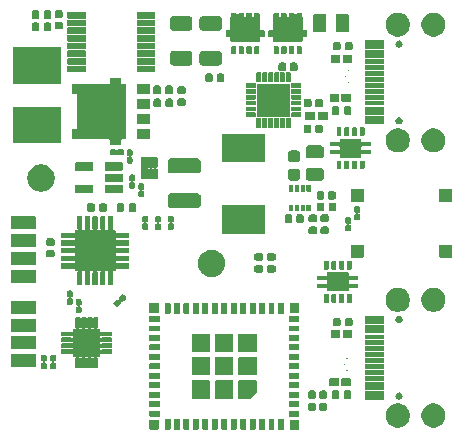
<source format=gbr>
G04 #@! TF.GenerationSoftware,KiCad,Pcbnew,9.0.2*
G04 #@! TF.CreationDate,2025-09-03T18:49:59+02:00*
G04 #@! TF.ProjectId,Afterburner_Nano,41667465-7262-4757-926e-65725f4e616e,rev?*
G04 #@! TF.SameCoordinates,Original*
G04 #@! TF.FileFunction,Soldermask,Top*
G04 #@! TF.FilePolarity,Negative*
%FSLAX46Y46*%
G04 Gerber Fmt 4.6, Leading zero omitted, Abs format (unit mm)*
G04 Created by KiCad (PCBNEW 9.0.2) date 2025-09-03 18:49:59*
%MOMM*%
%LPD*%
G01*
G04 APERTURE LIST*
G04 APERTURE END LIST*
G36*
X187269517Y-52992882D02*
G01*
X187286062Y-53003938D01*
X187297118Y-53020483D01*
X187301000Y-53040000D01*
X187301000Y-53740000D01*
X187297118Y-53759517D01*
X187286062Y-53776062D01*
X187269517Y-53787118D01*
X187250000Y-53791000D01*
X186550000Y-53791000D01*
X186530483Y-53787118D01*
X186513938Y-53776062D01*
X186502882Y-53759517D01*
X186499000Y-53740000D01*
X186499000Y-53040000D01*
X186502882Y-53020483D01*
X186513938Y-53003938D01*
X186530483Y-52992882D01*
X186550000Y-52989000D01*
X187250000Y-52989000D01*
X187269517Y-52992882D01*
G37*
G36*
X188269517Y-52892882D02*
G01*
X188286062Y-52903938D01*
X188297118Y-52920483D01*
X188301000Y-52940000D01*
X188301000Y-53740000D01*
X188297118Y-53759517D01*
X188286062Y-53776062D01*
X188269517Y-53787118D01*
X188250000Y-53791000D01*
X187850000Y-53791000D01*
X187830483Y-53787118D01*
X187813938Y-53776062D01*
X187802882Y-53759517D01*
X187799000Y-53740000D01*
X187799000Y-52940000D01*
X187802882Y-52920483D01*
X187813938Y-52903938D01*
X187830483Y-52892882D01*
X187850000Y-52889000D01*
X188250000Y-52889000D01*
X188269517Y-52892882D01*
G37*
G36*
X189069517Y-52892882D02*
G01*
X189086062Y-52903938D01*
X189097118Y-52920483D01*
X189101000Y-52940000D01*
X189101000Y-53740000D01*
X189097118Y-53759517D01*
X189086062Y-53776062D01*
X189069517Y-53787118D01*
X189050000Y-53791000D01*
X188650000Y-53791000D01*
X188630483Y-53787118D01*
X188613938Y-53776062D01*
X188602882Y-53759517D01*
X188599000Y-53740000D01*
X188599000Y-52940000D01*
X188602882Y-52920483D01*
X188613938Y-52903938D01*
X188630483Y-52892882D01*
X188650000Y-52889000D01*
X189050000Y-52889000D01*
X189069517Y-52892882D01*
G37*
G36*
X189869517Y-52892882D02*
G01*
X189886062Y-52903938D01*
X189897118Y-52920483D01*
X189901000Y-52940000D01*
X189901000Y-53740000D01*
X189897118Y-53759517D01*
X189886062Y-53776062D01*
X189869517Y-53787118D01*
X189850000Y-53791000D01*
X189450000Y-53791000D01*
X189430483Y-53787118D01*
X189413938Y-53776062D01*
X189402882Y-53759517D01*
X189399000Y-53740000D01*
X189399000Y-52940000D01*
X189402882Y-52920483D01*
X189413938Y-52903938D01*
X189430483Y-52892882D01*
X189450000Y-52889000D01*
X189850000Y-52889000D01*
X189869517Y-52892882D01*
G37*
G36*
X190669517Y-52892882D02*
G01*
X190686062Y-52903938D01*
X190697118Y-52920483D01*
X190701000Y-52940000D01*
X190701000Y-53740000D01*
X190697118Y-53759517D01*
X190686062Y-53776062D01*
X190669517Y-53787118D01*
X190650000Y-53791000D01*
X190250000Y-53791000D01*
X190230483Y-53787118D01*
X190213938Y-53776062D01*
X190202882Y-53759517D01*
X190199000Y-53740000D01*
X190199000Y-52940000D01*
X190202882Y-52920483D01*
X190213938Y-52903938D01*
X190230483Y-52892882D01*
X190250000Y-52889000D01*
X190650000Y-52889000D01*
X190669517Y-52892882D01*
G37*
G36*
X191469517Y-52892882D02*
G01*
X191486062Y-52903938D01*
X191497118Y-52920483D01*
X191501000Y-52940000D01*
X191501000Y-53740000D01*
X191497118Y-53759517D01*
X191486062Y-53776062D01*
X191469517Y-53787118D01*
X191450000Y-53791000D01*
X191050000Y-53791000D01*
X191030483Y-53787118D01*
X191013938Y-53776062D01*
X191002882Y-53759517D01*
X190999000Y-53740000D01*
X190999000Y-52940000D01*
X191002882Y-52920483D01*
X191013938Y-52903938D01*
X191030483Y-52892882D01*
X191050000Y-52889000D01*
X191450000Y-52889000D01*
X191469517Y-52892882D01*
G37*
G36*
X192269517Y-52892882D02*
G01*
X192286062Y-52903938D01*
X192297118Y-52920483D01*
X192301000Y-52940000D01*
X192301000Y-53740000D01*
X192297118Y-53759517D01*
X192286062Y-53776062D01*
X192269517Y-53787118D01*
X192250000Y-53791000D01*
X191850000Y-53791000D01*
X191830483Y-53787118D01*
X191813938Y-53776062D01*
X191802882Y-53759517D01*
X191799000Y-53740000D01*
X191799000Y-52940000D01*
X191802882Y-52920483D01*
X191813938Y-52903938D01*
X191830483Y-52892882D01*
X191850000Y-52889000D01*
X192250000Y-52889000D01*
X192269517Y-52892882D01*
G37*
G36*
X193069517Y-52892882D02*
G01*
X193086062Y-52903938D01*
X193097118Y-52920483D01*
X193101000Y-52940000D01*
X193101000Y-53740000D01*
X193097118Y-53759517D01*
X193086062Y-53776062D01*
X193069517Y-53787118D01*
X193050000Y-53791000D01*
X192650000Y-53791000D01*
X192630483Y-53787118D01*
X192613938Y-53776062D01*
X192602882Y-53759517D01*
X192599000Y-53740000D01*
X192599000Y-52940000D01*
X192602882Y-52920483D01*
X192613938Y-52903938D01*
X192630483Y-52892882D01*
X192650000Y-52889000D01*
X193050000Y-52889000D01*
X193069517Y-52892882D01*
G37*
G36*
X193869517Y-52892882D02*
G01*
X193886062Y-52903938D01*
X193897118Y-52920483D01*
X193901000Y-52940000D01*
X193901000Y-53740000D01*
X193897118Y-53759517D01*
X193886062Y-53776062D01*
X193869517Y-53787118D01*
X193850000Y-53791000D01*
X193450000Y-53791000D01*
X193430483Y-53787118D01*
X193413938Y-53776062D01*
X193402882Y-53759517D01*
X193399000Y-53740000D01*
X193399000Y-52940000D01*
X193402882Y-52920483D01*
X193413938Y-52903938D01*
X193430483Y-52892882D01*
X193450000Y-52889000D01*
X193850000Y-52889000D01*
X193869517Y-52892882D01*
G37*
G36*
X194669517Y-52892882D02*
G01*
X194686062Y-52903938D01*
X194697118Y-52920483D01*
X194701000Y-52940000D01*
X194701000Y-53740000D01*
X194697118Y-53759517D01*
X194686062Y-53776062D01*
X194669517Y-53787118D01*
X194650000Y-53791000D01*
X194250000Y-53791000D01*
X194230483Y-53787118D01*
X194213938Y-53776062D01*
X194202882Y-53759517D01*
X194199000Y-53740000D01*
X194199000Y-52940000D01*
X194202882Y-52920483D01*
X194213938Y-52903938D01*
X194230483Y-52892882D01*
X194250000Y-52889000D01*
X194650000Y-52889000D01*
X194669517Y-52892882D01*
G37*
G36*
X195469517Y-52892882D02*
G01*
X195486062Y-52903938D01*
X195497118Y-52920483D01*
X195501000Y-52940000D01*
X195501000Y-53740000D01*
X195497118Y-53759517D01*
X195486062Y-53776062D01*
X195469517Y-53787118D01*
X195450000Y-53791000D01*
X195050000Y-53791000D01*
X195030483Y-53787118D01*
X195013938Y-53776062D01*
X195002882Y-53759517D01*
X194999000Y-53740000D01*
X194999000Y-52940000D01*
X195002882Y-52920483D01*
X195013938Y-52903938D01*
X195030483Y-52892882D01*
X195050000Y-52889000D01*
X195450000Y-52889000D01*
X195469517Y-52892882D01*
G37*
G36*
X196269517Y-52892882D02*
G01*
X196286062Y-52903938D01*
X196297118Y-52920483D01*
X196301000Y-52940000D01*
X196301000Y-53740000D01*
X196297118Y-53759517D01*
X196286062Y-53776062D01*
X196269517Y-53787118D01*
X196250000Y-53791000D01*
X195850000Y-53791000D01*
X195830483Y-53787118D01*
X195813938Y-53776062D01*
X195802882Y-53759517D01*
X195799000Y-53740000D01*
X195799000Y-52940000D01*
X195802882Y-52920483D01*
X195813938Y-52903938D01*
X195830483Y-52892882D01*
X195850000Y-52889000D01*
X196250000Y-52889000D01*
X196269517Y-52892882D01*
G37*
G36*
X197069517Y-52892882D02*
G01*
X197086062Y-52903938D01*
X197097118Y-52920483D01*
X197101000Y-52940000D01*
X197101000Y-53740000D01*
X197097118Y-53759517D01*
X197086062Y-53776062D01*
X197069517Y-53787118D01*
X197050000Y-53791000D01*
X196650000Y-53791000D01*
X196630483Y-53787118D01*
X196613938Y-53776062D01*
X196602882Y-53759517D01*
X196599000Y-53740000D01*
X196599000Y-52940000D01*
X196602882Y-52920483D01*
X196613938Y-52903938D01*
X196630483Y-52892882D01*
X196650000Y-52889000D01*
X197050000Y-52889000D01*
X197069517Y-52892882D01*
G37*
G36*
X197869517Y-52892882D02*
G01*
X197886062Y-52903938D01*
X197897118Y-52920483D01*
X197901000Y-52940000D01*
X197901000Y-53740000D01*
X197897118Y-53759517D01*
X197886062Y-53776062D01*
X197869517Y-53787118D01*
X197850000Y-53791000D01*
X197450000Y-53791000D01*
X197430483Y-53787118D01*
X197413938Y-53776062D01*
X197402882Y-53759517D01*
X197399000Y-53740000D01*
X197399000Y-52940000D01*
X197402882Y-52920483D01*
X197413938Y-52903938D01*
X197430483Y-52892882D01*
X197450000Y-52889000D01*
X197850000Y-52889000D01*
X197869517Y-52892882D01*
G37*
G36*
X199169517Y-52992882D02*
G01*
X199186062Y-53003938D01*
X199197118Y-53020483D01*
X199201000Y-53040000D01*
X199201000Y-53740000D01*
X199197118Y-53759517D01*
X199186062Y-53776062D01*
X199169517Y-53787118D01*
X199150000Y-53791000D01*
X198450000Y-53791000D01*
X198430483Y-53787118D01*
X198413938Y-53776062D01*
X198402882Y-53759517D01*
X198399000Y-53740000D01*
X198399000Y-53040000D01*
X198402882Y-53020483D01*
X198413938Y-53003938D01*
X198430483Y-52992882D01*
X198450000Y-52989000D01*
X199150000Y-52989000D01*
X199169517Y-52992882D01*
G37*
G36*
X207847832Y-51618179D02*
G01*
X208033653Y-51695149D01*
X208200888Y-51806891D01*
X208343109Y-51949112D01*
X208454851Y-52116347D01*
X208531821Y-52302168D01*
X208571060Y-52499434D01*
X208571060Y-52700566D01*
X208531821Y-52897832D01*
X208454851Y-53083653D01*
X208343109Y-53250888D01*
X208200888Y-53393109D01*
X208033653Y-53504851D01*
X207847832Y-53581821D01*
X207650566Y-53621060D01*
X207449434Y-53621060D01*
X207252168Y-53581821D01*
X207066347Y-53504851D01*
X206899112Y-53393109D01*
X206756891Y-53250888D01*
X206645149Y-53083653D01*
X206568179Y-52897832D01*
X206528940Y-52700566D01*
X206528940Y-52499434D01*
X206568179Y-52302168D01*
X206645149Y-52116347D01*
X206756891Y-51949112D01*
X206899112Y-51806891D01*
X207066347Y-51695149D01*
X207252168Y-51618179D01*
X207449434Y-51578940D01*
X207650566Y-51578940D01*
X207847832Y-51618179D01*
G37*
G36*
X210847832Y-51618179D02*
G01*
X211033653Y-51695149D01*
X211200888Y-51806891D01*
X211343109Y-51949112D01*
X211454851Y-52116347D01*
X211531821Y-52302168D01*
X211571060Y-52499434D01*
X211571060Y-52700566D01*
X211531821Y-52897832D01*
X211454851Y-53083653D01*
X211343109Y-53250888D01*
X211200888Y-53393109D01*
X211033653Y-53504851D01*
X210847832Y-53581821D01*
X210650566Y-53621060D01*
X210449434Y-53621060D01*
X210252168Y-53581821D01*
X210066347Y-53504851D01*
X209899112Y-53393109D01*
X209756891Y-53250888D01*
X209645149Y-53083653D01*
X209568179Y-52897832D01*
X209528940Y-52700566D01*
X209528940Y-52499434D01*
X209568179Y-52302168D01*
X209645149Y-52116347D01*
X209756891Y-51949112D01*
X209899112Y-51806891D01*
X210066347Y-51695149D01*
X210252168Y-51618179D01*
X210449434Y-51578940D01*
X210650566Y-51578940D01*
X210847832Y-51618179D01*
G37*
G36*
X187369517Y-52192882D02*
G01*
X187386062Y-52203938D01*
X187397118Y-52220483D01*
X187401000Y-52240000D01*
X187401000Y-52640000D01*
X187397118Y-52659517D01*
X187386062Y-52676062D01*
X187369517Y-52687118D01*
X187350000Y-52691000D01*
X186550000Y-52691000D01*
X186530483Y-52687118D01*
X186513938Y-52676062D01*
X186502882Y-52659517D01*
X186499000Y-52640000D01*
X186499000Y-52240000D01*
X186502882Y-52220483D01*
X186513938Y-52203938D01*
X186530483Y-52192882D01*
X186550000Y-52189000D01*
X187350000Y-52189000D01*
X187369517Y-52192882D01*
G37*
G36*
X199169517Y-52192882D02*
G01*
X199186062Y-52203938D01*
X199197118Y-52220483D01*
X199201000Y-52240000D01*
X199201000Y-52640000D01*
X199197118Y-52659517D01*
X199186062Y-52676062D01*
X199169517Y-52687118D01*
X199150000Y-52691000D01*
X198350000Y-52691000D01*
X198330483Y-52687118D01*
X198313938Y-52676062D01*
X198302882Y-52659517D01*
X198299000Y-52640000D01*
X198299000Y-52240000D01*
X198302882Y-52220483D01*
X198313938Y-52203938D01*
X198330483Y-52192882D01*
X198350000Y-52189000D01*
X199150000Y-52189000D01*
X199169517Y-52192882D01*
G37*
G36*
X200478093Y-51523539D02*
G01*
X200540057Y-51564943D01*
X200581461Y-51626907D01*
X200596000Y-51700000D01*
X200596000Y-52040000D01*
X200581461Y-52113093D01*
X200540057Y-52175057D01*
X200478093Y-52216461D01*
X200405000Y-52231000D01*
X200125000Y-52231000D01*
X200051907Y-52216461D01*
X199989943Y-52175057D01*
X199948539Y-52113093D01*
X199934000Y-52040000D01*
X199934000Y-51700000D01*
X199948539Y-51626907D01*
X199989943Y-51564943D01*
X200051907Y-51523539D01*
X200125000Y-51509000D01*
X200405000Y-51509000D01*
X200478093Y-51523539D01*
G37*
G36*
X201438093Y-51523539D02*
G01*
X201500057Y-51564943D01*
X201541461Y-51626907D01*
X201556000Y-51700000D01*
X201556000Y-52040000D01*
X201541461Y-52113093D01*
X201500057Y-52175057D01*
X201438093Y-52216461D01*
X201365000Y-52231000D01*
X201085000Y-52231000D01*
X201011907Y-52216461D01*
X200949943Y-52175057D01*
X200908539Y-52113093D01*
X200894000Y-52040000D01*
X200894000Y-51700000D01*
X200908539Y-51626907D01*
X200949943Y-51564943D01*
X201011907Y-51523539D01*
X201085000Y-51509000D01*
X201365000Y-51509000D01*
X201438093Y-51523539D01*
G37*
G36*
X187369517Y-51392882D02*
G01*
X187386062Y-51403938D01*
X187397118Y-51420483D01*
X187401000Y-51440000D01*
X187401000Y-51840000D01*
X187397118Y-51859517D01*
X187386062Y-51876062D01*
X187369517Y-51887118D01*
X187350000Y-51891000D01*
X186550000Y-51891000D01*
X186530483Y-51887118D01*
X186513938Y-51876062D01*
X186502882Y-51859517D01*
X186499000Y-51840000D01*
X186499000Y-51440000D01*
X186502882Y-51420483D01*
X186513938Y-51403938D01*
X186530483Y-51392882D01*
X186550000Y-51389000D01*
X187350000Y-51389000D01*
X187369517Y-51392882D01*
G37*
G36*
X199169517Y-51392882D02*
G01*
X199186062Y-51403938D01*
X199197118Y-51420483D01*
X199201000Y-51440000D01*
X199201000Y-51840000D01*
X199197118Y-51859517D01*
X199186062Y-51876062D01*
X199169517Y-51887118D01*
X199150000Y-51891000D01*
X198350000Y-51891000D01*
X198330483Y-51887118D01*
X198313938Y-51876062D01*
X198302882Y-51859517D01*
X198299000Y-51840000D01*
X198299000Y-51440000D01*
X198302882Y-51420483D01*
X198313938Y-51403938D01*
X198330483Y-51392882D01*
X198350000Y-51389000D01*
X199150000Y-51389000D01*
X199169517Y-51392882D01*
G37*
G36*
X207767101Y-50672293D02*
G01*
X207836281Y-50712234D01*
X207892766Y-50768719D01*
X207932707Y-50837899D01*
X207953382Y-50915059D01*
X207953382Y-50994941D01*
X207932707Y-51072101D01*
X207892766Y-51141281D01*
X207836281Y-51197766D01*
X207767101Y-51237707D01*
X207689941Y-51258382D01*
X207610059Y-51258382D01*
X207532899Y-51237707D01*
X207463719Y-51197766D01*
X207407234Y-51141281D01*
X207367293Y-51072101D01*
X207346618Y-50994941D01*
X207346618Y-50915059D01*
X207367293Y-50837899D01*
X207407234Y-50768719D01*
X207463719Y-50712234D01*
X207532899Y-50672293D01*
X207610059Y-50651618D01*
X207689941Y-50651618D01*
X207767101Y-50672293D01*
G37*
G36*
X206370517Y-50557882D02*
G01*
X206387062Y-50568938D01*
X206398118Y-50585483D01*
X206402000Y-50605000D01*
X206402000Y-51205000D01*
X206398118Y-51224517D01*
X206387062Y-51241062D01*
X206370517Y-51252118D01*
X206351000Y-51256000D01*
X204801000Y-51256000D01*
X204781483Y-51252118D01*
X204764938Y-51241062D01*
X204753882Y-51224517D01*
X204750000Y-51205000D01*
X204750000Y-50605000D01*
X204753882Y-50585483D01*
X204764938Y-50568938D01*
X204781483Y-50557882D01*
X204801000Y-50554000D01*
X206351000Y-50554000D01*
X206370517Y-50557882D01*
G37*
G36*
X200483093Y-50493539D02*
G01*
X200545057Y-50534943D01*
X200586461Y-50596907D01*
X200601000Y-50670000D01*
X200601000Y-51010000D01*
X200586461Y-51083093D01*
X200545057Y-51145057D01*
X200483093Y-51186461D01*
X200410000Y-51201000D01*
X200130000Y-51201000D01*
X200056907Y-51186461D01*
X199994943Y-51145057D01*
X199953539Y-51083093D01*
X199939000Y-51010000D01*
X199939000Y-50670000D01*
X199953539Y-50596907D01*
X199994943Y-50534943D01*
X200056907Y-50493539D01*
X200130000Y-50479000D01*
X200410000Y-50479000D01*
X200483093Y-50493539D01*
G37*
G36*
X201443093Y-50493539D02*
G01*
X201505057Y-50534943D01*
X201546461Y-50596907D01*
X201561000Y-50670000D01*
X201561000Y-51010000D01*
X201546461Y-51083093D01*
X201505057Y-51145057D01*
X201443093Y-51186461D01*
X201370000Y-51201000D01*
X201090000Y-51201000D01*
X201016907Y-51186461D01*
X200954943Y-51145057D01*
X200913539Y-51083093D01*
X200899000Y-51010000D01*
X200899000Y-50670000D01*
X200913539Y-50596907D01*
X200954943Y-50534943D01*
X201016907Y-50493539D01*
X201090000Y-50479000D01*
X201370000Y-50479000D01*
X201443093Y-50493539D01*
G37*
G36*
X191619517Y-49642882D02*
G01*
X191636062Y-49653938D01*
X191647118Y-49670483D01*
X191651000Y-49690000D01*
X191651000Y-51140000D01*
X191647118Y-51159517D01*
X191636062Y-51176062D01*
X191619517Y-51187118D01*
X191600000Y-51191000D01*
X190150000Y-51191000D01*
X190130483Y-51187118D01*
X190113938Y-51176062D01*
X190102882Y-51159517D01*
X190099000Y-51140000D01*
X190099000Y-49690000D01*
X190102882Y-49670483D01*
X190113938Y-49653938D01*
X190130483Y-49642882D01*
X190150000Y-49639000D01*
X191600000Y-49639000D01*
X191619517Y-49642882D01*
G37*
G36*
X193594517Y-49642882D02*
G01*
X193611062Y-49653938D01*
X193622118Y-49670483D01*
X193626000Y-49690000D01*
X193626000Y-51140000D01*
X193622118Y-51159517D01*
X193611062Y-51176062D01*
X193594517Y-51187118D01*
X193575000Y-51191000D01*
X192125000Y-51191000D01*
X192105483Y-51187118D01*
X192088938Y-51176062D01*
X192077882Y-51159517D01*
X192074000Y-51140000D01*
X192074000Y-49690000D01*
X192077882Y-49670483D01*
X192088938Y-49653938D01*
X192105483Y-49642882D01*
X192125000Y-49639000D01*
X193575000Y-49639000D01*
X193594517Y-49642882D01*
G37*
G36*
X195569517Y-49642882D02*
G01*
X195586062Y-49653938D01*
X195597118Y-49670483D01*
X195601000Y-49690000D01*
X195601000Y-50545500D01*
X195600020Y-50555450D01*
X195592405Y-50573834D01*
X195586064Y-50581562D01*
X195252566Y-50915059D01*
X194993127Y-51174498D01*
X194993121Y-51174502D01*
X194991562Y-51176062D01*
X194983834Y-51182404D01*
X194965449Y-51190019D01*
X194955500Y-51191000D01*
X194953292Y-51191000D01*
X194104429Y-51191000D01*
X194100000Y-51191000D01*
X194080483Y-51187118D01*
X194063938Y-51176062D01*
X194052882Y-51159517D01*
X194049000Y-51140000D01*
X194049000Y-49690000D01*
X194052882Y-49670483D01*
X194063938Y-49653938D01*
X194080483Y-49642882D01*
X194100000Y-49639000D01*
X195550000Y-49639000D01*
X195569517Y-49642882D01*
G37*
G36*
X202467211Y-50453549D02*
G01*
X202527554Y-50493869D01*
X202567874Y-50554212D01*
X202582032Y-50625391D01*
X202582032Y-50995391D01*
X202567874Y-51066570D01*
X202527554Y-51126913D01*
X202467211Y-51167233D01*
X202396032Y-51181391D01*
X202126032Y-51181391D01*
X202054853Y-51167233D01*
X201994510Y-51126913D01*
X201954190Y-51066570D01*
X201940032Y-50995391D01*
X201940032Y-50625391D01*
X201954190Y-50554212D01*
X201994510Y-50493869D01*
X202054853Y-50453549D01*
X202126032Y-50439391D01*
X202396032Y-50439391D01*
X202467211Y-50453549D01*
G37*
G36*
X203487211Y-50453549D02*
G01*
X203547554Y-50493869D01*
X203587874Y-50554212D01*
X203602032Y-50625391D01*
X203602032Y-50995391D01*
X203587874Y-51066570D01*
X203547554Y-51126913D01*
X203487211Y-51167233D01*
X203416032Y-51181391D01*
X203146032Y-51181391D01*
X203074853Y-51167233D01*
X203014510Y-51126913D01*
X202974190Y-51066570D01*
X202960032Y-50995391D01*
X202960032Y-50625391D01*
X202974190Y-50554212D01*
X203014510Y-50493869D01*
X203074853Y-50453549D01*
X203146032Y-50439391D01*
X203416032Y-50439391D01*
X203487211Y-50453549D01*
G37*
G36*
X187369517Y-50592882D02*
G01*
X187386062Y-50603938D01*
X187397118Y-50620483D01*
X187401000Y-50640000D01*
X187401000Y-51040000D01*
X187397118Y-51059517D01*
X187386062Y-51076062D01*
X187369517Y-51087118D01*
X187350000Y-51091000D01*
X186550000Y-51091000D01*
X186530483Y-51087118D01*
X186513938Y-51076062D01*
X186502882Y-51059517D01*
X186499000Y-51040000D01*
X186499000Y-50640000D01*
X186502882Y-50620483D01*
X186513938Y-50603938D01*
X186530483Y-50592882D01*
X186550000Y-50589000D01*
X187350000Y-50589000D01*
X187369517Y-50592882D01*
G37*
G36*
X199169517Y-50592882D02*
G01*
X199186062Y-50603938D01*
X199197118Y-50620483D01*
X199201000Y-50640000D01*
X199201000Y-51040000D01*
X199197118Y-51059517D01*
X199186062Y-51076062D01*
X199169517Y-51087118D01*
X199150000Y-51091000D01*
X198350000Y-51091000D01*
X198330483Y-51087118D01*
X198313938Y-51076062D01*
X198302882Y-51059517D01*
X198299000Y-51040000D01*
X198299000Y-50640000D01*
X198302882Y-50620483D01*
X198313938Y-50603938D01*
X198330483Y-50592882D01*
X198350000Y-50589000D01*
X199150000Y-50589000D01*
X199169517Y-50592882D01*
G37*
G36*
X206370517Y-49757882D02*
G01*
X206387062Y-49768938D01*
X206398118Y-49785483D01*
X206402000Y-49805000D01*
X206402000Y-50405000D01*
X206398118Y-50424517D01*
X206387062Y-50441062D01*
X206370517Y-50452118D01*
X206351000Y-50456000D01*
X204801000Y-50456000D01*
X204781483Y-50452118D01*
X204764938Y-50441062D01*
X204753882Y-50424517D01*
X204750000Y-50405000D01*
X204750000Y-49805000D01*
X204753882Y-49785483D01*
X204764938Y-49768938D01*
X204781483Y-49757882D01*
X204801000Y-49754000D01*
X206351000Y-49754000D01*
X206370517Y-49757882D01*
G37*
G36*
X187369517Y-49792882D02*
G01*
X187386062Y-49803938D01*
X187397118Y-49820483D01*
X187401000Y-49840000D01*
X187401000Y-50240000D01*
X187397118Y-50259517D01*
X187386062Y-50276062D01*
X187369517Y-50287118D01*
X187350000Y-50291000D01*
X186550000Y-50291000D01*
X186530483Y-50287118D01*
X186513938Y-50276062D01*
X186502882Y-50259517D01*
X186499000Y-50240000D01*
X186499000Y-49840000D01*
X186502882Y-49820483D01*
X186513938Y-49803938D01*
X186530483Y-49792882D01*
X186550000Y-49789000D01*
X187350000Y-49789000D01*
X187369517Y-49792882D01*
G37*
G36*
X199169517Y-49792882D02*
G01*
X199186062Y-49803938D01*
X199197118Y-49820483D01*
X199201000Y-49840000D01*
X199201000Y-50240000D01*
X199197118Y-50259517D01*
X199186062Y-50276062D01*
X199169517Y-50287118D01*
X199150000Y-50291000D01*
X198350000Y-50291000D01*
X198330483Y-50287118D01*
X198313938Y-50276062D01*
X198302882Y-50259517D01*
X198299000Y-50240000D01*
X198299000Y-49840000D01*
X198302882Y-49820483D01*
X198313938Y-49803938D01*
X198330483Y-49792882D01*
X198350000Y-49789000D01*
X199150000Y-49789000D01*
X199169517Y-49792882D01*
G37*
G36*
X202491534Y-49445764D02*
G01*
X202524625Y-49467875D01*
X202546736Y-49500966D01*
X202554500Y-49540000D01*
X202554500Y-50040000D01*
X202546736Y-50079034D01*
X202524625Y-50112125D01*
X202491534Y-50134236D01*
X202452500Y-50142000D01*
X201852500Y-50142000D01*
X201813466Y-50134236D01*
X201780375Y-50112125D01*
X201758264Y-50079034D01*
X201750500Y-50040000D01*
X201750500Y-49540000D01*
X201758264Y-49500966D01*
X201780375Y-49467875D01*
X201813466Y-49445764D01*
X201852500Y-49438000D01*
X202452500Y-49438000D01*
X202491534Y-49445764D01*
G37*
G36*
X203491534Y-49445764D02*
G01*
X203524625Y-49467875D01*
X203546736Y-49500966D01*
X203554500Y-49540000D01*
X203554500Y-50040000D01*
X203546736Y-50079034D01*
X203524625Y-50112125D01*
X203491534Y-50134236D01*
X203452500Y-50142000D01*
X202852500Y-50142000D01*
X202813466Y-50134236D01*
X202780375Y-50112125D01*
X202758264Y-50079034D01*
X202750500Y-50040000D01*
X202750500Y-49540000D01*
X202758264Y-49500966D01*
X202780375Y-49467875D01*
X202813466Y-49445764D01*
X202852500Y-49438000D01*
X203452500Y-49438000D01*
X203491534Y-49445764D01*
G37*
G36*
X206370517Y-49257882D02*
G01*
X206387062Y-49268938D01*
X206398118Y-49285483D01*
X206402000Y-49305000D01*
X206402000Y-49605000D01*
X206398118Y-49624517D01*
X206387062Y-49641062D01*
X206370517Y-49652118D01*
X206351000Y-49656000D01*
X204801000Y-49656000D01*
X204781483Y-49652118D01*
X204764938Y-49641062D01*
X204753882Y-49624517D01*
X204750000Y-49605000D01*
X204750000Y-49305000D01*
X204753882Y-49285483D01*
X204764938Y-49268938D01*
X204781483Y-49257882D01*
X204801000Y-49254000D01*
X206351000Y-49254000D01*
X206370517Y-49257882D01*
G37*
G36*
X187369517Y-48992882D02*
G01*
X187386062Y-49003938D01*
X187397118Y-49020483D01*
X187401000Y-49040000D01*
X187401000Y-49440000D01*
X187397118Y-49459517D01*
X187386062Y-49476062D01*
X187369517Y-49487118D01*
X187350000Y-49491000D01*
X186550000Y-49491000D01*
X186530483Y-49487118D01*
X186513938Y-49476062D01*
X186502882Y-49459517D01*
X186499000Y-49440000D01*
X186499000Y-49040000D01*
X186502882Y-49020483D01*
X186513938Y-49003938D01*
X186530483Y-48992882D01*
X186550000Y-48989000D01*
X187350000Y-48989000D01*
X187369517Y-48992882D01*
G37*
G36*
X199169517Y-48992882D02*
G01*
X199186062Y-49003938D01*
X199197118Y-49020483D01*
X199201000Y-49040000D01*
X199201000Y-49440000D01*
X199197118Y-49459517D01*
X199186062Y-49476062D01*
X199169517Y-49487118D01*
X199150000Y-49491000D01*
X198350000Y-49491000D01*
X198330483Y-49487118D01*
X198313938Y-49476062D01*
X198302882Y-49459517D01*
X198299000Y-49440000D01*
X198299000Y-49040000D01*
X198302882Y-49020483D01*
X198313938Y-49003938D01*
X198330483Y-48992882D01*
X198350000Y-48989000D01*
X199150000Y-48989000D01*
X199169517Y-48992882D01*
G37*
G36*
X191619517Y-47667882D02*
G01*
X191636062Y-47678938D01*
X191647118Y-47695483D01*
X191651000Y-47715000D01*
X191651000Y-49165000D01*
X191647118Y-49184517D01*
X191636062Y-49201062D01*
X191619517Y-49212118D01*
X191600000Y-49216000D01*
X190150000Y-49216000D01*
X190130483Y-49212118D01*
X190113938Y-49201062D01*
X190102882Y-49184517D01*
X190099000Y-49165000D01*
X190099000Y-47715000D01*
X190102882Y-47695483D01*
X190113938Y-47678938D01*
X190130483Y-47667882D01*
X190150000Y-47664000D01*
X191600000Y-47664000D01*
X191619517Y-47667882D01*
G37*
G36*
X193594517Y-47667882D02*
G01*
X193611062Y-47678938D01*
X193622118Y-47695483D01*
X193626000Y-47715000D01*
X193626000Y-49165000D01*
X193622118Y-49184517D01*
X193611062Y-49201062D01*
X193594517Y-49212118D01*
X193575000Y-49216000D01*
X192125000Y-49216000D01*
X192105483Y-49212118D01*
X192088938Y-49201062D01*
X192077882Y-49184517D01*
X192074000Y-49165000D01*
X192074000Y-47715000D01*
X192077882Y-47695483D01*
X192088938Y-47678938D01*
X192105483Y-47667882D01*
X192125000Y-47664000D01*
X193575000Y-47664000D01*
X193594517Y-47667882D01*
G37*
G36*
X195569517Y-47667882D02*
G01*
X195586062Y-47678938D01*
X195597118Y-47695483D01*
X195601000Y-47715000D01*
X195601000Y-49165000D01*
X195597118Y-49184517D01*
X195586062Y-49201062D01*
X195569517Y-49212118D01*
X195550000Y-49216000D01*
X194100000Y-49216000D01*
X194080483Y-49212118D01*
X194063938Y-49201062D01*
X194052882Y-49184517D01*
X194049000Y-49165000D01*
X194049000Y-47715000D01*
X194052882Y-47695483D01*
X194063938Y-47678938D01*
X194080483Y-47667882D01*
X194100000Y-47664000D01*
X195550000Y-47664000D01*
X195569517Y-47667882D01*
G37*
G36*
X206370517Y-48757882D02*
G01*
X206387062Y-48768938D01*
X206398118Y-48785483D01*
X206402000Y-48805000D01*
X206402000Y-49105000D01*
X206398118Y-49124517D01*
X206387062Y-49141062D01*
X206370517Y-49152118D01*
X206351000Y-49156000D01*
X204801000Y-49156000D01*
X204781483Y-49152118D01*
X204764938Y-49141062D01*
X204753882Y-49124517D01*
X204750000Y-49105000D01*
X204750000Y-48805000D01*
X204753882Y-48785483D01*
X204764938Y-48768938D01*
X204781483Y-48757882D01*
X204801000Y-48754000D01*
X206351000Y-48754000D01*
X206370517Y-48757882D01*
G37*
G36*
X203291414Y-48711000D02*
G01*
X203293000Y-48711000D01*
X203298926Y-48713454D01*
X203301472Y-48714056D01*
X203303472Y-48715056D01*
X203306071Y-48716929D01*
X203307363Y-48718221D01*
X203309071Y-48718929D01*
X203311071Y-48720929D01*
X203311778Y-48722636D01*
X203313071Y-48723929D01*
X203314944Y-48726528D01*
X203315944Y-48728528D01*
X203316545Y-48731073D01*
X203319000Y-48737000D01*
X203319000Y-48738585D01*
X203320000Y-48741000D01*
X203320000Y-48799000D01*
X203319000Y-48801414D01*
X203319000Y-48803000D01*
X203317000Y-48807828D01*
X203317000Y-48808000D01*
X203314071Y-48815071D01*
X203312071Y-48817071D01*
X203311778Y-48817363D01*
X203311071Y-48819071D01*
X203309071Y-48821071D01*
X203307363Y-48821778D01*
X203307071Y-48822071D01*
X203306071Y-48823071D01*
X203303472Y-48824944D01*
X203301472Y-48825944D01*
X203298926Y-48826545D01*
X203293000Y-48829000D01*
X203291414Y-48829000D01*
X203289000Y-48830000D01*
X203281632Y-48830000D01*
X203238365Y-48830000D01*
X203231000Y-48830000D01*
X203228586Y-48829000D01*
X203227000Y-48829000D01*
X203222172Y-48827000D01*
X203222000Y-48827000D01*
X203214929Y-48824071D01*
X203212636Y-48821778D01*
X203210929Y-48821071D01*
X203208929Y-48819071D01*
X203208221Y-48817363D01*
X203205929Y-48815071D01*
X203203000Y-48808000D01*
X203203000Y-48807828D01*
X203201000Y-48803000D01*
X203201000Y-48801414D01*
X203200000Y-48799000D01*
X203200000Y-48741000D01*
X203201000Y-48738585D01*
X203201000Y-48737000D01*
X203203454Y-48731073D01*
X203204056Y-48728528D01*
X203205056Y-48726528D01*
X203206929Y-48723929D01*
X203207929Y-48722929D01*
X203208221Y-48722636D01*
X203208929Y-48720929D01*
X203210929Y-48718929D01*
X203212636Y-48718221D01*
X203212929Y-48717929D01*
X203214929Y-48715929D01*
X203222000Y-48713000D01*
X203222172Y-48713000D01*
X203227000Y-48711000D01*
X203228586Y-48711000D01*
X203231000Y-48710000D01*
X203289000Y-48710000D01*
X203291414Y-48711000D01*
G37*
G36*
X187369517Y-48192882D02*
G01*
X187386062Y-48203938D01*
X187397118Y-48220483D01*
X187401000Y-48240000D01*
X187401000Y-48640000D01*
X187397118Y-48659517D01*
X187386062Y-48676062D01*
X187369517Y-48687118D01*
X187350000Y-48691000D01*
X186550000Y-48691000D01*
X186530483Y-48687118D01*
X186513938Y-48676062D01*
X186502882Y-48659517D01*
X186499000Y-48640000D01*
X186499000Y-48240000D01*
X186502882Y-48220483D01*
X186513938Y-48203938D01*
X186530483Y-48192882D01*
X186550000Y-48189000D01*
X187350000Y-48189000D01*
X187369517Y-48192882D01*
G37*
G36*
X199169517Y-48192882D02*
G01*
X199186062Y-48203938D01*
X199197118Y-48220483D01*
X199201000Y-48240000D01*
X199201000Y-48640000D01*
X199197118Y-48659517D01*
X199186062Y-48676062D01*
X199169517Y-48687118D01*
X199150000Y-48691000D01*
X198350000Y-48691000D01*
X198330483Y-48687118D01*
X198313938Y-48676062D01*
X198302882Y-48659517D01*
X198299000Y-48640000D01*
X198299000Y-48240000D01*
X198302882Y-48220483D01*
X198313938Y-48203938D01*
X198330483Y-48192882D01*
X198350000Y-48189000D01*
X199150000Y-48189000D01*
X199169517Y-48192882D01*
G37*
G36*
X177737785Y-47480494D02*
G01*
X177786773Y-47513227D01*
X177819506Y-47562215D01*
X177831000Y-47620000D01*
X177831000Y-47880000D01*
X177819506Y-47937785D01*
X177786773Y-47986773D01*
X177737785Y-48019506D01*
X177680000Y-48031000D01*
X177675555Y-48031000D01*
X177665158Y-48033068D01*
X177665156Y-48106928D01*
X177675572Y-48109000D01*
X177680000Y-48109000D01*
X177737785Y-48120494D01*
X177786773Y-48153227D01*
X177819506Y-48202215D01*
X177831000Y-48260000D01*
X177831000Y-48520000D01*
X177819506Y-48577785D01*
X177786773Y-48626773D01*
X177737785Y-48659506D01*
X177680000Y-48671000D01*
X177480000Y-48671000D01*
X177422215Y-48659506D01*
X177373227Y-48626773D01*
X177340494Y-48577785D01*
X177329000Y-48520000D01*
X177329000Y-48260000D01*
X177340494Y-48202215D01*
X177373227Y-48153227D01*
X177422215Y-48120494D01*
X177480000Y-48109000D01*
X177484434Y-48109000D01*
X177494842Y-48106930D01*
X177494842Y-48033070D01*
X177484435Y-48031000D01*
X177480000Y-48031000D01*
X177422215Y-48019506D01*
X177373227Y-47986773D01*
X177340494Y-47937785D01*
X177329000Y-47880000D01*
X177329000Y-47620000D01*
X177340494Y-47562215D01*
X177373227Y-47513227D01*
X177422215Y-47480494D01*
X177480000Y-47469000D01*
X177680000Y-47469000D01*
X177737785Y-47480494D01*
G37*
G36*
X178517785Y-47480494D02*
G01*
X178566773Y-47513227D01*
X178599506Y-47562215D01*
X178611000Y-47620000D01*
X178611000Y-47880000D01*
X178599506Y-47937785D01*
X178566773Y-47986773D01*
X178517785Y-48019506D01*
X178460000Y-48031000D01*
X178455555Y-48031000D01*
X178445158Y-48033068D01*
X178445156Y-48106928D01*
X178455572Y-48109000D01*
X178460000Y-48109000D01*
X178517785Y-48120494D01*
X178566773Y-48153227D01*
X178599506Y-48202215D01*
X178611000Y-48260000D01*
X178611000Y-48520000D01*
X178599506Y-48577785D01*
X178566773Y-48626773D01*
X178517785Y-48659506D01*
X178460000Y-48671000D01*
X178260000Y-48671000D01*
X178202215Y-48659506D01*
X178153227Y-48626773D01*
X178120494Y-48577785D01*
X178109000Y-48520000D01*
X178109000Y-48260000D01*
X178120494Y-48202215D01*
X178153227Y-48153227D01*
X178202215Y-48120494D01*
X178260000Y-48109000D01*
X178264434Y-48109000D01*
X178274842Y-48106930D01*
X178274842Y-48033070D01*
X178264435Y-48031000D01*
X178260000Y-48031000D01*
X178202215Y-48019506D01*
X178153227Y-47986773D01*
X178120494Y-47937785D01*
X178109000Y-47880000D01*
X178109000Y-47620000D01*
X178120494Y-47562215D01*
X178153227Y-47513227D01*
X178202215Y-47480494D01*
X178260000Y-47469000D01*
X178460000Y-47469000D01*
X178517785Y-47480494D01*
G37*
G36*
X206370517Y-48257882D02*
G01*
X206387062Y-48268938D01*
X206398118Y-48285483D01*
X206402000Y-48305000D01*
X206402000Y-48605000D01*
X206398118Y-48624517D01*
X206387062Y-48641062D01*
X206370517Y-48652118D01*
X206351000Y-48656000D01*
X204801000Y-48656000D01*
X204781483Y-48652118D01*
X204764938Y-48641062D01*
X204753882Y-48624517D01*
X204750000Y-48605000D01*
X204750000Y-48305000D01*
X204753882Y-48285483D01*
X204764938Y-48268938D01*
X204781483Y-48257882D01*
X204801000Y-48254000D01*
X206351000Y-48254000D01*
X206370517Y-48257882D01*
G37*
G36*
X180619517Y-44302882D02*
G01*
X180636062Y-44313938D01*
X180647118Y-44330483D01*
X180651000Y-44350000D01*
X180651000Y-45150000D01*
X180647118Y-45169517D01*
X180636062Y-45186062D01*
X180619517Y-45197118D01*
X180617297Y-45197559D01*
X180591007Y-45215125D01*
X180610382Y-45279000D01*
X180789617Y-45279000D01*
X180808992Y-45215126D01*
X180782699Y-45197558D01*
X180780483Y-45197118D01*
X180763938Y-45186062D01*
X180752882Y-45169517D01*
X180749000Y-45150000D01*
X180749000Y-44350000D01*
X180752882Y-44330483D01*
X180763938Y-44313938D01*
X180780483Y-44302882D01*
X180800000Y-44299000D01*
X181100000Y-44299000D01*
X181119517Y-44302882D01*
X181136062Y-44313938D01*
X181147118Y-44330483D01*
X181151000Y-44350000D01*
X181151000Y-45150000D01*
X181147118Y-45169517D01*
X181136062Y-45186062D01*
X181119517Y-45197118D01*
X181117297Y-45197559D01*
X181091007Y-45215125D01*
X181110382Y-45279000D01*
X181289616Y-45279000D01*
X181308991Y-45215127D01*
X181282698Y-45197558D01*
X181280483Y-45197118D01*
X181263938Y-45186062D01*
X181252882Y-45169517D01*
X181249000Y-45150000D01*
X181249000Y-44350000D01*
X181252882Y-44330483D01*
X181263938Y-44313938D01*
X181280483Y-44302882D01*
X181300000Y-44299000D01*
X181600000Y-44299000D01*
X181619517Y-44302882D01*
X181636062Y-44313938D01*
X181647118Y-44330483D01*
X181651000Y-44350000D01*
X181651000Y-45150000D01*
X181647118Y-45169517D01*
X181636062Y-45186062D01*
X181619517Y-45197118D01*
X181617299Y-45197558D01*
X181591008Y-45215126D01*
X181610383Y-45279000D01*
X181789616Y-45279000D01*
X181808991Y-45215127D01*
X181782698Y-45197558D01*
X181780483Y-45197118D01*
X181763938Y-45186062D01*
X181752882Y-45169517D01*
X181749000Y-45150000D01*
X181749000Y-44350000D01*
X181752882Y-44330483D01*
X181763938Y-44313938D01*
X181780483Y-44302882D01*
X181800000Y-44299000D01*
X182100000Y-44299000D01*
X182119517Y-44302882D01*
X182136062Y-44313938D01*
X182147118Y-44330483D01*
X182151000Y-44350000D01*
X182151000Y-45150000D01*
X182147118Y-45169517D01*
X182136062Y-45186062D01*
X182119517Y-45197118D01*
X182117299Y-45197558D01*
X182091008Y-45215126D01*
X182110383Y-45279000D01*
X182320000Y-45279000D01*
X182339517Y-45282882D01*
X182356062Y-45293938D01*
X182367118Y-45310483D01*
X182371000Y-45330000D01*
X182371000Y-45539616D01*
X182434872Y-45558992D01*
X182452441Y-45532695D01*
X182452882Y-45530483D01*
X182463938Y-45513938D01*
X182480483Y-45502882D01*
X182500000Y-45499000D01*
X183300000Y-45499000D01*
X183319517Y-45502882D01*
X183336062Y-45513938D01*
X183347118Y-45530483D01*
X183351000Y-45550000D01*
X183351000Y-45850000D01*
X183347118Y-45869517D01*
X183336062Y-45886062D01*
X183319517Y-45897118D01*
X183300000Y-45901000D01*
X182500000Y-45901000D01*
X182480483Y-45897118D01*
X182463938Y-45886062D01*
X182452882Y-45869517D01*
X182452441Y-45867301D01*
X182434873Y-45841007D01*
X182371000Y-45860381D01*
X182371000Y-46039616D01*
X182434872Y-46058992D01*
X182452441Y-46032695D01*
X182452882Y-46030483D01*
X182463938Y-46013938D01*
X182480483Y-46002882D01*
X182500000Y-45999000D01*
X183300000Y-45999000D01*
X183319517Y-46002882D01*
X183336062Y-46013938D01*
X183347118Y-46030483D01*
X183351000Y-46050000D01*
X183351000Y-46350000D01*
X183347118Y-46369517D01*
X183336062Y-46386062D01*
X183319517Y-46397118D01*
X183300000Y-46401000D01*
X182500000Y-46401000D01*
X182480483Y-46397118D01*
X182463938Y-46386062D01*
X182452882Y-46369517D01*
X182452441Y-46367301D01*
X182434873Y-46341007D01*
X182371000Y-46360381D01*
X182371000Y-46539615D01*
X182434871Y-46558991D01*
X182452442Y-46532694D01*
X182452882Y-46530483D01*
X182463938Y-46513938D01*
X182480483Y-46502882D01*
X182500000Y-46499000D01*
X183300000Y-46499000D01*
X183319517Y-46502882D01*
X183336062Y-46513938D01*
X183347118Y-46530483D01*
X183351000Y-46550000D01*
X183351000Y-46850000D01*
X183347118Y-46869517D01*
X183336062Y-46886062D01*
X183319517Y-46897118D01*
X183300000Y-46901000D01*
X182500000Y-46901000D01*
X182480483Y-46897118D01*
X182463938Y-46886062D01*
X182452882Y-46869517D01*
X182452441Y-46867303D01*
X182434872Y-46841008D01*
X182371000Y-46860383D01*
X182371000Y-47039615D01*
X182434871Y-47058991D01*
X182452442Y-47032694D01*
X182452882Y-47030483D01*
X182463938Y-47013938D01*
X182480483Y-47002882D01*
X182500000Y-46999000D01*
X183300000Y-46999000D01*
X183319517Y-47002882D01*
X183336062Y-47013938D01*
X183347118Y-47030483D01*
X183351000Y-47050000D01*
X183351000Y-47350000D01*
X183347118Y-47369517D01*
X183336062Y-47386062D01*
X183319517Y-47397118D01*
X183300000Y-47401000D01*
X182500000Y-47401000D01*
X182480483Y-47397118D01*
X182463938Y-47386062D01*
X182452882Y-47369517D01*
X182452441Y-47367303D01*
X182434872Y-47341008D01*
X182371000Y-47360383D01*
X182371000Y-47570000D01*
X182367118Y-47589517D01*
X182356062Y-47606062D01*
X182339517Y-47617118D01*
X182320000Y-47621000D01*
X182110382Y-47621000D01*
X182091007Y-47684873D01*
X182117301Y-47702441D01*
X182119517Y-47702882D01*
X182136062Y-47713938D01*
X182147118Y-47730483D01*
X182151000Y-47750000D01*
X182151000Y-48550000D01*
X182147118Y-48569517D01*
X182136062Y-48586062D01*
X182119517Y-48597118D01*
X182100000Y-48601000D01*
X181800000Y-48601000D01*
X181780483Y-48597118D01*
X181763938Y-48586062D01*
X181752882Y-48569517D01*
X181749000Y-48550000D01*
X181749000Y-47750000D01*
X181752882Y-47730483D01*
X181763938Y-47713938D01*
X181780483Y-47702882D01*
X181782695Y-47702441D01*
X181808992Y-47684872D01*
X181789616Y-47621000D01*
X181610382Y-47621000D01*
X181591007Y-47684873D01*
X181617301Y-47702441D01*
X181619517Y-47702882D01*
X181636062Y-47713938D01*
X181647118Y-47730483D01*
X181651000Y-47750000D01*
X181651000Y-48550000D01*
X181647118Y-48569517D01*
X181636062Y-48586062D01*
X181619517Y-48597118D01*
X181600000Y-48601000D01*
X181300000Y-48601000D01*
X181280483Y-48597118D01*
X181263938Y-48586062D01*
X181252882Y-48569517D01*
X181249000Y-48550000D01*
X181249000Y-47750000D01*
X181252882Y-47730483D01*
X181263938Y-47713938D01*
X181280483Y-47702882D01*
X181282695Y-47702441D01*
X181308992Y-47684872D01*
X181289616Y-47621000D01*
X181110384Y-47621000D01*
X181091008Y-47684872D01*
X181117303Y-47702441D01*
X181119517Y-47702882D01*
X181136062Y-47713938D01*
X181147118Y-47730483D01*
X181151000Y-47750000D01*
X181151000Y-48550000D01*
X181147118Y-48569517D01*
X181136062Y-48586062D01*
X181119517Y-48597118D01*
X181100000Y-48601000D01*
X180800000Y-48601000D01*
X180780483Y-48597118D01*
X180763938Y-48586062D01*
X180752882Y-48569517D01*
X180749000Y-48550000D01*
X180749000Y-47750000D01*
X180752882Y-47730483D01*
X180763938Y-47713938D01*
X180780483Y-47702882D01*
X180782694Y-47702442D01*
X180808991Y-47684871D01*
X180789615Y-47621000D01*
X180610384Y-47621000D01*
X180591008Y-47684872D01*
X180617303Y-47702441D01*
X180619517Y-47702882D01*
X180636062Y-47713938D01*
X180647118Y-47730483D01*
X180651000Y-47750000D01*
X180651000Y-48550000D01*
X180647118Y-48569517D01*
X180636062Y-48586062D01*
X180619517Y-48597118D01*
X180600000Y-48601000D01*
X180300000Y-48601000D01*
X180280483Y-48597118D01*
X180263938Y-48586062D01*
X180252882Y-48569517D01*
X180249000Y-48550000D01*
X180249000Y-47750000D01*
X180252882Y-47730483D01*
X180263938Y-47713938D01*
X180280483Y-47702882D01*
X180282694Y-47702442D01*
X180308991Y-47684871D01*
X180289615Y-47621000D01*
X180080000Y-47621000D01*
X180060483Y-47617118D01*
X180043938Y-47606062D01*
X180032882Y-47589517D01*
X180029000Y-47570000D01*
X180029000Y-47360382D01*
X179965125Y-47341007D01*
X179947559Y-47367297D01*
X179947118Y-47369517D01*
X179936062Y-47386062D01*
X179919517Y-47397118D01*
X179900000Y-47401000D01*
X179100000Y-47401000D01*
X179080483Y-47397118D01*
X179063938Y-47386062D01*
X179052882Y-47369517D01*
X179049000Y-47350000D01*
X179049000Y-47050000D01*
X179052882Y-47030483D01*
X179063938Y-47013938D01*
X179080483Y-47002882D01*
X179100000Y-46999000D01*
X179900000Y-46999000D01*
X179919517Y-47002882D01*
X179936062Y-47013938D01*
X179947118Y-47030483D01*
X179947558Y-47032699D01*
X179965126Y-47058992D01*
X180029000Y-47039617D01*
X180029000Y-46860382D01*
X179965125Y-46841007D01*
X179947559Y-46867297D01*
X179947118Y-46869517D01*
X179936062Y-46886062D01*
X179919517Y-46897118D01*
X179900000Y-46901000D01*
X179100000Y-46901000D01*
X179080483Y-46897118D01*
X179063938Y-46886062D01*
X179052882Y-46869517D01*
X179049000Y-46850000D01*
X179049000Y-46550000D01*
X179052882Y-46530483D01*
X179063938Y-46513938D01*
X179080483Y-46502882D01*
X179100000Y-46499000D01*
X179900000Y-46499000D01*
X179919517Y-46502882D01*
X179936062Y-46513938D01*
X179947118Y-46530483D01*
X179947558Y-46532699D01*
X179965126Y-46558992D01*
X180029000Y-46539617D01*
X180029000Y-46360383D01*
X179965126Y-46341008D01*
X179947558Y-46367299D01*
X179947118Y-46369517D01*
X179936062Y-46386062D01*
X179919517Y-46397118D01*
X179900000Y-46401000D01*
X179100000Y-46401000D01*
X179080483Y-46397118D01*
X179063938Y-46386062D01*
X179052882Y-46369517D01*
X179049000Y-46350000D01*
X179049000Y-46050000D01*
X179052882Y-46030483D01*
X179063938Y-46013938D01*
X179080483Y-46002882D01*
X179100000Y-45999000D01*
X179900000Y-45999000D01*
X179919517Y-46002882D01*
X179936062Y-46013938D01*
X179947118Y-46030483D01*
X179947558Y-46032698D01*
X179965127Y-46058991D01*
X180029000Y-46039616D01*
X180029000Y-45860383D01*
X179965126Y-45841008D01*
X179947558Y-45867299D01*
X179947118Y-45869517D01*
X179936062Y-45886062D01*
X179919517Y-45897118D01*
X179900000Y-45901000D01*
X179100000Y-45901000D01*
X179080483Y-45897118D01*
X179063938Y-45886062D01*
X179052882Y-45869517D01*
X179049000Y-45850000D01*
X179049000Y-45550000D01*
X179052882Y-45530483D01*
X179063938Y-45513938D01*
X179080483Y-45502882D01*
X179100000Y-45499000D01*
X179900000Y-45499000D01*
X179919517Y-45502882D01*
X179936062Y-45513938D01*
X179947118Y-45530483D01*
X179947558Y-45532698D01*
X179965127Y-45558991D01*
X180029000Y-45539616D01*
X180029000Y-45334429D01*
X180029000Y-45330000D01*
X180032882Y-45310483D01*
X180043938Y-45293938D01*
X180060483Y-45282882D01*
X180080000Y-45279000D01*
X180289617Y-45279000D01*
X180308992Y-45215126D01*
X180282699Y-45197558D01*
X180280483Y-45197118D01*
X180263938Y-45186062D01*
X180252882Y-45169517D01*
X180249000Y-45150000D01*
X180249000Y-44350000D01*
X180252882Y-44330483D01*
X180263938Y-44313938D01*
X180280483Y-44302882D01*
X180300000Y-44299000D01*
X180600000Y-44299000D01*
X180619517Y-44302882D01*
G37*
G36*
X176869517Y-47402882D02*
G01*
X176886062Y-47413938D01*
X176897118Y-47430483D01*
X176901000Y-47450000D01*
X176901000Y-48450000D01*
X176897118Y-48469517D01*
X176886062Y-48486062D01*
X176869517Y-48497118D01*
X176850000Y-48501000D01*
X174850000Y-48501000D01*
X174830483Y-48497118D01*
X174813938Y-48486062D01*
X174802882Y-48469517D01*
X174799000Y-48450000D01*
X174799000Y-47450000D01*
X174802882Y-47430483D01*
X174813938Y-47413938D01*
X174830483Y-47402882D01*
X174850000Y-47399000D01*
X176850000Y-47399000D01*
X176869517Y-47402882D01*
G37*
G36*
X203041414Y-48211000D02*
G01*
X203043000Y-48211000D01*
X203047828Y-48213000D01*
X203048000Y-48213000D01*
X203055071Y-48215929D01*
X203057363Y-48218221D01*
X203059071Y-48218929D01*
X203061071Y-48220929D01*
X203061778Y-48222636D01*
X203063071Y-48223929D01*
X203064944Y-48226528D01*
X203065944Y-48228528D01*
X203066545Y-48231073D01*
X203069000Y-48237000D01*
X203069000Y-48238585D01*
X203070000Y-48241000D01*
X203070000Y-48299000D01*
X203069000Y-48301414D01*
X203069000Y-48303000D01*
X203066545Y-48308926D01*
X203065944Y-48311472D01*
X203064944Y-48313472D01*
X203063071Y-48316071D01*
X203062071Y-48317071D01*
X203061778Y-48317363D01*
X203061071Y-48319071D01*
X203059071Y-48321071D01*
X203057363Y-48321778D01*
X203057071Y-48322071D01*
X203055071Y-48324071D01*
X203048000Y-48327000D01*
X203047828Y-48327000D01*
X203043000Y-48329000D01*
X203041414Y-48329000D01*
X203039000Y-48330000D01*
X203031635Y-48330000D01*
X202988366Y-48330000D01*
X202981000Y-48330000D01*
X202978586Y-48329000D01*
X202977000Y-48329000D01*
X202971073Y-48326545D01*
X202968528Y-48325944D01*
X202966528Y-48324944D01*
X202963929Y-48323071D01*
X202962636Y-48321778D01*
X202960929Y-48321071D01*
X202958929Y-48319071D01*
X202958221Y-48317363D01*
X202955929Y-48315071D01*
X202953000Y-48308000D01*
X202953000Y-48307828D01*
X202951000Y-48303000D01*
X202951000Y-48301414D01*
X202950000Y-48299000D01*
X202950000Y-48241000D01*
X202951000Y-48238585D01*
X202951000Y-48237000D01*
X202953000Y-48232171D01*
X202953000Y-48232000D01*
X202955929Y-48224929D01*
X202957929Y-48222929D01*
X202958221Y-48222636D01*
X202958929Y-48220929D01*
X202960929Y-48218929D01*
X202962636Y-48218221D01*
X202962929Y-48217929D01*
X202963929Y-48216929D01*
X202966528Y-48215056D01*
X202968528Y-48214056D01*
X202971073Y-48213454D01*
X202977000Y-48211000D01*
X202978586Y-48211000D01*
X202981000Y-48210000D01*
X203039000Y-48210000D01*
X203041414Y-48211000D01*
G37*
G36*
X206370517Y-47757882D02*
G01*
X206387062Y-47768938D01*
X206398118Y-47785483D01*
X206402000Y-47805000D01*
X206402000Y-48105000D01*
X206398118Y-48124517D01*
X206387062Y-48141062D01*
X206370517Y-48152118D01*
X206351000Y-48156000D01*
X204801000Y-48156000D01*
X204781483Y-48152118D01*
X204764938Y-48141062D01*
X204753882Y-48124517D01*
X204750000Y-48105000D01*
X204750000Y-47805000D01*
X204753882Y-47785483D01*
X204764938Y-47768938D01*
X204781483Y-47757882D01*
X204801000Y-47754000D01*
X206351000Y-47754000D01*
X206370517Y-47757882D01*
G37*
G36*
X187369517Y-47392882D02*
G01*
X187386062Y-47403938D01*
X187397118Y-47420483D01*
X187401000Y-47440000D01*
X187401000Y-47840000D01*
X187397118Y-47859517D01*
X187386062Y-47876062D01*
X187369517Y-47887118D01*
X187350000Y-47891000D01*
X186550000Y-47891000D01*
X186530483Y-47887118D01*
X186513938Y-47876062D01*
X186502882Y-47859517D01*
X186499000Y-47840000D01*
X186499000Y-47440000D01*
X186502882Y-47420483D01*
X186513938Y-47403938D01*
X186530483Y-47392882D01*
X186550000Y-47389000D01*
X187350000Y-47389000D01*
X187369517Y-47392882D01*
G37*
G36*
X199169517Y-47392882D02*
G01*
X199186062Y-47403938D01*
X199197118Y-47420483D01*
X199201000Y-47440000D01*
X199201000Y-47840000D01*
X199197118Y-47859517D01*
X199186062Y-47876062D01*
X199169517Y-47887118D01*
X199150000Y-47891000D01*
X198350000Y-47891000D01*
X198330483Y-47887118D01*
X198313938Y-47876062D01*
X198302882Y-47859517D01*
X198299000Y-47840000D01*
X198299000Y-47440000D01*
X198302882Y-47420483D01*
X198313938Y-47403938D01*
X198330483Y-47392882D01*
X198350000Y-47389000D01*
X199150000Y-47389000D01*
X199169517Y-47392882D01*
G37*
G36*
X203291414Y-47711000D02*
G01*
X203293000Y-47711000D01*
X203298926Y-47713454D01*
X203301472Y-47714056D01*
X203303472Y-47715056D01*
X203306071Y-47716929D01*
X203307363Y-47718221D01*
X203309071Y-47718929D01*
X203311071Y-47720929D01*
X203311778Y-47722636D01*
X203314071Y-47724929D01*
X203317000Y-47732000D01*
X203317000Y-47732171D01*
X203319000Y-47737000D01*
X203319000Y-47738585D01*
X203320000Y-47741000D01*
X203320000Y-47799000D01*
X203319000Y-47801414D01*
X203319000Y-47803000D01*
X203316545Y-47808926D01*
X203315944Y-47811472D01*
X203314944Y-47813472D01*
X203313071Y-47816071D01*
X203312071Y-47817071D01*
X203311778Y-47817363D01*
X203311071Y-47819071D01*
X203309071Y-47821071D01*
X203307363Y-47821778D01*
X203307071Y-47822071D01*
X203306071Y-47823071D01*
X203303472Y-47824944D01*
X203301472Y-47825944D01*
X203298926Y-47826545D01*
X203293000Y-47829000D01*
X203291414Y-47829000D01*
X203289000Y-47830000D01*
X203281632Y-47830000D01*
X203238365Y-47830000D01*
X203231000Y-47830000D01*
X203228586Y-47829000D01*
X203227000Y-47829000D01*
X203222172Y-47827000D01*
X203222000Y-47827000D01*
X203214929Y-47824071D01*
X203212636Y-47821778D01*
X203210929Y-47821071D01*
X203208929Y-47819071D01*
X203208221Y-47817363D01*
X203206929Y-47816071D01*
X203205056Y-47813472D01*
X203204056Y-47811472D01*
X203203454Y-47808926D01*
X203201000Y-47803000D01*
X203201000Y-47801414D01*
X203200000Y-47799000D01*
X203200000Y-47741000D01*
X203201000Y-47738585D01*
X203201000Y-47737000D01*
X203203000Y-47732171D01*
X203203000Y-47732000D01*
X203205929Y-47724929D01*
X203207929Y-47722929D01*
X203208221Y-47722636D01*
X203208929Y-47720929D01*
X203210929Y-47718929D01*
X203212636Y-47718221D01*
X203212929Y-47717929D01*
X203213929Y-47716929D01*
X203216528Y-47715056D01*
X203218528Y-47714056D01*
X203221073Y-47713454D01*
X203227000Y-47711000D01*
X203228586Y-47711000D01*
X203231000Y-47710000D01*
X203289000Y-47710000D01*
X203291414Y-47711000D01*
G37*
G36*
X206370517Y-47257882D02*
G01*
X206387062Y-47268938D01*
X206398118Y-47285483D01*
X206402000Y-47305000D01*
X206402000Y-47605000D01*
X206398118Y-47624517D01*
X206387062Y-47641062D01*
X206370517Y-47652118D01*
X206351000Y-47656000D01*
X204801000Y-47656000D01*
X204781483Y-47652118D01*
X204764938Y-47641062D01*
X204753882Y-47624517D01*
X204750000Y-47605000D01*
X204750000Y-47305000D01*
X204753882Y-47285483D01*
X204764938Y-47268938D01*
X204781483Y-47257882D01*
X204801000Y-47254000D01*
X206351000Y-47254000D01*
X206370517Y-47257882D01*
G37*
G36*
X191619517Y-45692882D02*
G01*
X191636062Y-45703938D01*
X191647118Y-45720483D01*
X191651000Y-45740000D01*
X191651000Y-47190000D01*
X191647118Y-47209517D01*
X191636062Y-47226062D01*
X191619517Y-47237118D01*
X191600000Y-47241000D01*
X190150000Y-47241000D01*
X190130483Y-47237118D01*
X190113938Y-47226062D01*
X190102882Y-47209517D01*
X190099000Y-47190000D01*
X190099000Y-45740000D01*
X190102882Y-45720483D01*
X190113938Y-45703938D01*
X190130483Y-45692882D01*
X190150000Y-45689000D01*
X191600000Y-45689000D01*
X191619517Y-45692882D01*
G37*
G36*
X193594517Y-45692882D02*
G01*
X193611062Y-45703938D01*
X193622118Y-45720483D01*
X193626000Y-45740000D01*
X193626000Y-47190000D01*
X193622118Y-47209517D01*
X193611062Y-47226062D01*
X193594517Y-47237118D01*
X193575000Y-47241000D01*
X192125000Y-47241000D01*
X192105483Y-47237118D01*
X192088938Y-47226062D01*
X192077882Y-47209517D01*
X192074000Y-47190000D01*
X192074000Y-45740000D01*
X192077882Y-45720483D01*
X192088938Y-45703938D01*
X192105483Y-45692882D01*
X192125000Y-45689000D01*
X193575000Y-45689000D01*
X193594517Y-45692882D01*
G37*
G36*
X195569517Y-45692882D02*
G01*
X195586062Y-45703938D01*
X195597118Y-45720483D01*
X195601000Y-45740000D01*
X195601000Y-47190000D01*
X195597118Y-47209517D01*
X195586062Y-47226062D01*
X195569517Y-47237118D01*
X195550000Y-47241000D01*
X194100000Y-47241000D01*
X194080483Y-47237118D01*
X194063938Y-47226062D01*
X194052882Y-47209517D01*
X194049000Y-47190000D01*
X194049000Y-45740000D01*
X194052882Y-45720483D01*
X194063938Y-45703938D01*
X194080483Y-45692882D01*
X194100000Y-45689000D01*
X195550000Y-45689000D01*
X195569517Y-45692882D01*
G37*
G36*
X206370517Y-46757882D02*
G01*
X206387062Y-46768938D01*
X206398118Y-46785483D01*
X206402000Y-46805000D01*
X206402000Y-47105000D01*
X206398118Y-47124517D01*
X206387062Y-47141062D01*
X206370517Y-47152118D01*
X206351000Y-47156000D01*
X204801000Y-47156000D01*
X204781483Y-47152118D01*
X204764938Y-47141062D01*
X204753882Y-47124517D01*
X204750000Y-47105000D01*
X204750000Y-46805000D01*
X204753882Y-46785483D01*
X204764938Y-46768938D01*
X204781483Y-46757882D01*
X204801000Y-46754000D01*
X206351000Y-46754000D01*
X206370517Y-46757882D01*
G37*
G36*
X187369517Y-46592882D02*
G01*
X187386062Y-46603938D01*
X187397118Y-46620483D01*
X187401000Y-46640000D01*
X187401000Y-47040000D01*
X187397118Y-47059517D01*
X187386062Y-47076062D01*
X187369517Y-47087118D01*
X187350000Y-47091000D01*
X186550000Y-47091000D01*
X186530483Y-47087118D01*
X186513938Y-47076062D01*
X186502882Y-47059517D01*
X186499000Y-47040000D01*
X186499000Y-46640000D01*
X186502882Y-46620483D01*
X186513938Y-46603938D01*
X186530483Y-46592882D01*
X186550000Y-46589000D01*
X187350000Y-46589000D01*
X187369517Y-46592882D01*
G37*
G36*
X199169517Y-46592882D02*
G01*
X199186062Y-46603938D01*
X199197118Y-46620483D01*
X199201000Y-46640000D01*
X199201000Y-47040000D01*
X199197118Y-47059517D01*
X199186062Y-47076062D01*
X199169517Y-47087118D01*
X199150000Y-47091000D01*
X198350000Y-47091000D01*
X198330483Y-47087118D01*
X198313938Y-47076062D01*
X198302882Y-47059517D01*
X198299000Y-47040000D01*
X198299000Y-46640000D01*
X198302882Y-46620483D01*
X198313938Y-46603938D01*
X198330483Y-46592882D01*
X198350000Y-46589000D01*
X199150000Y-46589000D01*
X199169517Y-46592882D01*
G37*
G36*
X176869517Y-45902882D02*
G01*
X176886062Y-45913938D01*
X176897118Y-45930483D01*
X176901000Y-45950000D01*
X176901000Y-46950000D01*
X176897118Y-46969517D01*
X176886062Y-46986062D01*
X176869517Y-46997118D01*
X176850000Y-47001000D01*
X174850000Y-47001000D01*
X174830483Y-46997118D01*
X174813938Y-46986062D01*
X174802882Y-46969517D01*
X174799000Y-46950000D01*
X174799000Y-45950000D01*
X174802882Y-45930483D01*
X174813938Y-45913938D01*
X174830483Y-45902882D01*
X174850000Y-45899000D01*
X176850000Y-45899000D01*
X176869517Y-45902882D01*
G37*
G36*
X206370517Y-46257882D02*
G01*
X206387062Y-46268938D01*
X206398118Y-46285483D01*
X206402000Y-46305000D01*
X206402000Y-46605000D01*
X206398118Y-46624517D01*
X206387062Y-46641062D01*
X206370517Y-46652118D01*
X206351000Y-46656000D01*
X204801000Y-46656000D01*
X204781483Y-46652118D01*
X204764938Y-46641062D01*
X204753882Y-46624517D01*
X204750000Y-46605000D01*
X204750000Y-46305000D01*
X204753882Y-46285483D01*
X204764938Y-46268938D01*
X204781483Y-46257882D01*
X204801000Y-46254000D01*
X206351000Y-46254000D01*
X206370517Y-46257882D01*
G37*
G36*
X187369517Y-45792882D02*
G01*
X187386062Y-45803938D01*
X187397118Y-45820483D01*
X187401000Y-45840000D01*
X187401000Y-46240000D01*
X187397118Y-46259517D01*
X187386062Y-46276062D01*
X187369517Y-46287118D01*
X187350000Y-46291000D01*
X186550000Y-46291000D01*
X186530483Y-46287118D01*
X186513938Y-46276062D01*
X186502882Y-46259517D01*
X186499000Y-46240000D01*
X186499000Y-45840000D01*
X186502882Y-45820483D01*
X186513938Y-45803938D01*
X186530483Y-45792882D01*
X186550000Y-45789000D01*
X187350000Y-45789000D01*
X187369517Y-45792882D01*
G37*
G36*
X199169517Y-45792882D02*
G01*
X199186062Y-45803938D01*
X199197118Y-45820483D01*
X199201000Y-45840000D01*
X199201000Y-46240000D01*
X199197118Y-46259517D01*
X199186062Y-46276062D01*
X199169517Y-46287118D01*
X199150000Y-46291000D01*
X198350000Y-46291000D01*
X198330483Y-46287118D01*
X198313938Y-46276062D01*
X198302882Y-46259517D01*
X198299000Y-46240000D01*
X198299000Y-45840000D01*
X198302882Y-45820483D01*
X198313938Y-45803938D01*
X198330483Y-45792882D01*
X198350000Y-45789000D01*
X199150000Y-45789000D01*
X199169517Y-45792882D01*
G37*
G36*
X206370517Y-45757882D02*
G01*
X206387062Y-45768938D01*
X206398118Y-45785483D01*
X206402000Y-45805000D01*
X206402000Y-46105000D01*
X206398118Y-46124517D01*
X206387062Y-46141062D01*
X206370517Y-46152118D01*
X206351000Y-46156000D01*
X204801000Y-46156000D01*
X204781483Y-46152118D01*
X204764938Y-46141062D01*
X204753882Y-46124517D01*
X204750000Y-46105000D01*
X204750000Y-45805000D01*
X204753882Y-45785483D01*
X204764938Y-45768938D01*
X204781483Y-45757882D01*
X204801000Y-45754000D01*
X206351000Y-45754000D01*
X206370517Y-45757882D01*
G37*
G36*
X202607534Y-45355764D02*
G01*
X202640625Y-45377875D01*
X202662736Y-45410966D01*
X202670500Y-45450000D01*
X202670500Y-45950000D01*
X202662736Y-45989034D01*
X202640625Y-46022125D01*
X202607534Y-46044236D01*
X202568500Y-46052000D01*
X201968500Y-46052000D01*
X201929466Y-46044236D01*
X201896375Y-46022125D01*
X201874264Y-45989034D01*
X201866500Y-45950000D01*
X201866500Y-45450000D01*
X201874264Y-45410966D01*
X201896375Y-45377875D01*
X201929466Y-45355764D01*
X201968500Y-45348000D01*
X202568500Y-45348000D01*
X202607534Y-45355764D01*
G37*
G36*
X203607534Y-45355764D02*
G01*
X203640625Y-45377875D01*
X203662736Y-45410966D01*
X203670500Y-45450000D01*
X203670500Y-45950000D01*
X203662736Y-45989034D01*
X203640625Y-46022125D01*
X203607534Y-46044236D01*
X203568500Y-46052000D01*
X202968500Y-46052000D01*
X202929466Y-46044236D01*
X202896375Y-46022125D01*
X202874264Y-45989034D01*
X202866500Y-45950000D01*
X202866500Y-45450000D01*
X202874264Y-45410966D01*
X202896375Y-45377875D01*
X202929466Y-45355764D01*
X202968500Y-45348000D01*
X203568500Y-45348000D01*
X203607534Y-45355764D01*
G37*
G36*
X206370517Y-44957882D02*
G01*
X206387062Y-44968938D01*
X206398118Y-44985483D01*
X206402000Y-45005000D01*
X206402000Y-45605000D01*
X206398118Y-45624517D01*
X206387062Y-45641062D01*
X206370517Y-45652118D01*
X206351000Y-45656000D01*
X204801000Y-45656000D01*
X204781483Y-45652118D01*
X204764938Y-45641062D01*
X204753882Y-45624517D01*
X204750000Y-45605000D01*
X204750000Y-45005000D01*
X204753882Y-44985483D01*
X204764938Y-44968938D01*
X204781483Y-44957882D01*
X204801000Y-44954000D01*
X206351000Y-44954000D01*
X206370517Y-44957882D01*
G37*
G36*
X176869517Y-44402882D02*
G01*
X176886062Y-44413938D01*
X176897118Y-44430483D01*
X176901000Y-44450000D01*
X176901000Y-45450000D01*
X176897118Y-45469517D01*
X176886062Y-45486062D01*
X176869517Y-45497118D01*
X176850000Y-45501000D01*
X174850000Y-45501000D01*
X174830483Y-45497118D01*
X174813938Y-45486062D01*
X174802882Y-45469517D01*
X174799000Y-45450000D01*
X174799000Y-44450000D01*
X174802882Y-44430483D01*
X174813938Y-44413938D01*
X174830483Y-44402882D01*
X174850000Y-44399000D01*
X176850000Y-44399000D01*
X176869517Y-44402882D01*
G37*
G36*
X187369517Y-44992882D02*
G01*
X187386062Y-45003938D01*
X187397118Y-45020483D01*
X187401000Y-45040000D01*
X187401000Y-45440000D01*
X187397118Y-45459517D01*
X187386062Y-45476062D01*
X187369517Y-45487118D01*
X187350000Y-45491000D01*
X186550000Y-45491000D01*
X186530483Y-45487118D01*
X186513938Y-45476062D01*
X186502882Y-45459517D01*
X186499000Y-45440000D01*
X186499000Y-45040000D01*
X186502882Y-45020483D01*
X186513938Y-45003938D01*
X186530483Y-44992882D01*
X186550000Y-44989000D01*
X187350000Y-44989000D01*
X187369517Y-44992882D01*
G37*
G36*
X199169517Y-44992882D02*
G01*
X199186062Y-45003938D01*
X199197118Y-45020483D01*
X199201000Y-45040000D01*
X199201000Y-45440000D01*
X199197118Y-45459517D01*
X199186062Y-45476062D01*
X199169517Y-45487118D01*
X199150000Y-45491000D01*
X198350000Y-45491000D01*
X198330483Y-45487118D01*
X198313938Y-45476062D01*
X198302882Y-45459517D01*
X198299000Y-45440000D01*
X198299000Y-45040000D01*
X198302882Y-45020483D01*
X198313938Y-45003938D01*
X198330483Y-44992882D01*
X198350000Y-44989000D01*
X199150000Y-44989000D01*
X199169517Y-44992882D01*
G37*
G36*
X202586179Y-44323158D02*
G01*
X202646522Y-44363478D01*
X202686842Y-44423821D01*
X202701000Y-44495000D01*
X202701000Y-44865000D01*
X202686842Y-44936179D01*
X202646522Y-44996522D01*
X202586179Y-45036842D01*
X202515000Y-45051000D01*
X202245000Y-45051000D01*
X202173821Y-45036842D01*
X202113478Y-44996522D01*
X202073158Y-44936179D01*
X202059000Y-44865000D01*
X202059000Y-44495000D01*
X202073158Y-44423821D01*
X202113478Y-44363478D01*
X202173821Y-44323158D01*
X202245000Y-44309000D01*
X202515000Y-44309000D01*
X202586179Y-44323158D01*
G37*
G36*
X203606179Y-44323158D02*
G01*
X203666522Y-44363478D01*
X203706842Y-44423821D01*
X203721000Y-44495000D01*
X203721000Y-44865000D01*
X203706842Y-44936179D01*
X203666522Y-44996522D01*
X203606179Y-45036842D01*
X203535000Y-45051000D01*
X203265000Y-45051000D01*
X203193821Y-45036842D01*
X203133478Y-44996522D01*
X203093158Y-44936179D01*
X203079000Y-44865000D01*
X203079000Y-44495000D01*
X203093158Y-44423821D01*
X203133478Y-44363478D01*
X203193821Y-44323158D01*
X203265000Y-44309000D01*
X203535000Y-44309000D01*
X203606179Y-44323158D01*
G37*
G36*
X206370517Y-44157882D02*
G01*
X206387062Y-44168938D01*
X206398118Y-44185483D01*
X206402000Y-44205000D01*
X206402000Y-44805000D01*
X206398118Y-44824517D01*
X206387062Y-44841062D01*
X206370517Y-44852118D01*
X206351000Y-44856000D01*
X204801000Y-44856000D01*
X204781483Y-44852118D01*
X204764938Y-44841062D01*
X204753882Y-44824517D01*
X204750000Y-44805000D01*
X204750000Y-44205000D01*
X204753882Y-44185483D01*
X204764938Y-44168938D01*
X204781483Y-44157882D01*
X204801000Y-44154000D01*
X206351000Y-44154000D01*
X206370517Y-44157882D01*
G37*
G36*
X207767101Y-44172293D02*
G01*
X207836281Y-44212234D01*
X207892766Y-44268719D01*
X207932707Y-44337899D01*
X207953382Y-44415059D01*
X207953382Y-44494941D01*
X207932707Y-44572101D01*
X207892766Y-44641281D01*
X207836281Y-44697766D01*
X207767101Y-44737707D01*
X207689941Y-44758382D01*
X207610059Y-44758382D01*
X207532899Y-44737707D01*
X207463719Y-44697766D01*
X207407234Y-44641281D01*
X207367293Y-44572101D01*
X207346618Y-44494941D01*
X207346618Y-44415059D01*
X207367293Y-44337899D01*
X207407234Y-44268719D01*
X207463719Y-44212234D01*
X207532899Y-44172293D01*
X207610059Y-44151618D01*
X207689941Y-44151618D01*
X207767101Y-44172293D01*
G37*
G36*
X187369517Y-44192882D02*
G01*
X187386062Y-44203938D01*
X187397118Y-44220483D01*
X187401000Y-44240000D01*
X187401000Y-44640000D01*
X187397118Y-44659517D01*
X187386062Y-44676062D01*
X187369517Y-44687118D01*
X187350000Y-44691000D01*
X186550000Y-44691000D01*
X186530483Y-44687118D01*
X186513938Y-44676062D01*
X186502882Y-44659517D01*
X186499000Y-44640000D01*
X186499000Y-44240000D01*
X186502882Y-44220483D01*
X186513938Y-44203938D01*
X186530483Y-44192882D01*
X186550000Y-44189000D01*
X187350000Y-44189000D01*
X187369517Y-44192882D01*
G37*
G36*
X199169517Y-44192882D02*
G01*
X199186062Y-44203938D01*
X199197118Y-44220483D01*
X199201000Y-44240000D01*
X199201000Y-44640000D01*
X199197118Y-44659517D01*
X199186062Y-44676062D01*
X199169517Y-44687118D01*
X199150000Y-44691000D01*
X198350000Y-44691000D01*
X198330483Y-44687118D01*
X198313938Y-44676062D01*
X198302882Y-44659517D01*
X198299000Y-44640000D01*
X198299000Y-44240000D01*
X198302882Y-44220483D01*
X198313938Y-44203938D01*
X198330483Y-44192882D01*
X198350000Y-44189000D01*
X199150000Y-44189000D01*
X199169517Y-44192882D01*
G37*
G36*
X176869517Y-42902882D02*
G01*
X176886062Y-42913938D01*
X176897118Y-42930483D01*
X176901000Y-42950000D01*
X176901000Y-43950000D01*
X176897118Y-43969517D01*
X176886062Y-43986062D01*
X176869517Y-43997118D01*
X176850000Y-44001000D01*
X174850000Y-44001000D01*
X174830483Y-43997118D01*
X174813938Y-43986062D01*
X174802882Y-43969517D01*
X174799000Y-43950000D01*
X174799000Y-42950000D01*
X174802882Y-42930483D01*
X174813938Y-42913938D01*
X174830483Y-42902882D01*
X174850000Y-42899000D01*
X176850000Y-42899000D01*
X176869517Y-42902882D01*
G37*
G36*
X188269517Y-43092882D02*
G01*
X188286062Y-43103938D01*
X188297118Y-43120483D01*
X188301000Y-43140000D01*
X188301000Y-43940000D01*
X188297118Y-43959517D01*
X188286062Y-43976062D01*
X188269517Y-43987118D01*
X188250000Y-43991000D01*
X187850000Y-43991000D01*
X187830483Y-43987118D01*
X187813938Y-43976062D01*
X187802882Y-43959517D01*
X187799000Y-43940000D01*
X187799000Y-43140000D01*
X187802882Y-43120483D01*
X187813938Y-43103938D01*
X187830483Y-43092882D01*
X187850000Y-43089000D01*
X188250000Y-43089000D01*
X188269517Y-43092882D01*
G37*
G36*
X189069517Y-43092882D02*
G01*
X189086062Y-43103938D01*
X189097118Y-43120483D01*
X189101000Y-43140000D01*
X189101000Y-43940000D01*
X189097118Y-43959517D01*
X189086062Y-43976062D01*
X189069517Y-43987118D01*
X189050000Y-43991000D01*
X188650000Y-43991000D01*
X188630483Y-43987118D01*
X188613938Y-43976062D01*
X188602882Y-43959517D01*
X188599000Y-43940000D01*
X188599000Y-43140000D01*
X188602882Y-43120483D01*
X188613938Y-43103938D01*
X188630483Y-43092882D01*
X188650000Y-43089000D01*
X189050000Y-43089000D01*
X189069517Y-43092882D01*
G37*
G36*
X189869517Y-43092882D02*
G01*
X189886062Y-43103938D01*
X189897118Y-43120483D01*
X189901000Y-43140000D01*
X189901000Y-43940000D01*
X189897118Y-43959517D01*
X189886062Y-43976062D01*
X189869517Y-43987118D01*
X189850000Y-43991000D01*
X189450000Y-43991000D01*
X189430483Y-43987118D01*
X189413938Y-43976062D01*
X189402882Y-43959517D01*
X189399000Y-43940000D01*
X189399000Y-43140000D01*
X189402882Y-43120483D01*
X189413938Y-43103938D01*
X189430483Y-43092882D01*
X189450000Y-43089000D01*
X189850000Y-43089000D01*
X189869517Y-43092882D01*
G37*
G36*
X190669517Y-43092882D02*
G01*
X190686062Y-43103938D01*
X190697118Y-43120483D01*
X190701000Y-43140000D01*
X190701000Y-43940000D01*
X190697118Y-43959517D01*
X190686062Y-43976062D01*
X190669517Y-43987118D01*
X190650000Y-43991000D01*
X190250000Y-43991000D01*
X190230483Y-43987118D01*
X190213938Y-43976062D01*
X190202882Y-43959517D01*
X190199000Y-43940000D01*
X190199000Y-43140000D01*
X190202882Y-43120483D01*
X190213938Y-43103938D01*
X190230483Y-43092882D01*
X190250000Y-43089000D01*
X190650000Y-43089000D01*
X190669517Y-43092882D01*
G37*
G36*
X191469517Y-43092882D02*
G01*
X191486062Y-43103938D01*
X191497118Y-43120483D01*
X191501000Y-43140000D01*
X191501000Y-43940000D01*
X191497118Y-43959517D01*
X191486062Y-43976062D01*
X191469517Y-43987118D01*
X191450000Y-43991000D01*
X191050000Y-43991000D01*
X191030483Y-43987118D01*
X191013938Y-43976062D01*
X191002882Y-43959517D01*
X190999000Y-43940000D01*
X190999000Y-43140000D01*
X191002882Y-43120483D01*
X191013938Y-43103938D01*
X191030483Y-43092882D01*
X191050000Y-43089000D01*
X191450000Y-43089000D01*
X191469517Y-43092882D01*
G37*
G36*
X192269517Y-43092882D02*
G01*
X192286062Y-43103938D01*
X192297118Y-43120483D01*
X192301000Y-43140000D01*
X192301000Y-43940000D01*
X192297118Y-43959517D01*
X192286062Y-43976062D01*
X192269517Y-43987118D01*
X192250000Y-43991000D01*
X191850000Y-43991000D01*
X191830483Y-43987118D01*
X191813938Y-43976062D01*
X191802882Y-43959517D01*
X191799000Y-43940000D01*
X191799000Y-43140000D01*
X191802882Y-43120483D01*
X191813938Y-43103938D01*
X191830483Y-43092882D01*
X191850000Y-43089000D01*
X192250000Y-43089000D01*
X192269517Y-43092882D01*
G37*
G36*
X193069517Y-43092882D02*
G01*
X193086062Y-43103938D01*
X193097118Y-43120483D01*
X193101000Y-43140000D01*
X193101000Y-43940000D01*
X193097118Y-43959517D01*
X193086062Y-43976062D01*
X193069517Y-43987118D01*
X193050000Y-43991000D01*
X192650000Y-43991000D01*
X192630483Y-43987118D01*
X192613938Y-43976062D01*
X192602882Y-43959517D01*
X192599000Y-43940000D01*
X192599000Y-43140000D01*
X192602882Y-43120483D01*
X192613938Y-43103938D01*
X192630483Y-43092882D01*
X192650000Y-43089000D01*
X193050000Y-43089000D01*
X193069517Y-43092882D01*
G37*
G36*
X193869517Y-43092882D02*
G01*
X193886062Y-43103938D01*
X193897118Y-43120483D01*
X193901000Y-43140000D01*
X193901000Y-43940000D01*
X193897118Y-43959517D01*
X193886062Y-43976062D01*
X193869517Y-43987118D01*
X193850000Y-43991000D01*
X193450000Y-43991000D01*
X193430483Y-43987118D01*
X193413938Y-43976062D01*
X193402882Y-43959517D01*
X193399000Y-43940000D01*
X193399000Y-43140000D01*
X193402882Y-43120483D01*
X193413938Y-43103938D01*
X193430483Y-43092882D01*
X193450000Y-43089000D01*
X193850000Y-43089000D01*
X193869517Y-43092882D01*
G37*
G36*
X194669517Y-43092882D02*
G01*
X194686062Y-43103938D01*
X194697118Y-43120483D01*
X194701000Y-43140000D01*
X194701000Y-43940000D01*
X194697118Y-43959517D01*
X194686062Y-43976062D01*
X194669517Y-43987118D01*
X194650000Y-43991000D01*
X194250000Y-43991000D01*
X194230483Y-43987118D01*
X194213938Y-43976062D01*
X194202882Y-43959517D01*
X194199000Y-43940000D01*
X194199000Y-43140000D01*
X194202882Y-43120483D01*
X194213938Y-43103938D01*
X194230483Y-43092882D01*
X194250000Y-43089000D01*
X194650000Y-43089000D01*
X194669517Y-43092882D01*
G37*
G36*
X195469517Y-43092882D02*
G01*
X195486062Y-43103938D01*
X195497118Y-43120483D01*
X195501000Y-43140000D01*
X195501000Y-43940000D01*
X195497118Y-43959517D01*
X195486062Y-43976062D01*
X195469517Y-43987118D01*
X195450000Y-43991000D01*
X195050000Y-43991000D01*
X195030483Y-43987118D01*
X195013938Y-43976062D01*
X195002882Y-43959517D01*
X194999000Y-43940000D01*
X194999000Y-43140000D01*
X195002882Y-43120483D01*
X195013938Y-43103938D01*
X195030483Y-43092882D01*
X195050000Y-43089000D01*
X195450000Y-43089000D01*
X195469517Y-43092882D01*
G37*
G36*
X196269517Y-43092882D02*
G01*
X196286062Y-43103938D01*
X196297118Y-43120483D01*
X196301000Y-43140000D01*
X196301000Y-43940000D01*
X196297118Y-43959517D01*
X196286062Y-43976062D01*
X196269517Y-43987118D01*
X196250000Y-43991000D01*
X195850000Y-43991000D01*
X195830483Y-43987118D01*
X195813938Y-43976062D01*
X195802882Y-43959517D01*
X195799000Y-43940000D01*
X195799000Y-43140000D01*
X195802882Y-43120483D01*
X195813938Y-43103938D01*
X195830483Y-43092882D01*
X195850000Y-43089000D01*
X196250000Y-43089000D01*
X196269517Y-43092882D01*
G37*
G36*
X197069517Y-43092882D02*
G01*
X197086062Y-43103938D01*
X197097118Y-43120483D01*
X197101000Y-43140000D01*
X197101000Y-43940000D01*
X197097118Y-43959517D01*
X197086062Y-43976062D01*
X197069517Y-43987118D01*
X197050000Y-43991000D01*
X196650000Y-43991000D01*
X196630483Y-43987118D01*
X196613938Y-43976062D01*
X196602882Y-43959517D01*
X196599000Y-43940000D01*
X196599000Y-43140000D01*
X196602882Y-43120483D01*
X196613938Y-43103938D01*
X196630483Y-43092882D01*
X196650000Y-43089000D01*
X197050000Y-43089000D01*
X197069517Y-43092882D01*
G37*
G36*
X197869517Y-43092882D02*
G01*
X197886062Y-43103938D01*
X197897118Y-43120483D01*
X197901000Y-43140000D01*
X197901000Y-43940000D01*
X197897118Y-43959517D01*
X197886062Y-43976062D01*
X197869517Y-43987118D01*
X197850000Y-43991000D01*
X197450000Y-43991000D01*
X197430483Y-43987118D01*
X197413938Y-43976062D01*
X197402882Y-43959517D01*
X197399000Y-43940000D01*
X197399000Y-43140000D01*
X197402882Y-43120483D01*
X197413938Y-43103938D01*
X197430483Y-43092882D01*
X197450000Y-43089000D01*
X197850000Y-43089000D01*
X197869517Y-43092882D01*
G37*
G36*
X180677785Y-42750494D02*
G01*
X180726773Y-42783227D01*
X180759506Y-42832215D01*
X180771000Y-42890000D01*
X180771000Y-43150000D01*
X180759506Y-43207785D01*
X180726773Y-43256773D01*
X180677785Y-43289506D01*
X180620000Y-43301000D01*
X180615555Y-43301000D01*
X180605158Y-43303068D01*
X180605156Y-43376928D01*
X180615572Y-43379000D01*
X180620000Y-43379000D01*
X180677785Y-43390494D01*
X180726773Y-43423227D01*
X180759506Y-43472215D01*
X180771000Y-43530000D01*
X180771000Y-43790000D01*
X180759506Y-43847785D01*
X180726773Y-43896773D01*
X180677785Y-43929506D01*
X180620000Y-43941000D01*
X180420000Y-43941000D01*
X180362215Y-43929506D01*
X180313227Y-43896773D01*
X180280494Y-43847785D01*
X180269000Y-43790000D01*
X180269000Y-43530000D01*
X180280494Y-43472215D01*
X180313227Y-43423227D01*
X180362215Y-43390494D01*
X180420000Y-43379000D01*
X180424434Y-43379000D01*
X180434842Y-43376930D01*
X180434842Y-43303070D01*
X180424435Y-43301000D01*
X180420000Y-43301000D01*
X180362215Y-43289506D01*
X180313227Y-43256773D01*
X180280494Y-43207785D01*
X180269000Y-43150000D01*
X180269000Y-42890000D01*
X180280494Y-42832215D01*
X180313227Y-42783227D01*
X180362215Y-42750494D01*
X180420000Y-42739000D01*
X180620000Y-42739000D01*
X180677785Y-42750494D01*
G37*
G36*
X187269517Y-43092882D02*
G01*
X187286062Y-43103938D01*
X187297118Y-43120483D01*
X187301000Y-43140000D01*
X187301000Y-43840000D01*
X187297118Y-43859517D01*
X187286062Y-43876062D01*
X187269517Y-43887118D01*
X187250000Y-43891000D01*
X186550000Y-43891000D01*
X186530483Y-43887118D01*
X186513938Y-43876062D01*
X186502882Y-43859517D01*
X186499000Y-43840000D01*
X186499000Y-43140000D01*
X186502882Y-43120483D01*
X186513938Y-43103938D01*
X186530483Y-43092882D01*
X186550000Y-43089000D01*
X187250000Y-43089000D01*
X187269517Y-43092882D01*
G37*
G36*
X199169517Y-43092882D02*
G01*
X199186062Y-43103938D01*
X199197118Y-43120483D01*
X199201000Y-43140000D01*
X199201000Y-43840000D01*
X199197118Y-43859517D01*
X199186062Y-43876062D01*
X199169517Y-43887118D01*
X199150000Y-43891000D01*
X198450000Y-43891000D01*
X198430483Y-43887118D01*
X198413938Y-43876062D01*
X198402882Y-43859517D01*
X198399000Y-43840000D01*
X198399000Y-43140000D01*
X198402882Y-43120483D01*
X198413938Y-43103938D01*
X198430483Y-43092882D01*
X198450000Y-43089000D01*
X199150000Y-43089000D01*
X199169517Y-43092882D01*
G37*
G36*
X207847832Y-41828179D02*
G01*
X208033653Y-41905149D01*
X208200888Y-42016891D01*
X208343109Y-42159112D01*
X208454851Y-42326347D01*
X208531821Y-42512168D01*
X208571060Y-42709434D01*
X208571060Y-42910566D01*
X208531821Y-43107832D01*
X208454851Y-43293653D01*
X208343109Y-43460888D01*
X208200888Y-43603109D01*
X208033653Y-43714851D01*
X207847832Y-43791821D01*
X207650566Y-43831060D01*
X207449434Y-43831060D01*
X207252168Y-43791821D01*
X207066347Y-43714851D01*
X206899112Y-43603109D01*
X206756891Y-43460888D01*
X206645149Y-43293653D01*
X206568179Y-43107832D01*
X206528940Y-42910566D01*
X206528940Y-42709434D01*
X206568179Y-42512168D01*
X206645149Y-42326347D01*
X206756891Y-42159112D01*
X206899112Y-42016891D01*
X207066347Y-41905149D01*
X207252168Y-41828179D01*
X207449434Y-41788940D01*
X207650566Y-41788940D01*
X207847832Y-41828179D01*
G37*
G36*
X210847832Y-41828179D02*
G01*
X211033653Y-41905149D01*
X211200888Y-42016891D01*
X211343109Y-42159112D01*
X211454851Y-42326347D01*
X211531821Y-42512168D01*
X211571060Y-42709434D01*
X211571060Y-42910566D01*
X211531821Y-43107832D01*
X211454851Y-43293653D01*
X211343109Y-43460888D01*
X211200888Y-43603109D01*
X211033653Y-43714851D01*
X210847832Y-43791821D01*
X210650566Y-43831060D01*
X210449434Y-43831060D01*
X210252168Y-43791821D01*
X210066347Y-43714851D01*
X209899112Y-43603109D01*
X209756891Y-43460888D01*
X209645149Y-43293653D01*
X209568179Y-43107832D01*
X209528940Y-42910566D01*
X209528940Y-42709434D01*
X209568179Y-42512168D01*
X209645149Y-42326347D01*
X209756891Y-42159112D01*
X209899112Y-42016891D01*
X210066347Y-41905149D01*
X210252168Y-41828179D01*
X210449434Y-41788940D01*
X210650566Y-41788940D01*
X210847832Y-41828179D01*
G37*
G36*
X184315273Y-42341586D02*
G01*
X184364260Y-42374318D01*
X184505682Y-42515740D01*
X184538414Y-42564727D01*
X184549908Y-42622513D01*
X184538414Y-42680298D01*
X184505682Y-42729286D01*
X184321834Y-42913134D01*
X184272846Y-42945866D01*
X184215061Y-42957360D01*
X184157275Y-42945866D01*
X184108288Y-42913134D01*
X184105149Y-42909995D01*
X184096328Y-42904101D01*
X184044101Y-42956328D01*
X184049995Y-42965149D01*
X184053134Y-42968288D01*
X184085866Y-43017275D01*
X184097360Y-43075061D01*
X184085866Y-43132846D01*
X184053134Y-43181834D01*
X183869286Y-43365682D01*
X183820298Y-43398414D01*
X183762513Y-43409908D01*
X183704727Y-43398414D01*
X183655740Y-43365682D01*
X183514318Y-43224260D01*
X183481586Y-43175273D01*
X183470092Y-43117487D01*
X183481586Y-43059702D01*
X183514318Y-43010714D01*
X183635032Y-42890000D01*
X183695032Y-42829999D01*
X183695035Y-42829996D01*
X183698166Y-42826866D01*
X183747154Y-42794134D01*
X183804939Y-42782640D01*
X183862725Y-42794134D01*
X183911712Y-42826866D01*
X183914846Y-42830000D01*
X183923671Y-42835897D01*
X183975897Y-42783671D01*
X183970000Y-42774846D01*
X183966866Y-42771712D01*
X183934134Y-42722725D01*
X183922640Y-42664939D01*
X183934134Y-42607154D01*
X183966866Y-42558166D01*
X184099463Y-42425569D01*
X184147580Y-42377451D01*
X184147583Y-42377448D01*
X184150714Y-42374318D01*
X184199702Y-42341586D01*
X184257487Y-42330092D01*
X184315273Y-42341586D01*
G37*
G36*
X179927785Y-42030494D02*
G01*
X179976773Y-42063227D01*
X180009506Y-42112215D01*
X180021000Y-42170000D01*
X180021000Y-42430000D01*
X180009506Y-42487785D01*
X179976773Y-42536773D01*
X179927785Y-42569506D01*
X179870000Y-42581000D01*
X179865555Y-42581000D01*
X179855158Y-42583068D01*
X179855156Y-42656928D01*
X179865572Y-42659000D01*
X179870000Y-42659000D01*
X179927785Y-42670494D01*
X179976773Y-42703227D01*
X180009506Y-42752215D01*
X180021000Y-42810000D01*
X180021000Y-43070000D01*
X180009506Y-43127785D01*
X179976773Y-43176773D01*
X179927785Y-43209506D01*
X179870000Y-43221000D01*
X179670000Y-43221000D01*
X179612215Y-43209506D01*
X179563227Y-43176773D01*
X179530494Y-43127785D01*
X179519000Y-43070000D01*
X179519000Y-42810000D01*
X179530494Y-42752215D01*
X179563227Y-42703227D01*
X179612215Y-42670494D01*
X179670000Y-42659000D01*
X179674434Y-42659000D01*
X179684842Y-42656930D01*
X179684842Y-42583070D01*
X179674435Y-42581000D01*
X179670000Y-42581000D01*
X179612215Y-42569506D01*
X179563227Y-42536773D01*
X179530494Y-42487785D01*
X179519000Y-42430000D01*
X179519000Y-42170000D01*
X179530494Y-42112215D01*
X179563227Y-42063227D01*
X179612215Y-42030494D01*
X179670000Y-42019000D01*
X179870000Y-42019000D01*
X179927785Y-42030494D01*
G37*
G36*
X201660517Y-42347882D02*
G01*
X201677062Y-42358938D01*
X201688118Y-42375483D01*
X201692000Y-42395000D01*
X201692000Y-42995000D01*
X201688118Y-43014517D01*
X201677062Y-43031062D01*
X201660517Y-43042118D01*
X201641000Y-43046000D01*
X201331000Y-43046000D01*
X201311483Y-43042118D01*
X201294938Y-43031062D01*
X201283882Y-43014517D01*
X201280000Y-42995000D01*
X201280000Y-42395000D01*
X201283882Y-42375483D01*
X201294938Y-42358938D01*
X201311483Y-42347882D01*
X201331000Y-42344000D01*
X201641000Y-42344000D01*
X201660517Y-42347882D01*
G37*
G36*
X202310517Y-42347882D02*
G01*
X202327062Y-42358938D01*
X202338118Y-42375483D01*
X202342000Y-42395000D01*
X202342000Y-42995000D01*
X202338118Y-43014517D01*
X202327062Y-43031062D01*
X202310517Y-43042118D01*
X202291000Y-43046000D01*
X201981000Y-43046000D01*
X201961483Y-43042118D01*
X201944938Y-43031062D01*
X201933882Y-43014517D01*
X201930000Y-42995000D01*
X201930000Y-42395000D01*
X201933882Y-42375483D01*
X201944938Y-42358938D01*
X201961483Y-42347882D01*
X201981000Y-42344000D01*
X202291000Y-42344000D01*
X202310517Y-42347882D01*
G37*
G36*
X202960517Y-42347882D02*
G01*
X202977062Y-42358938D01*
X202988118Y-42375483D01*
X202992000Y-42395000D01*
X202992000Y-42995000D01*
X202988118Y-43014517D01*
X202977062Y-43031062D01*
X202960517Y-43042118D01*
X202941000Y-43046000D01*
X202631000Y-43046000D01*
X202611483Y-43042118D01*
X202594938Y-43031062D01*
X202583882Y-43014517D01*
X202580000Y-42995000D01*
X202580000Y-42395000D01*
X202583882Y-42375483D01*
X202594938Y-42358938D01*
X202611483Y-42347882D01*
X202631000Y-42344000D01*
X202941000Y-42344000D01*
X202960517Y-42347882D01*
G37*
G36*
X203610517Y-42347882D02*
G01*
X203627062Y-42358938D01*
X203638118Y-42375483D01*
X203642000Y-42395000D01*
X203642000Y-42995000D01*
X203638118Y-43014517D01*
X203627062Y-43031062D01*
X203610517Y-43042118D01*
X203591000Y-43046000D01*
X203281000Y-43046000D01*
X203261483Y-43042118D01*
X203244938Y-43031062D01*
X203233882Y-43014517D01*
X203230000Y-42995000D01*
X203230000Y-42395000D01*
X203233882Y-42375483D01*
X203244938Y-42358938D01*
X203261483Y-42347882D01*
X203281000Y-42344000D01*
X203591000Y-42344000D01*
X203610517Y-42347882D01*
G37*
G36*
X203355517Y-40497882D02*
G01*
X203372062Y-40508938D01*
X203383118Y-40525483D01*
X203387000Y-40545000D01*
X203387000Y-40777641D01*
X203413359Y-40804000D01*
X204162500Y-40804000D01*
X204182017Y-40807882D01*
X204198562Y-40818938D01*
X204209618Y-40835483D01*
X204213500Y-40855000D01*
X204213500Y-41085000D01*
X204209618Y-41104517D01*
X204198562Y-41121062D01*
X204182017Y-41132118D01*
X204162500Y-41136000D01*
X203413358Y-41136000D01*
X203387000Y-41162358D01*
X203387000Y-41427641D01*
X203413359Y-41454000D01*
X204162500Y-41454000D01*
X204182017Y-41457882D01*
X204198562Y-41468938D01*
X204209618Y-41485483D01*
X204213500Y-41505000D01*
X204213500Y-41735000D01*
X204209618Y-41754517D01*
X204198562Y-41771062D01*
X204182017Y-41782118D01*
X204162500Y-41786000D01*
X203413358Y-41786000D01*
X203387000Y-41812358D01*
X203387000Y-42045000D01*
X203383118Y-42064517D01*
X203372062Y-42081062D01*
X203355517Y-42092118D01*
X203336000Y-42096000D01*
X201586000Y-42096000D01*
X201566483Y-42092118D01*
X201549938Y-42081062D01*
X201538882Y-42064517D01*
X201535000Y-42045000D01*
X201535000Y-41812359D01*
X201508641Y-41786000D01*
X200759500Y-41786000D01*
X200739983Y-41782118D01*
X200723438Y-41771062D01*
X200712382Y-41754517D01*
X200708500Y-41735000D01*
X200708500Y-41505000D01*
X200712382Y-41485483D01*
X200723438Y-41468938D01*
X200739983Y-41457882D01*
X200759500Y-41454000D01*
X201508640Y-41454000D01*
X201535000Y-41427640D01*
X201535000Y-41162359D01*
X201508641Y-41136000D01*
X200759500Y-41136000D01*
X200739983Y-41132118D01*
X200723438Y-41121062D01*
X200712382Y-41104517D01*
X200708500Y-41085000D01*
X200708500Y-40855000D01*
X200712382Y-40835483D01*
X200723438Y-40818938D01*
X200739983Y-40807882D01*
X200759500Y-40804000D01*
X201508640Y-40804000D01*
X201535000Y-40777640D01*
X201535000Y-40549429D01*
X201535000Y-40545000D01*
X201538882Y-40525483D01*
X201549938Y-40508938D01*
X201566483Y-40497882D01*
X201586000Y-40494000D01*
X203336000Y-40494000D01*
X203355517Y-40497882D01*
G37*
G36*
X180814517Y-35752882D02*
G01*
X180831062Y-35763938D01*
X180842118Y-35780483D01*
X180846000Y-35800000D01*
X180846000Y-36800000D01*
X180842118Y-36819517D01*
X180831062Y-36836062D01*
X180814517Y-36847118D01*
X180812295Y-36847559D01*
X180793490Y-36860124D01*
X180812864Y-36924000D01*
X181077134Y-36924000D01*
X181096509Y-36860126D01*
X181077700Y-36847559D01*
X181075483Y-36847118D01*
X181058938Y-36836062D01*
X181047882Y-36819517D01*
X181044000Y-36800000D01*
X181044000Y-35800000D01*
X181047882Y-35780483D01*
X181058938Y-35763938D01*
X181075483Y-35752882D01*
X181095000Y-35749000D01*
X181445000Y-35749000D01*
X181464517Y-35752882D01*
X181481062Y-35763938D01*
X181492118Y-35780483D01*
X181496000Y-35800000D01*
X181496000Y-36800000D01*
X181492118Y-36819517D01*
X181481062Y-36836062D01*
X181464517Y-36847118D01*
X181462295Y-36847559D01*
X181443490Y-36860124D01*
X181462864Y-36924000D01*
X181727133Y-36924000D01*
X181746508Y-36860127D01*
X181727698Y-36847558D01*
X181725483Y-36847118D01*
X181708938Y-36836062D01*
X181697882Y-36819517D01*
X181694000Y-36800000D01*
X181694000Y-35800000D01*
X181697882Y-35780483D01*
X181708938Y-35763938D01*
X181725483Y-35752882D01*
X181745000Y-35749000D01*
X182095000Y-35749000D01*
X182114517Y-35752882D01*
X182131062Y-35763938D01*
X182142118Y-35780483D01*
X182146000Y-35800000D01*
X182146000Y-36800000D01*
X182142118Y-36819517D01*
X182131062Y-36836062D01*
X182114517Y-36847118D01*
X182112298Y-36847559D01*
X182093491Y-36860126D01*
X182112866Y-36924000D01*
X182377133Y-36924000D01*
X182396508Y-36860127D01*
X182377698Y-36847558D01*
X182375483Y-36847118D01*
X182358938Y-36836062D01*
X182347882Y-36819517D01*
X182344000Y-36800000D01*
X182344000Y-35800000D01*
X182347882Y-35780483D01*
X182358938Y-35763938D01*
X182375483Y-35752882D01*
X182395000Y-35749000D01*
X182745000Y-35749000D01*
X182764517Y-35752882D01*
X182781062Y-35763938D01*
X182792118Y-35780483D01*
X182796000Y-35800000D01*
X182796000Y-36800000D01*
X182792118Y-36819517D01*
X182781062Y-36836062D01*
X182764517Y-36847118D01*
X182762298Y-36847559D01*
X182743491Y-36860126D01*
X182762866Y-36924000D01*
X183027133Y-36924000D01*
X183046508Y-36860127D01*
X183027698Y-36847558D01*
X183025483Y-36847118D01*
X183008938Y-36836062D01*
X182997882Y-36819517D01*
X182994000Y-36800000D01*
X182994000Y-35800000D01*
X182997882Y-35780483D01*
X183008938Y-35763938D01*
X183025483Y-35752882D01*
X183045000Y-35749000D01*
X183395000Y-35749000D01*
X183414517Y-35752882D01*
X183431062Y-35763938D01*
X183442118Y-35780483D01*
X183446000Y-35800000D01*
X183446000Y-36800000D01*
X183442118Y-36819517D01*
X183431062Y-36836062D01*
X183414517Y-36847118D01*
X183412298Y-36847559D01*
X183393491Y-36860126D01*
X183412866Y-36924000D01*
X183595000Y-36924000D01*
X183614517Y-36927882D01*
X183631062Y-36938938D01*
X183642118Y-36955483D01*
X183646000Y-36975000D01*
X183646000Y-37157133D01*
X183709872Y-37176509D01*
X183722441Y-37157696D01*
X183722882Y-37155483D01*
X183733938Y-37138938D01*
X183750483Y-37127882D01*
X183770000Y-37124000D01*
X184770000Y-37124000D01*
X184789517Y-37127882D01*
X184806062Y-37138938D01*
X184817118Y-37155483D01*
X184821000Y-37175000D01*
X184821000Y-37525000D01*
X184817118Y-37544517D01*
X184806062Y-37561062D01*
X184789517Y-37572118D01*
X184770000Y-37576000D01*
X183770000Y-37576000D01*
X183750483Y-37572118D01*
X183733938Y-37561062D01*
X183722882Y-37544517D01*
X183722441Y-37542301D01*
X183709873Y-37523490D01*
X183646000Y-37542864D01*
X183646000Y-37807133D01*
X183709872Y-37826509D01*
X183722441Y-37807696D01*
X183722882Y-37805483D01*
X183733938Y-37788938D01*
X183750483Y-37777882D01*
X183770000Y-37774000D01*
X184770000Y-37774000D01*
X184789517Y-37777882D01*
X184806062Y-37788938D01*
X184817118Y-37805483D01*
X184821000Y-37825000D01*
X184821000Y-38175000D01*
X184817118Y-38194517D01*
X184806062Y-38211062D01*
X184789517Y-38222118D01*
X184770000Y-38226000D01*
X183770000Y-38226000D01*
X183750483Y-38222118D01*
X183733938Y-38211062D01*
X183722882Y-38194517D01*
X183722441Y-38192301D01*
X183709873Y-38173490D01*
X183646000Y-38192864D01*
X183646000Y-38457132D01*
X183709870Y-38476508D01*
X183722442Y-38457692D01*
X183722882Y-38455483D01*
X183733938Y-38438938D01*
X183750483Y-38427882D01*
X183770000Y-38424000D01*
X184770000Y-38424000D01*
X184789517Y-38427882D01*
X184806062Y-38438938D01*
X184817118Y-38455483D01*
X184821000Y-38475000D01*
X184821000Y-38825000D01*
X184817118Y-38844517D01*
X184806062Y-38861062D01*
X184789517Y-38872118D01*
X184770000Y-38876000D01*
X183770000Y-38876000D01*
X183750483Y-38872118D01*
X183733938Y-38861062D01*
X183722882Y-38844517D01*
X183722441Y-38842303D01*
X183709872Y-38823491D01*
X183646000Y-38842866D01*
X183646000Y-39107132D01*
X183709870Y-39126508D01*
X183722442Y-39107692D01*
X183722882Y-39105483D01*
X183733938Y-39088938D01*
X183750483Y-39077882D01*
X183770000Y-39074000D01*
X184770000Y-39074000D01*
X184789517Y-39077882D01*
X184806062Y-39088938D01*
X184817118Y-39105483D01*
X184821000Y-39125000D01*
X184821000Y-39475000D01*
X184817118Y-39494517D01*
X184806062Y-39511062D01*
X184789517Y-39522118D01*
X184770000Y-39526000D01*
X183770000Y-39526000D01*
X183750483Y-39522118D01*
X183733938Y-39511062D01*
X183722882Y-39494517D01*
X183722441Y-39492303D01*
X183709872Y-39473491D01*
X183646000Y-39492866D01*
X183646000Y-39757132D01*
X183709870Y-39776508D01*
X183722442Y-39757692D01*
X183722882Y-39755483D01*
X183733938Y-39738938D01*
X183750483Y-39727882D01*
X183770000Y-39724000D01*
X184770000Y-39724000D01*
X184789517Y-39727882D01*
X184806062Y-39738938D01*
X184817118Y-39755483D01*
X184821000Y-39775000D01*
X184821000Y-40125000D01*
X184817118Y-40144517D01*
X184806062Y-40161062D01*
X184789517Y-40172118D01*
X184770000Y-40176000D01*
X183770000Y-40176000D01*
X183750483Y-40172118D01*
X183733938Y-40161062D01*
X183722882Y-40144517D01*
X183722441Y-40142303D01*
X183709872Y-40123491D01*
X183646000Y-40142866D01*
X183646000Y-40325000D01*
X183642118Y-40344517D01*
X183631062Y-40361062D01*
X183614517Y-40372118D01*
X183595000Y-40376000D01*
X183412865Y-40376000D01*
X183393490Y-40439873D01*
X183412301Y-40452441D01*
X183414517Y-40452882D01*
X183431062Y-40463938D01*
X183442118Y-40480483D01*
X183446000Y-40500000D01*
X183446000Y-41500000D01*
X183442118Y-41519517D01*
X183431062Y-41536062D01*
X183414517Y-41547118D01*
X183395000Y-41551000D01*
X183045000Y-41551000D01*
X183025483Y-41547118D01*
X183008938Y-41536062D01*
X182997882Y-41519517D01*
X182994000Y-41500000D01*
X182994000Y-40500000D01*
X182997882Y-40480483D01*
X183008938Y-40463938D01*
X183025483Y-40452882D01*
X183027696Y-40452441D01*
X183046509Y-40439872D01*
X183027133Y-40376000D01*
X182762865Y-40376000D01*
X182743490Y-40439873D01*
X182762301Y-40452441D01*
X182764517Y-40452882D01*
X182781062Y-40463938D01*
X182792118Y-40480483D01*
X182796000Y-40500000D01*
X182796000Y-41500000D01*
X182792118Y-41519517D01*
X182781062Y-41536062D01*
X182764517Y-41547118D01*
X182745000Y-41551000D01*
X182395000Y-41551000D01*
X182375483Y-41547118D01*
X182358938Y-41536062D01*
X182347882Y-41519517D01*
X182344000Y-41500000D01*
X182344000Y-40500000D01*
X182347882Y-40480483D01*
X182358938Y-40463938D01*
X182375483Y-40452882D01*
X182377696Y-40452441D01*
X182396509Y-40439872D01*
X182377133Y-40376000D01*
X182112867Y-40376000D01*
X182093491Y-40439872D01*
X182112303Y-40452441D01*
X182114517Y-40452882D01*
X182131062Y-40463938D01*
X182142118Y-40480483D01*
X182146000Y-40500000D01*
X182146000Y-41500000D01*
X182142118Y-41519517D01*
X182131062Y-41536062D01*
X182114517Y-41547118D01*
X182095000Y-41551000D01*
X181745000Y-41551000D01*
X181725483Y-41547118D01*
X181708938Y-41536062D01*
X181697882Y-41519517D01*
X181694000Y-41500000D01*
X181694000Y-40500000D01*
X181697882Y-40480483D01*
X181708938Y-40463938D01*
X181725483Y-40452882D01*
X181727692Y-40452442D01*
X181746508Y-40439870D01*
X181727132Y-40376000D01*
X181462867Y-40376000D01*
X181443491Y-40439872D01*
X181462303Y-40452441D01*
X181464517Y-40452882D01*
X181481062Y-40463938D01*
X181492118Y-40480483D01*
X181496000Y-40500000D01*
X181496000Y-41500000D01*
X181492118Y-41519517D01*
X181481062Y-41536062D01*
X181464517Y-41547118D01*
X181445000Y-41551000D01*
X181095000Y-41551000D01*
X181075483Y-41547118D01*
X181058938Y-41536062D01*
X181047882Y-41519517D01*
X181044000Y-41500000D01*
X181044000Y-40500000D01*
X181047882Y-40480483D01*
X181058938Y-40463938D01*
X181075483Y-40452882D01*
X181077692Y-40452442D01*
X181096508Y-40439870D01*
X181077132Y-40376000D01*
X180812867Y-40376000D01*
X180793491Y-40439872D01*
X180812303Y-40452441D01*
X180814517Y-40452882D01*
X180831062Y-40463938D01*
X180842118Y-40480483D01*
X180846000Y-40500000D01*
X180846000Y-41500000D01*
X180842118Y-41519517D01*
X180831062Y-41536062D01*
X180814517Y-41547118D01*
X180795000Y-41551000D01*
X180445000Y-41551000D01*
X180425483Y-41547118D01*
X180408938Y-41536062D01*
X180397882Y-41519517D01*
X180394000Y-41500000D01*
X180394000Y-40500000D01*
X180397882Y-40480483D01*
X180408938Y-40463938D01*
X180425483Y-40452882D01*
X180427692Y-40452442D01*
X180446508Y-40439870D01*
X180427132Y-40376000D01*
X180245000Y-40376000D01*
X180225483Y-40372118D01*
X180208938Y-40361062D01*
X180197882Y-40344517D01*
X180194000Y-40325000D01*
X180194000Y-40142864D01*
X180130124Y-40123490D01*
X180117559Y-40142295D01*
X180117118Y-40144517D01*
X180106062Y-40161062D01*
X180089517Y-40172118D01*
X180070000Y-40176000D01*
X179070000Y-40176000D01*
X179050483Y-40172118D01*
X179033938Y-40161062D01*
X179022882Y-40144517D01*
X179019000Y-40125000D01*
X179019000Y-39775000D01*
X179022882Y-39755483D01*
X179033938Y-39738938D01*
X179050483Y-39727882D01*
X179070000Y-39724000D01*
X180070000Y-39724000D01*
X180089517Y-39727882D01*
X180106062Y-39738938D01*
X180117118Y-39755483D01*
X180117559Y-39757700D01*
X180130126Y-39776509D01*
X180194000Y-39757134D01*
X180194000Y-39492864D01*
X180130124Y-39473490D01*
X180117559Y-39492295D01*
X180117118Y-39494517D01*
X180106062Y-39511062D01*
X180089517Y-39522118D01*
X180070000Y-39526000D01*
X179070000Y-39526000D01*
X179050483Y-39522118D01*
X179033938Y-39511062D01*
X179022882Y-39494517D01*
X179019000Y-39475000D01*
X179019000Y-39125000D01*
X179022882Y-39105483D01*
X179033938Y-39088938D01*
X179050483Y-39077882D01*
X179070000Y-39074000D01*
X180070000Y-39074000D01*
X180089517Y-39077882D01*
X180106062Y-39088938D01*
X180117118Y-39105483D01*
X180117559Y-39107700D01*
X180130126Y-39126509D01*
X180194000Y-39107134D01*
X180194000Y-38842866D01*
X180130126Y-38823491D01*
X180117559Y-38842298D01*
X180117118Y-38844517D01*
X180106062Y-38861062D01*
X180089517Y-38872118D01*
X180070000Y-38876000D01*
X179070000Y-38876000D01*
X179050483Y-38872118D01*
X179033938Y-38861062D01*
X179022882Y-38844517D01*
X179019000Y-38825000D01*
X179019000Y-38475000D01*
X179022882Y-38455483D01*
X179033938Y-38438938D01*
X179050483Y-38427882D01*
X179070000Y-38424000D01*
X180070000Y-38424000D01*
X180089517Y-38427882D01*
X180106062Y-38438938D01*
X180117118Y-38455483D01*
X180117558Y-38457698D01*
X180130127Y-38476508D01*
X180194000Y-38457133D01*
X180194000Y-38192866D01*
X180130126Y-38173491D01*
X180117559Y-38192298D01*
X180117118Y-38194517D01*
X180106062Y-38211062D01*
X180089517Y-38222118D01*
X180070000Y-38226000D01*
X179070000Y-38226000D01*
X179050483Y-38222118D01*
X179033938Y-38211062D01*
X179022882Y-38194517D01*
X179019000Y-38175000D01*
X179019000Y-37825000D01*
X179022882Y-37805483D01*
X179033938Y-37788938D01*
X179050483Y-37777882D01*
X179070000Y-37774000D01*
X180070000Y-37774000D01*
X180089517Y-37777882D01*
X180106062Y-37788938D01*
X180117118Y-37805483D01*
X180117558Y-37807698D01*
X180130127Y-37826508D01*
X180194000Y-37807133D01*
X180194000Y-37542866D01*
X180130126Y-37523491D01*
X180117559Y-37542298D01*
X180117118Y-37544517D01*
X180106062Y-37561062D01*
X180089517Y-37572118D01*
X180070000Y-37576000D01*
X179070000Y-37576000D01*
X179050483Y-37572118D01*
X179033938Y-37561062D01*
X179022882Y-37544517D01*
X179019000Y-37525000D01*
X179019000Y-37175000D01*
X179022882Y-37155483D01*
X179033938Y-37138938D01*
X179050483Y-37127882D01*
X179070000Y-37124000D01*
X180070000Y-37124000D01*
X180089517Y-37127882D01*
X180106062Y-37138938D01*
X180117118Y-37155483D01*
X180117558Y-37157698D01*
X180130127Y-37176508D01*
X180194000Y-37157133D01*
X180194000Y-36979429D01*
X180194000Y-36975000D01*
X180197882Y-36955483D01*
X180208938Y-36938938D01*
X180225483Y-36927882D01*
X180245000Y-36924000D01*
X180427134Y-36924000D01*
X180446509Y-36860125D01*
X180427701Y-36847559D01*
X180425483Y-36847118D01*
X180408938Y-36836062D01*
X180397882Y-36819517D01*
X180394000Y-36800000D01*
X180394000Y-35800000D01*
X180397882Y-35780483D01*
X180408938Y-35763938D01*
X180425483Y-35752882D01*
X180445000Y-35749000D01*
X180795000Y-35749000D01*
X180814517Y-35752882D01*
G37*
G36*
X176869517Y-40252882D02*
G01*
X176886062Y-40263938D01*
X176897118Y-40280483D01*
X176901000Y-40300000D01*
X176901000Y-41300000D01*
X176897118Y-41319517D01*
X176886062Y-41336062D01*
X176869517Y-41347118D01*
X176850000Y-41351000D01*
X174850000Y-41351000D01*
X174830483Y-41347118D01*
X174813938Y-41336062D01*
X174802882Y-41319517D01*
X174799000Y-41300000D01*
X174799000Y-40300000D01*
X174802882Y-40280483D01*
X174813938Y-40263938D01*
X174830483Y-40252882D01*
X174850000Y-40249000D01*
X176850000Y-40249000D01*
X176869517Y-40252882D01*
G37*
G36*
X192048696Y-38600802D02*
G01*
X192220469Y-38656615D01*
X192381396Y-38738611D01*
X192527515Y-38844773D01*
X192655227Y-38972485D01*
X192761389Y-39118604D01*
X192843385Y-39279531D01*
X192899198Y-39451304D01*
X192927452Y-39629694D01*
X192927452Y-39810306D01*
X192899198Y-39988696D01*
X192843385Y-40160469D01*
X192761389Y-40321396D01*
X192655227Y-40467515D01*
X192527515Y-40595227D01*
X192381396Y-40701389D01*
X192220469Y-40783385D01*
X192048696Y-40839198D01*
X191870306Y-40867452D01*
X191689694Y-40867452D01*
X191511304Y-40839198D01*
X191339531Y-40783385D01*
X191178604Y-40701389D01*
X191032485Y-40595227D01*
X190904773Y-40467515D01*
X190798611Y-40321396D01*
X190716615Y-40160469D01*
X190660802Y-39988696D01*
X190632548Y-39810306D01*
X190632548Y-39629694D01*
X190660802Y-39451304D01*
X190716615Y-39279531D01*
X190798611Y-39118604D01*
X190904773Y-38972485D01*
X191032485Y-38844773D01*
X191178604Y-38738611D01*
X191339531Y-38656615D01*
X191511304Y-38600802D01*
X191689694Y-38572548D01*
X191870306Y-38572548D01*
X192048696Y-38600802D01*
G37*
G36*
X196016179Y-39883158D02*
G01*
X196076522Y-39923478D01*
X196116842Y-39983821D01*
X196131000Y-40055000D01*
X196131000Y-40325000D01*
X196116842Y-40396179D01*
X196076522Y-40456522D01*
X196016179Y-40496842D01*
X195945000Y-40511000D01*
X195575000Y-40511000D01*
X195503821Y-40496842D01*
X195443478Y-40456522D01*
X195403158Y-40396179D01*
X195389000Y-40325000D01*
X195389000Y-40055000D01*
X195403158Y-39983821D01*
X195443478Y-39923478D01*
X195503821Y-39883158D01*
X195575000Y-39869000D01*
X195945000Y-39869000D01*
X196016179Y-39883158D01*
G37*
G36*
X197096179Y-39883158D02*
G01*
X197156522Y-39923478D01*
X197196842Y-39983821D01*
X197211000Y-40055000D01*
X197211000Y-40325000D01*
X197196842Y-40396179D01*
X197156522Y-40456522D01*
X197096179Y-40496842D01*
X197025000Y-40511000D01*
X196655000Y-40511000D01*
X196583821Y-40496842D01*
X196523478Y-40456522D01*
X196483158Y-40396179D01*
X196469000Y-40325000D01*
X196469000Y-40055000D01*
X196483158Y-39983821D01*
X196523478Y-39923478D01*
X196583821Y-39883158D01*
X196655000Y-39869000D01*
X197025000Y-39869000D01*
X197096179Y-39883158D01*
G37*
G36*
X201660517Y-39547882D02*
G01*
X201677062Y-39558938D01*
X201688118Y-39575483D01*
X201692000Y-39595000D01*
X201692000Y-40195000D01*
X201688118Y-40214517D01*
X201677062Y-40231062D01*
X201660517Y-40242118D01*
X201641000Y-40246000D01*
X201331000Y-40246000D01*
X201311483Y-40242118D01*
X201294938Y-40231062D01*
X201283882Y-40214517D01*
X201280000Y-40195000D01*
X201280000Y-39595000D01*
X201283882Y-39575483D01*
X201294938Y-39558938D01*
X201311483Y-39547882D01*
X201331000Y-39544000D01*
X201641000Y-39544000D01*
X201660517Y-39547882D01*
G37*
G36*
X202310517Y-39547882D02*
G01*
X202327062Y-39558938D01*
X202338118Y-39575483D01*
X202342000Y-39595000D01*
X202342000Y-40195000D01*
X202338118Y-40214517D01*
X202327062Y-40231062D01*
X202310517Y-40242118D01*
X202291000Y-40246000D01*
X201981000Y-40246000D01*
X201961483Y-40242118D01*
X201944938Y-40231062D01*
X201933882Y-40214517D01*
X201930000Y-40195000D01*
X201930000Y-39595000D01*
X201933882Y-39575483D01*
X201944938Y-39558938D01*
X201961483Y-39547882D01*
X201981000Y-39544000D01*
X202291000Y-39544000D01*
X202310517Y-39547882D01*
G37*
G36*
X202960517Y-39547882D02*
G01*
X202977062Y-39558938D01*
X202988118Y-39575483D01*
X202992000Y-39595000D01*
X202992000Y-40195000D01*
X202988118Y-40214517D01*
X202977062Y-40231062D01*
X202960517Y-40242118D01*
X202941000Y-40246000D01*
X202631000Y-40246000D01*
X202611483Y-40242118D01*
X202594938Y-40231062D01*
X202583882Y-40214517D01*
X202580000Y-40195000D01*
X202580000Y-39595000D01*
X202583882Y-39575483D01*
X202594938Y-39558938D01*
X202611483Y-39547882D01*
X202631000Y-39544000D01*
X202941000Y-39544000D01*
X202960517Y-39547882D01*
G37*
G36*
X203610517Y-39547882D02*
G01*
X203627062Y-39558938D01*
X203638118Y-39575483D01*
X203642000Y-39595000D01*
X203642000Y-40195000D01*
X203638118Y-40214517D01*
X203627062Y-40231062D01*
X203610517Y-40242118D01*
X203591000Y-40246000D01*
X203281000Y-40246000D01*
X203261483Y-40242118D01*
X203244938Y-40231062D01*
X203233882Y-40214517D01*
X203230000Y-40195000D01*
X203230000Y-39595000D01*
X203233882Y-39575483D01*
X203244938Y-39558938D01*
X203261483Y-39547882D01*
X203281000Y-39544000D01*
X203591000Y-39544000D01*
X203610517Y-39547882D01*
G37*
G36*
X176869517Y-38752882D02*
G01*
X176886062Y-38763938D01*
X176897118Y-38780483D01*
X176901000Y-38800000D01*
X176901000Y-39800000D01*
X176897118Y-39819517D01*
X176886062Y-39836062D01*
X176869517Y-39847118D01*
X176850000Y-39851000D01*
X174850000Y-39851000D01*
X174830483Y-39847118D01*
X174813938Y-39836062D01*
X174802882Y-39819517D01*
X174799000Y-39800000D01*
X174799000Y-38800000D01*
X174802882Y-38780483D01*
X174813938Y-38763938D01*
X174830483Y-38752882D01*
X174850000Y-38749000D01*
X176850000Y-38749000D01*
X176869517Y-38752882D01*
G37*
G36*
X196016179Y-38863158D02*
G01*
X196076522Y-38903478D01*
X196116842Y-38963821D01*
X196131000Y-39035000D01*
X196131000Y-39305000D01*
X196116842Y-39376179D01*
X196076522Y-39436522D01*
X196016179Y-39476842D01*
X195945000Y-39491000D01*
X195575000Y-39491000D01*
X195503821Y-39476842D01*
X195443478Y-39436522D01*
X195403158Y-39376179D01*
X195389000Y-39305000D01*
X195389000Y-39035000D01*
X195403158Y-38963821D01*
X195443478Y-38903478D01*
X195503821Y-38863158D01*
X195575000Y-38849000D01*
X195945000Y-38849000D01*
X196016179Y-38863158D01*
G37*
G36*
X197096179Y-38863158D02*
G01*
X197156522Y-38903478D01*
X197196842Y-38963821D01*
X197211000Y-39035000D01*
X197211000Y-39305000D01*
X197196842Y-39376179D01*
X197156522Y-39436522D01*
X197096179Y-39476842D01*
X197025000Y-39491000D01*
X196655000Y-39491000D01*
X196583821Y-39476842D01*
X196523478Y-39436522D01*
X196483158Y-39376179D01*
X196469000Y-39305000D01*
X196469000Y-39035000D01*
X196483158Y-38963821D01*
X196523478Y-38903478D01*
X196583821Y-38863158D01*
X196655000Y-38849000D01*
X197025000Y-38849000D01*
X197096179Y-38863158D01*
G37*
G36*
X204619517Y-38132882D02*
G01*
X204636062Y-38143938D01*
X204647118Y-38160483D01*
X204651000Y-38180000D01*
X204651000Y-39180000D01*
X204647118Y-39199517D01*
X204636062Y-39216062D01*
X204619517Y-39227118D01*
X204600000Y-39231000D01*
X203600000Y-39231000D01*
X203580483Y-39227118D01*
X203563938Y-39216062D01*
X203552882Y-39199517D01*
X203549000Y-39180000D01*
X203549000Y-38180000D01*
X203552882Y-38160483D01*
X203563938Y-38143938D01*
X203580483Y-38132882D01*
X203600000Y-38129000D01*
X204600000Y-38129000D01*
X204619517Y-38132882D01*
G37*
G36*
X212119517Y-38132882D02*
G01*
X212136062Y-38143938D01*
X212147118Y-38160483D01*
X212151000Y-38180000D01*
X212151000Y-39180000D01*
X212147118Y-39199517D01*
X212136062Y-39216062D01*
X212119517Y-39227118D01*
X212100000Y-39231000D01*
X211100000Y-39231000D01*
X211080483Y-39227118D01*
X211063938Y-39216062D01*
X211052882Y-39199517D01*
X211049000Y-39180000D01*
X211049000Y-38180000D01*
X211052882Y-38160483D01*
X211063938Y-38143938D01*
X211080483Y-38132882D01*
X211100000Y-38129000D01*
X212100000Y-38129000D01*
X212119517Y-38132882D01*
G37*
G36*
X178363093Y-38568539D02*
G01*
X178425057Y-38609943D01*
X178466461Y-38671907D01*
X178481000Y-38745000D01*
X178481000Y-39025000D01*
X178466461Y-39098093D01*
X178425057Y-39160057D01*
X178363093Y-39201461D01*
X178290000Y-39216000D01*
X177950000Y-39216000D01*
X177876907Y-39201461D01*
X177814943Y-39160057D01*
X177773539Y-39098093D01*
X177759000Y-39025000D01*
X177759000Y-38745000D01*
X177773539Y-38671907D01*
X177814943Y-38609943D01*
X177876907Y-38568539D01*
X177950000Y-38554000D01*
X178290000Y-38554000D01*
X178363093Y-38568539D01*
G37*
G36*
X176869517Y-37252882D02*
G01*
X176886062Y-37263938D01*
X176897118Y-37280483D01*
X176901000Y-37300000D01*
X176901000Y-38300000D01*
X176897118Y-38319517D01*
X176886062Y-38336062D01*
X176869517Y-38347118D01*
X176850000Y-38351000D01*
X174850000Y-38351000D01*
X174830483Y-38347118D01*
X174813938Y-38336062D01*
X174802882Y-38319517D01*
X174799000Y-38300000D01*
X174799000Y-37300000D01*
X174802882Y-37280483D01*
X174813938Y-37263938D01*
X174830483Y-37252882D01*
X174850000Y-37249000D01*
X176850000Y-37249000D01*
X176869517Y-37252882D01*
G37*
G36*
X178363093Y-37608539D02*
G01*
X178425057Y-37649943D01*
X178466461Y-37711907D01*
X178481000Y-37785000D01*
X178481000Y-38065000D01*
X178466461Y-38138093D01*
X178425057Y-38200057D01*
X178363093Y-38241461D01*
X178290000Y-38256000D01*
X177950000Y-38256000D01*
X177876907Y-38241461D01*
X177814943Y-38200057D01*
X177773539Y-38138093D01*
X177759000Y-38065000D01*
X177759000Y-37785000D01*
X177773539Y-37711907D01*
X177814943Y-37649943D01*
X177876907Y-37608539D01*
X177950000Y-37594000D01*
X178290000Y-37594000D01*
X178363093Y-37608539D01*
G37*
G36*
X200606179Y-36613158D02*
G01*
X200666522Y-36653478D01*
X200706842Y-36713821D01*
X200721000Y-36785000D01*
X200721000Y-37055000D01*
X200706842Y-37126179D01*
X200666522Y-37186522D01*
X200606179Y-37226842D01*
X200535000Y-37241000D01*
X200165000Y-37241000D01*
X200093821Y-37226842D01*
X200033478Y-37186522D01*
X199993158Y-37126179D01*
X199979000Y-37055000D01*
X199979000Y-36785000D01*
X199993158Y-36713821D01*
X200033478Y-36653478D01*
X200093821Y-36613158D01*
X200165000Y-36599000D01*
X200535000Y-36599000D01*
X200606179Y-36613158D01*
G37*
G36*
X196239517Y-34783882D02*
G01*
X196256062Y-34794938D01*
X196267118Y-34811483D01*
X196271000Y-34831000D01*
X196271000Y-37181000D01*
X196267118Y-37200517D01*
X196256062Y-37217062D01*
X196239517Y-37228118D01*
X196220000Y-37232000D01*
X192720000Y-37232000D01*
X192700483Y-37228118D01*
X192683938Y-37217062D01*
X192672882Y-37200517D01*
X192669000Y-37181000D01*
X192669000Y-34831000D01*
X192672882Y-34811483D01*
X192683938Y-34794938D01*
X192700483Y-34783882D01*
X192720000Y-34780000D01*
X196220000Y-34780000D01*
X196239517Y-34783882D01*
G37*
G36*
X201616179Y-36603158D02*
G01*
X201676522Y-36643478D01*
X201716842Y-36703821D01*
X201731000Y-36775000D01*
X201731000Y-37045000D01*
X201716842Y-37116179D01*
X201676522Y-37176522D01*
X201616179Y-37216842D01*
X201545000Y-37231000D01*
X201175000Y-37231000D01*
X201103821Y-37216842D01*
X201043478Y-37176522D01*
X201003158Y-37116179D01*
X200989000Y-37045000D01*
X200989000Y-36775000D01*
X201003158Y-36703821D01*
X201043478Y-36643478D01*
X201103821Y-36603158D01*
X201175000Y-36589000D01*
X201545000Y-36589000D01*
X201616179Y-36603158D01*
G37*
G36*
X203497785Y-35820494D02*
G01*
X203546773Y-35853227D01*
X203579506Y-35902215D01*
X203591000Y-35960000D01*
X203591000Y-36220000D01*
X203579506Y-36277785D01*
X203546773Y-36326773D01*
X203497785Y-36359506D01*
X203440000Y-36371000D01*
X203435555Y-36371000D01*
X203425158Y-36373068D01*
X203425156Y-36446928D01*
X203435572Y-36449000D01*
X203440000Y-36449000D01*
X203497785Y-36460494D01*
X203546773Y-36493227D01*
X203579506Y-36542215D01*
X203591000Y-36600000D01*
X203591000Y-36860000D01*
X203579506Y-36917785D01*
X203546773Y-36966773D01*
X203497785Y-36999506D01*
X203440000Y-37011000D01*
X203240000Y-37011000D01*
X203182215Y-36999506D01*
X203133227Y-36966773D01*
X203100494Y-36917785D01*
X203089000Y-36860000D01*
X203089000Y-36600000D01*
X203100494Y-36542215D01*
X203133227Y-36493227D01*
X203182215Y-36460494D01*
X203240000Y-36449000D01*
X203244434Y-36449000D01*
X203254842Y-36446930D01*
X203254842Y-36373070D01*
X203244435Y-36371000D01*
X203240000Y-36371000D01*
X203182215Y-36359506D01*
X203133227Y-36326773D01*
X203100494Y-36277785D01*
X203089000Y-36220000D01*
X203089000Y-35960000D01*
X203100494Y-35902215D01*
X203133227Y-35853227D01*
X203182215Y-35820494D01*
X203240000Y-35809000D01*
X203440000Y-35809000D01*
X203497785Y-35820494D01*
G37*
G36*
X187397785Y-35710494D02*
G01*
X187446773Y-35743227D01*
X187479506Y-35792215D01*
X187491000Y-35850000D01*
X187491000Y-36110000D01*
X187479506Y-36167785D01*
X187446773Y-36216773D01*
X187397785Y-36249506D01*
X187340000Y-36261000D01*
X187335555Y-36261000D01*
X187325158Y-36263068D01*
X187325156Y-36336928D01*
X187335572Y-36339000D01*
X187340000Y-36339000D01*
X187397785Y-36350494D01*
X187446773Y-36383227D01*
X187479506Y-36432215D01*
X187491000Y-36490000D01*
X187491000Y-36750000D01*
X187479506Y-36807785D01*
X187446773Y-36856773D01*
X187397785Y-36889506D01*
X187340000Y-36901000D01*
X187140000Y-36901000D01*
X187082215Y-36889506D01*
X187033227Y-36856773D01*
X187000494Y-36807785D01*
X186989000Y-36750000D01*
X186989000Y-36490000D01*
X187000494Y-36432215D01*
X187033227Y-36383227D01*
X187082215Y-36350494D01*
X187140000Y-36339000D01*
X187144434Y-36339000D01*
X187154842Y-36336930D01*
X187154842Y-36263070D01*
X187144435Y-36261000D01*
X187140000Y-36261000D01*
X187082215Y-36249506D01*
X187033227Y-36216773D01*
X187000494Y-36167785D01*
X186989000Y-36110000D01*
X186989000Y-35850000D01*
X187000494Y-35792215D01*
X187033227Y-35743227D01*
X187082215Y-35710494D01*
X187140000Y-35699000D01*
X187340000Y-35699000D01*
X187397785Y-35710494D01*
G37*
G36*
X186307785Y-35700494D02*
G01*
X186356773Y-35733227D01*
X186389506Y-35782215D01*
X186401000Y-35840000D01*
X186401000Y-36100000D01*
X186389506Y-36157785D01*
X186356773Y-36206773D01*
X186307785Y-36239506D01*
X186250000Y-36251000D01*
X186245555Y-36251000D01*
X186235158Y-36253068D01*
X186235156Y-36326928D01*
X186245572Y-36329000D01*
X186250000Y-36329000D01*
X186307785Y-36340494D01*
X186356773Y-36373227D01*
X186389506Y-36422215D01*
X186401000Y-36480000D01*
X186401000Y-36740000D01*
X186389506Y-36797785D01*
X186356773Y-36846773D01*
X186307785Y-36879506D01*
X186250000Y-36891000D01*
X186050000Y-36891000D01*
X185992215Y-36879506D01*
X185943227Y-36846773D01*
X185910494Y-36797785D01*
X185899000Y-36740000D01*
X185899000Y-36480000D01*
X185910494Y-36422215D01*
X185943227Y-36373227D01*
X185992215Y-36340494D01*
X186050000Y-36329000D01*
X186054434Y-36329000D01*
X186064842Y-36326930D01*
X186064842Y-36253070D01*
X186054435Y-36251000D01*
X186050000Y-36251000D01*
X185992215Y-36239506D01*
X185943227Y-36206773D01*
X185910494Y-36157785D01*
X185899000Y-36100000D01*
X185899000Y-35840000D01*
X185910494Y-35782215D01*
X185943227Y-35733227D01*
X185992215Y-35700494D01*
X186050000Y-35689000D01*
X186250000Y-35689000D01*
X186307785Y-35700494D01*
G37*
G36*
X188487785Y-35700494D02*
G01*
X188536773Y-35733227D01*
X188569506Y-35782215D01*
X188581000Y-35840000D01*
X188581000Y-36100000D01*
X188569506Y-36157785D01*
X188536773Y-36206773D01*
X188487785Y-36239506D01*
X188430000Y-36251000D01*
X188425555Y-36251000D01*
X188415158Y-36253068D01*
X188415156Y-36326928D01*
X188425572Y-36329000D01*
X188430000Y-36329000D01*
X188487785Y-36340494D01*
X188536773Y-36373227D01*
X188569506Y-36422215D01*
X188581000Y-36480000D01*
X188581000Y-36740000D01*
X188569506Y-36797785D01*
X188536773Y-36846773D01*
X188487785Y-36879506D01*
X188430000Y-36891000D01*
X188230000Y-36891000D01*
X188172215Y-36879506D01*
X188123227Y-36846773D01*
X188090494Y-36797785D01*
X188079000Y-36740000D01*
X188079000Y-36480000D01*
X188090494Y-36422215D01*
X188123227Y-36373227D01*
X188172215Y-36340494D01*
X188230000Y-36329000D01*
X188234434Y-36329000D01*
X188244842Y-36326930D01*
X188244842Y-36253070D01*
X188234435Y-36251000D01*
X188230000Y-36251000D01*
X188172215Y-36239506D01*
X188123227Y-36206773D01*
X188090494Y-36157785D01*
X188079000Y-36100000D01*
X188079000Y-35840000D01*
X188090494Y-35782215D01*
X188123227Y-35733227D01*
X188172215Y-35700494D01*
X188230000Y-35689000D01*
X188430000Y-35689000D01*
X188487785Y-35700494D01*
G37*
G36*
X176869517Y-35752882D02*
G01*
X176886062Y-35763938D01*
X176897118Y-35780483D01*
X176901000Y-35800000D01*
X176901000Y-36800000D01*
X176897118Y-36819517D01*
X176886062Y-36836062D01*
X176869517Y-36847118D01*
X176850000Y-36851000D01*
X174850000Y-36851000D01*
X174830483Y-36847118D01*
X174813938Y-36836062D01*
X174802882Y-36819517D01*
X174799000Y-36800000D01*
X174799000Y-35800000D01*
X174802882Y-35780483D01*
X174813938Y-35763938D01*
X174830483Y-35752882D01*
X174850000Y-35749000D01*
X176850000Y-35749000D01*
X176869517Y-35752882D01*
G37*
G36*
X198503093Y-35573539D02*
G01*
X198565057Y-35614943D01*
X198606461Y-35676907D01*
X198621000Y-35750000D01*
X198621000Y-36090000D01*
X198606461Y-36163093D01*
X198565057Y-36225057D01*
X198503093Y-36266461D01*
X198430000Y-36281000D01*
X198150000Y-36281000D01*
X198076907Y-36266461D01*
X198014943Y-36225057D01*
X197973539Y-36163093D01*
X197959000Y-36090000D01*
X197959000Y-35750000D01*
X197973539Y-35676907D01*
X198014943Y-35614943D01*
X198076907Y-35573539D01*
X198150000Y-35559000D01*
X198430000Y-35559000D01*
X198503093Y-35573539D01*
G37*
G36*
X199463093Y-35573539D02*
G01*
X199525057Y-35614943D01*
X199566461Y-35676907D01*
X199581000Y-35750000D01*
X199581000Y-36090000D01*
X199566461Y-36163093D01*
X199525057Y-36225057D01*
X199463093Y-36266461D01*
X199390000Y-36281000D01*
X199110000Y-36281000D01*
X199036907Y-36266461D01*
X198974943Y-36225057D01*
X198933539Y-36163093D01*
X198919000Y-36090000D01*
X198919000Y-35750000D01*
X198933539Y-35676907D01*
X198974943Y-35614943D01*
X199036907Y-35573539D01*
X199110000Y-35559000D01*
X199390000Y-35559000D01*
X199463093Y-35573539D01*
G37*
G36*
X200606179Y-35593158D02*
G01*
X200666522Y-35633478D01*
X200706842Y-35693821D01*
X200721000Y-35765000D01*
X200721000Y-36035000D01*
X200706842Y-36106179D01*
X200666522Y-36166522D01*
X200606179Y-36206842D01*
X200535000Y-36221000D01*
X200165000Y-36221000D01*
X200093821Y-36206842D01*
X200033478Y-36166522D01*
X199993158Y-36106179D01*
X199979000Y-36035000D01*
X199979000Y-35765000D01*
X199993158Y-35693821D01*
X200033478Y-35633478D01*
X200093821Y-35593158D01*
X200165000Y-35579000D01*
X200535000Y-35579000D01*
X200606179Y-35593158D01*
G37*
G36*
X201616179Y-35583158D02*
G01*
X201676522Y-35623478D01*
X201716842Y-35683821D01*
X201731000Y-35755000D01*
X201731000Y-36025000D01*
X201716842Y-36096179D01*
X201676522Y-36156522D01*
X201616179Y-36196842D01*
X201545000Y-36211000D01*
X201175000Y-36211000D01*
X201103821Y-36196842D01*
X201043478Y-36156522D01*
X201003158Y-36096179D01*
X200989000Y-36025000D01*
X200989000Y-35755000D01*
X201003158Y-35683821D01*
X201043478Y-35623478D01*
X201103821Y-35583158D01*
X201175000Y-35569000D01*
X201545000Y-35569000D01*
X201616179Y-35583158D01*
G37*
G36*
X204267785Y-34890494D02*
G01*
X204316773Y-34923227D01*
X204349506Y-34972215D01*
X204361000Y-35030000D01*
X204361000Y-35290000D01*
X204349506Y-35347785D01*
X204316773Y-35396773D01*
X204267785Y-35429506D01*
X204210000Y-35441000D01*
X204205555Y-35441000D01*
X204195158Y-35443068D01*
X204195156Y-35516928D01*
X204205572Y-35519000D01*
X204210000Y-35519000D01*
X204267785Y-35530494D01*
X204316773Y-35563227D01*
X204349506Y-35612215D01*
X204361000Y-35670000D01*
X204361000Y-35930000D01*
X204349506Y-35987785D01*
X204316773Y-36036773D01*
X204267785Y-36069506D01*
X204210000Y-36081000D01*
X204010000Y-36081000D01*
X203952215Y-36069506D01*
X203903227Y-36036773D01*
X203870494Y-35987785D01*
X203859000Y-35930000D01*
X203859000Y-35670000D01*
X203870494Y-35612215D01*
X203903227Y-35563227D01*
X203952215Y-35530494D01*
X204010000Y-35519000D01*
X204014434Y-35519000D01*
X204024842Y-35516930D01*
X204024842Y-35443070D01*
X204014435Y-35441000D01*
X204010000Y-35441000D01*
X203952215Y-35429506D01*
X203903227Y-35396773D01*
X203870494Y-35347785D01*
X203859000Y-35290000D01*
X203859000Y-35030000D01*
X203870494Y-34972215D01*
X203903227Y-34923227D01*
X203952215Y-34890494D01*
X204010000Y-34879000D01*
X204210000Y-34879000D01*
X204267785Y-34890494D01*
G37*
G36*
X181766179Y-34623158D02*
G01*
X181826522Y-34663478D01*
X181866842Y-34723821D01*
X181881000Y-34795000D01*
X181881000Y-35165000D01*
X181866842Y-35236179D01*
X181826522Y-35296522D01*
X181766179Y-35336842D01*
X181695000Y-35351000D01*
X181425000Y-35351000D01*
X181353821Y-35336842D01*
X181293478Y-35296522D01*
X181253158Y-35236179D01*
X181239000Y-35165000D01*
X181239000Y-34795000D01*
X181253158Y-34723821D01*
X181293478Y-34663478D01*
X181353821Y-34623158D01*
X181425000Y-34609000D01*
X181695000Y-34609000D01*
X181766179Y-34623158D01*
G37*
G36*
X182786179Y-34623158D02*
G01*
X182846522Y-34663478D01*
X182886842Y-34723821D01*
X182901000Y-34795000D01*
X182901000Y-35165000D01*
X182886842Y-35236179D01*
X182846522Y-35296522D01*
X182786179Y-35336842D01*
X182715000Y-35351000D01*
X182445000Y-35351000D01*
X182373821Y-35336842D01*
X182313478Y-35296522D01*
X182273158Y-35236179D01*
X182259000Y-35165000D01*
X182259000Y-34795000D01*
X182273158Y-34723821D01*
X182313478Y-34663478D01*
X182373821Y-34623158D01*
X182445000Y-34609000D01*
X182715000Y-34609000D01*
X182786179Y-34623158D01*
G37*
G36*
X184256179Y-34623158D02*
G01*
X184316522Y-34663478D01*
X184356842Y-34723821D01*
X184371000Y-34795000D01*
X184371000Y-35165000D01*
X184356842Y-35236179D01*
X184316522Y-35296522D01*
X184256179Y-35336842D01*
X184185000Y-35351000D01*
X183915000Y-35351000D01*
X183843821Y-35336842D01*
X183783478Y-35296522D01*
X183743158Y-35236179D01*
X183729000Y-35165000D01*
X183729000Y-34795000D01*
X183743158Y-34723821D01*
X183783478Y-34663478D01*
X183843821Y-34623158D01*
X183915000Y-34609000D01*
X184185000Y-34609000D01*
X184256179Y-34623158D01*
G37*
G36*
X185276179Y-34623158D02*
G01*
X185336522Y-34663478D01*
X185376842Y-34723821D01*
X185391000Y-34795000D01*
X185391000Y-35165000D01*
X185376842Y-35236179D01*
X185336522Y-35296522D01*
X185276179Y-35336842D01*
X185205000Y-35351000D01*
X184935000Y-35351000D01*
X184863821Y-35336842D01*
X184803478Y-35296522D01*
X184763158Y-35236179D01*
X184749000Y-35165000D01*
X184749000Y-34795000D01*
X184763158Y-34723821D01*
X184803478Y-34663478D01*
X184863821Y-34623158D01*
X184935000Y-34609000D01*
X185205000Y-34609000D01*
X185276179Y-34623158D01*
G37*
G36*
X198679517Y-34751382D02*
G01*
X198696062Y-34762438D01*
X198707118Y-34778983D01*
X198711000Y-34798500D01*
X198711000Y-35273500D01*
X198707118Y-35293017D01*
X198696062Y-35309562D01*
X198679517Y-35320618D01*
X198660000Y-35324500D01*
X198360000Y-35324500D01*
X198340483Y-35320618D01*
X198323938Y-35309562D01*
X198312882Y-35293017D01*
X198309000Y-35273500D01*
X198309000Y-34798500D01*
X198312882Y-34778983D01*
X198323938Y-34762438D01*
X198340483Y-34751382D01*
X198360000Y-34747500D01*
X198660000Y-34747500D01*
X198679517Y-34751382D01*
G37*
G36*
X199179517Y-34751382D02*
G01*
X199196062Y-34762438D01*
X199207118Y-34778983D01*
X199211000Y-34798500D01*
X199211000Y-35273500D01*
X199207118Y-35293017D01*
X199196062Y-35309562D01*
X199179517Y-35320618D01*
X199160000Y-35324500D01*
X198860000Y-35324500D01*
X198840483Y-35320618D01*
X198823938Y-35309562D01*
X198812882Y-35293017D01*
X198809000Y-35273500D01*
X198809000Y-34798500D01*
X198812882Y-34778983D01*
X198823938Y-34762438D01*
X198840483Y-34751382D01*
X198860000Y-34747500D01*
X199160000Y-34747500D01*
X199179517Y-34751382D01*
G37*
G36*
X199679517Y-34751382D02*
G01*
X199696062Y-34762438D01*
X199707118Y-34778983D01*
X199711000Y-34798500D01*
X199711000Y-35273500D01*
X199707118Y-35293017D01*
X199696062Y-35309562D01*
X199679517Y-35320618D01*
X199660000Y-35324500D01*
X199360000Y-35324500D01*
X199340483Y-35320618D01*
X199323938Y-35309562D01*
X199312882Y-35293017D01*
X199309000Y-35273500D01*
X199309000Y-34798500D01*
X199312882Y-34778983D01*
X199323938Y-34762438D01*
X199340483Y-34751382D01*
X199360000Y-34747500D01*
X199660000Y-34747500D01*
X199679517Y-34751382D01*
G37*
G36*
X200179517Y-34751382D02*
G01*
X200196062Y-34762438D01*
X200207118Y-34778983D01*
X200211000Y-34798500D01*
X200211000Y-35273500D01*
X200207118Y-35293017D01*
X200196062Y-35309562D01*
X200179517Y-35320618D01*
X200160000Y-35324500D01*
X199860000Y-35324500D01*
X199840483Y-35320618D01*
X199823938Y-35309562D01*
X199812882Y-35293017D01*
X199809000Y-35273500D01*
X199809000Y-34798500D01*
X199812882Y-34778983D01*
X199823938Y-34762438D01*
X199840483Y-34751382D01*
X199860000Y-34747500D01*
X200160000Y-34747500D01*
X200179517Y-34751382D01*
G37*
G36*
X201196179Y-34593158D02*
G01*
X201256522Y-34633478D01*
X201296842Y-34693821D01*
X201311000Y-34765000D01*
X201311000Y-35135000D01*
X201296842Y-35206179D01*
X201256522Y-35266522D01*
X201196179Y-35306842D01*
X201125000Y-35321000D01*
X200855000Y-35321000D01*
X200783821Y-35306842D01*
X200723478Y-35266522D01*
X200683158Y-35206179D01*
X200669000Y-35135000D01*
X200669000Y-34765000D01*
X200683158Y-34693821D01*
X200723478Y-34633478D01*
X200783821Y-34593158D01*
X200855000Y-34579000D01*
X201125000Y-34579000D01*
X201196179Y-34593158D01*
G37*
G36*
X202216179Y-34593158D02*
G01*
X202276522Y-34633478D01*
X202316842Y-34693821D01*
X202331000Y-34765000D01*
X202331000Y-35135000D01*
X202316842Y-35206179D01*
X202276522Y-35266522D01*
X202216179Y-35306842D01*
X202145000Y-35321000D01*
X201875000Y-35321000D01*
X201803821Y-35306842D01*
X201743478Y-35266522D01*
X201703158Y-35206179D01*
X201689000Y-35135000D01*
X201689000Y-34765000D01*
X201703158Y-34693821D01*
X201743478Y-34633478D01*
X201803821Y-34593158D01*
X201875000Y-34579000D01*
X202145000Y-34579000D01*
X202216179Y-34593158D01*
G37*
G36*
X190638914Y-33791995D02*
G01*
X190643645Y-33794084D01*
X190646811Y-33794501D01*
X190686442Y-33812981D01*
X190740106Y-33836676D01*
X190818324Y-33914894D01*
X190842028Y-33968579D01*
X190860498Y-34008188D01*
X190860914Y-34011351D01*
X190863005Y-34016086D01*
X190871000Y-34085000D01*
X190871000Y-34735000D01*
X190863005Y-34803914D01*
X190860914Y-34808648D01*
X190860498Y-34811811D01*
X190842036Y-34851402D01*
X190818324Y-34905106D01*
X190740106Y-34983324D01*
X190686402Y-35007036D01*
X190646811Y-35025498D01*
X190643648Y-35025914D01*
X190638914Y-35028005D01*
X190570000Y-35036000D01*
X188370000Y-35036000D01*
X188301086Y-35028005D01*
X188296351Y-35025914D01*
X188293188Y-35025498D01*
X188253579Y-35007028D01*
X188199894Y-34983324D01*
X188121676Y-34905106D01*
X188097981Y-34851442D01*
X188079501Y-34811811D01*
X188079084Y-34808645D01*
X188076995Y-34803914D01*
X188069000Y-34735000D01*
X188069000Y-34085000D01*
X188076995Y-34016086D01*
X188079084Y-34011354D01*
X188079501Y-34008188D01*
X188097989Y-33968538D01*
X188121676Y-33914894D01*
X188199894Y-33836676D01*
X188253538Y-33812989D01*
X188293188Y-33794501D01*
X188296354Y-33794084D01*
X188301086Y-33791995D01*
X188370000Y-33784000D01*
X190570000Y-33784000D01*
X190638914Y-33791995D01*
G37*
G36*
X204639517Y-33422882D02*
G01*
X204656062Y-33433938D01*
X204667118Y-33450483D01*
X204671000Y-33470000D01*
X204671000Y-34470000D01*
X204667118Y-34489517D01*
X204656062Y-34506062D01*
X204639517Y-34517118D01*
X204620000Y-34521000D01*
X203620000Y-34521000D01*
X203600483Y-34517118D01*
X203583938Y-34506062D01*
X203572882Y-34489517D01*
X203569000Y-34470000D01*
X203569000Y-33470000D01*
X203572882Y-33450483D01*
X203583938Y-33433938D01*
X203600483Y-33422882D01*
X203620000Y-33419000D01*
X204620000Y-33419000D01*
X204639517Y-33422882D01*
G37*
G36*
X212139517Y-33422882D02*
G01*
X212156062Y-33433938D01*
X212167118Y-33450483D01*
X212171000Y-33470000D01*
X212171000Y-34470000D01*
X212167118Y-34489517D01*
X212156062Y-34506062D01*
X212139517Y-34517118D01*
X212120000Y-34521000D01*
X211120000Y-34521000D01*
X211100483Y-34517118D01*
X211083938Y-34506062D01*
X211072882Y-34489517D01*
X211069000Y-34470000D01*
X211069000Y-33470000D01*
X211072882Y-33450483D01*
X211083938Y-33433938D01*
X211100483Y-33422882D01*
X211120000Y-33419000D01*
X212120000Y-33419000D01*
X212139517Y-33422882D01*
G37*
G36*
X201213093Y-33613539D02*
G01*
X201275057Y-33654943D01*
X201316461Y-33716907D01*
X201331000Y-33790000D01*
X201331000Y-34130000D01*
X201316461Y-34203093D01*
X201275057Y-34265057D01*
X201213093Y-34306461D01*
X201140000Y-34321000D01*
X200860000Y-34321000D01*
X200786907Y-34306461D01*
X200724943Y-34265057D01*
X200683539Y-34203093D01*
X200669000Y-34130000D01*
X200669000Y-33790000D01*
X200683539Y-33716907D01*
X200724943Y-33654943D01*
X200786907Y-33613539D01*
X200860000Y-33599000D01*
X201140000Y-33599000D01*
X201213093Y-33613539D01*
G37*
G36*
X202173093Y-33613539D02*
G01*
X202235057Y-33654943D01*
X202276461Y-33716907D01*
X202291000Y-33790000D01*
X202291000Y-34130000D01*
X202276461Y-34203093D01*
X202235057Y-34265057D01*
X202173093Y-34306461D01*
X202100000Y-34321000D01*
X201820000Y-34321000D01*
X201746907Y-34306461D01*
X201684943Y-34265057D01*
X201643539Y-34203093D01*
X201629000Y-34130000D01*
X201629000Y-33790000D01*
X201643539Y-33716907D01*
X201684943Y-33654943D01*
X201746907Y-33613539D01*
X201820000Y-33599000D01*
X202100000Y-33599000D01*
X202173093Y-33613539D01*
G37*
G36*
X185987785Y-32940494D02*
G01*
X186036773Y-32973227D01*
X186069506Y-33022215D01*
X186081000Y-33080000D01*
X186081000Y-33340000D01*
X186069506Y-33397785D01*
X186036773Y-33446773D01*
X185987785Y-33479506D01*
X185930000Y-33491000D01*
X185925555Y-33491000D01*
X185915158Y-33493068D01*
X185915156Y-33566928D01*
X185925572Y-33569000D01*
X185930000Y-33569000D01*
X185987785Y-33580494D01*
X186036773Y-33613227D01*
X186069506Y-33662215D01*
X186081000Y-33720000D01*
X186081000Y-33980000D01*
X186069506Y-34037785D01*
X186036773Y-34086773D01*
X185987785Y-34119506D01*
X185930000Y-34131000D01*
X185730000Y-34131000D01*
X185672215Y-34119506D01*
X185623227Y-34086773D01*
X185590494Y-34037785D01*
X185579000Y-33980000D01*
X185579000Y-33720000D01*
X185590494Y-33662215D01*
X185623227Y-33613227D01*
X185672215Y-33580494D01*
X185730000Y-33569000D01*
X185734434Y-33569000D01*
X185744842Y-33566930D01*
X185744842Y-33493070D01*
X185734435Y-33491000D01*
X185730000Y-33491000D01*
X185672215Y-33479506D01*
X185623227Y-33446773D01*
X185590494Y-33397785D01*
X185579000Y-33340000D01*
X185579000Y-33080000D01*
X185590494Y-33022215D01*
X185623227Y-32973227D01*
X185672215Y-32940494D01*
X185730000Y-32929000D01*
X185930000Y-32929000D01*
X185987785Y-32940494D01*
G37*
G36*
X181709517Y-33072882D02*
G01*
X181726062Y-33083938D01*
X181737118Y-33100483D01*
X181741000Y-33120000D01*
X181741000Y-33720000D01*
X181737118Y-33739517D01*
X181726062Y-33756062D01*
X181709517Y-33767118D01*
X181690000Y-33771000D01*
X180290000Y-33771000D01*
X180270483Y-33767118D01*
X180253938Y-33756062D01*
X180242882Y-33739517D01*
X180239000Y-33720000D01*
X180239000Y-33120000D01*
X180242882Y-33100483D01*
X180253938Y-33083938D01*
X180270483Y-33072882D01*
X180290000Y-33069000D01*
X181690000Y-33069000D01*
X181709517Y-33072882D01*
G37*
G36*
X184209517Y-33072882D02*
G01*
X184226062Y-33083938D01*
X184237118Y-33100483D01*
X184241000Y-33120000D01*
X184241000Y-33720000D01*
X184237118Y-33739517D01*
X184226062Y-33756062D01*
X184209517Y-33767118D01*
X184190000Y-33771000D01*
X182790000Y-33771000D01*
X182770483Y-33767118D01*
X182753938Y-33756062D01*
X182742882Y-33739517D01*
X182739000Y-33720000D01*
X182739000Y-33120000D01*
X182742882Y-33100483D01*
X182753938Y-33083938D01*
X182770483Y-33072882D01*
X182790000Y-33069000D01*
X184190000Y-33069000D01*
X184209517Y-33072882D01*
G37*
G36*
X198679517Y-33075382D02*
G01*
X198696062Y-33086438D01*
X198707118Y-33102983D01*
X198711000Y-33122500D01*
X198711000Y-33597500D01*
X198707118Y-33617017D01*
X198696062Y-33633562D01*
X198679517Y-33644618D01*
X198660000Y-33648500D01*
X198360000Y-33648500D01*
X198340483Y-33644618D01*
X198323938Y-33633562D01*
X198312882Y-33617017D01*
X198309000Y-33597500D01*
X198309000Y-33122500D01*
X198312882Y-33102983D01*
X198323938Y-33086438D01*
X198340483Y-33075382D01*
X198360000Y-33071500D01*
X198660000Y-33071500D01*
X198679517Y-33075382D01*
G37*
G36*
X199179517Y-33075382D02*
G01*
X199196062Y-33086438D01*
X199207118Y-33102983D01*
X199211000Y-33122500D01*
X199211000Y-33597500D01*
X199207118Y-33617017D01*
X199196062Y-33633562D01*
X199179517Y-33644618D01*
X199160000Y-33648500D01*
X198860000Y-33648500D01*
X198840483Y-33644618D01*
X198823938Y-33633562D01*
X198812882Y-33617017D01*
X198809000Y-33597500D01*
X198809000Y-33122500D01*
X198812882Y-33102983D01*
X198823938Y-33086438D01*
X198840483Y-33075382D01*
X198860000Y-33071500D01*
X199160000Y-33071500D01*
X199179517Y-33075382D01*
G37*
G36*
X199679517Y-33075382D02*
G01*
X199696062Y-33086438D01*
X199707118Y-33102983D01*
X199711000Y-33122500D01*
X199711000Y-33597500D01*
X199707118Y-33617017D01*
X199696062Y-33633562D01*
X199679517Y-33644618D01*
X199660000Y-33648500D01*
X199360000Y-33648500D01*
X199340483Y-33644618D01*
X199323938Y-33633562D01*
X199312882Y-33617017D01*
X199309000Y-33597500D01*
X199309000Y-33122500D01*
X199312882Y-33102983D01*
X199323938Y-33086438D01*
X199340483Y-33075382D01*
X199360000Y-33071500D01*
X199660000Y-33071500D01*
X199679517Y-33075382D01*
G37*
G36*
X200179517Y-33075382D02*
G01*
X200196062Y-33086438D01*
X200207118Y-33102983D01*
X200211000Y-33122500D01*
X200211000Y-33597500D01*
X200207118Y-33617017D01*
X200196062Y-33633562D01*
X200179517Y-33644618D01*
X200160000Y-33648500D01*
X199860000Y-33648500D01*
X199840483Y-33644618D01*
X199823938Y-33633562D01*
X199812882Y-33617017D01*
X199809000Y-33597500D01*
X199809000Y-33122500D01*
X199812882Y-33102983D01*
X199823938Y-33086438D01*
X199840483Y-33075382D01*
X199860000Y-33071500D01*
X200160000Y-33071500D01*
X200179517Y-33075382D01*
G37*
G36*
X177601434Y-31380802D02*
G01*
X177773207Y-31436615D01*
X177934134Y-31518611D01*
X178080253Y-31624773D01*
X178207965Y-31752485D01*
X178314127Y-31898604D01*
X178396123Y-32059531D01*
X178451936Y-32231304D01*
X178480190Y-32409694D01*
X178480190Y-32590306D01*
X178451936Y-32768696D01*
X178396123Y-32940469D01*
X178314127Y-33101396D01*
X178207965Y-33247515D01*
X178080253Y-33375227D01*
X177934134Y-33481389D01*
X177773207Y-33563385D01*
X177601434Y-33619198D01*
X177423044Y-33647452D01*
X177242432Y-33647452D01*
X177064042Y-33619198D01*
X176892269Y-33563385D01*
X176731342Y-33481389D01*
X176585223Y-33375227D01*
X176457511Y-33247515D01*
X176351349Y-33101396D01*
X176269353Y-32940469D01*
X176213540Y-32768696D01*
X176185286Y-32590306D01*
X176185286Y-32409694D01*
X176213540Y-32231304D01*
X176269353Y-32059531D01*
X176351349Y-31898604D01*
X176457511Y-31752485D01*
X176585223Y-31624773D01*
X176731342Y-31518611D01*
X176892269Y-31436615D01*
X177064042Y-31380802D01*
X177242432Y-31352548D01*
X177423044Y-31352548D01*
X177601434Y-31380802D01*
G37*
G36*
X185207785Y-32205494D02*
G01*
X185256773Y-32238227D01*
X185289506Y-32287215D01*
X185301000Y-32345000D01*
X185301000Y-32605000D01*
X185289506Y-32662785D01*
X185256773Y-32711773D01*
X185207785Y-32744506D01*
X185150000Y-32756000D01*
X185145555Y-32756000D01*
X185135158Y-32758068D01*
X185135156Y-32831928D01*
X185145572Y-32834000D01*
X185150000Y-32834000D01*
X185207785Y-32845494D01*
X185256773Y-32878227D01*
X185289506Y-32927215D01*
X185301000Y-32985000D01*
X185301000Y-33245000D01*
X185289506Y-33302785D01*
X185256773Y-33351773D01*
X185207785Y-33384506D01*
X185150000Y-33396000D01*
X184950000Y-33396000D01*
X184892215Y-33384506D01*
X184843227Y-33351773D01*
X184810494Y-33302785D01*
X184799000Y-33245000D01*
X184799000Y-32985000D01*
X184810494Y-32927215D01*
X184843227Y-32878227D01*
X184892215Y-32845494D01*
X184950000Y-32834000D01*
X184954434Y-32834000D01*
X184964842Y-32831930D01*
X184964842Y-32758070D01*
X184954435Y-32756000D01*
X184950000Y-32756000D01*
X184892215Y-32744506D01*
X184843227Y-32711773D01*
X184810494Y-32662785D01*
X184799000Y-32605000D01*
X184799000Y-32345000D01*
X184810494Y-32287215D01*
X184843227Y-32238227D01*
X184892215Y-32205494D01*
X184950000Y-32194000D01*
X185150000Y-32194000D01*
X185207785Y-32205494D01*
G37*
G36*
X184209517Y-32122882D02*
G01*
X184226062Y-32133938D01*
X184237118Y-32150483D01*
X184241000Y-32170000D01*
X184241000Y-32770000D01*
X184237118Y-32789517D01*
X184226062Y-32806062D01*
X184209517Y-32817118D01*
X184190000Y-32821000D01*
X182790000Y-32821000D01*
X182770483Y-32817118D01*
X182753938Y-32806062D01*
X182742882Y-32789517D01*
X182739000Y-32770000D01*
X182739000Y-32170000D01*
X182742882Y-32150483D01*
X182753938Y-32133938D01*
X182770483Y-32122882D01*
X182790000Y-32119000D01*
X184190000Y-32119000D01*
X184209517Y-32122882D01*
G37*
G36*
X201063914Y-31626995D02*
G01*
X201068645Y-31629084D01*
X201071811Y-31629501D01*
X201111442Y-31647981D01*
X201165106Y-31671676D01*
X201243324Y-31749894D01*
X201267028Y-31803579D01*
X201285498Y-31843188D01*
X201285914Y-31846351D01*
X201288005Y-31851086D01*
X201296000Y-31920000D01*
X201296000Y-32420000D01*
X201288005Y-32488914D01*
X201285914Y-32493648D01*
X201285498Y-32496811D01*
X201267036Y-32536402D01*
X201243324Y-32590106D01*
X201165106Y-32668324D01*
X201111402Y-32692036D01*
X201071811Y-32710498D01*
X201068648Y-32710914D01*
X201063914Y-32713005D01*
X200995000Y-32721000D01*
X200045000Y-32721000D01*
X199976086Y-32713005D01*
X199971351Y-32710914D01*
X199968188Y-32710498D01*
X199928579Y-32692028D01*
X199874894Y-32668324D01*
X199796676Y-32590106D01*
X199772981Y-32536442D01*
X199754501Y-32496811D01*
X199754084Y-32493645D01*
X199751995Y-32488914D01*
X199744000Y-32420000D01*
X199744000Y-31920000D01*
X199751995Y-31851086D01*
X199754084Y-31846354D01*
X199754501Y-31843188D01*
X199772989Y-31803538D01*
X199796676Y-31749894D01*
X199874894Y-31671676D01*
X199928538Y-31647989D01*
X199968188Y-31629501D01*
X199971354Y-31629084D01*
X199976086Y-31626995D01*
X200045000Y-31619000D01*
X200995000Y-31619000D01*
X201063914Y-31626995D01*
G37*
G36*
X199005774Y-31710148D02*
G01*
X199070341Y-31718649D01*
X199086580Y-31726221D01*
X199105621Y-31730009D01*
X199130839Y-31746859D01*
X199157908Y-31759482D01*
X199174377Y-31775951D01*
X199195161Y-31789839D01*
X199209048Y-31810622D01*
X199225517Y-31827091D01*
X199238138Y-31854157D01*
X199254991Y-31879379D01*
X199258778Y-31898422D01*
X199266350Y-31914659D01*
X199274848Y-31979212D01*
X199276000Y-31985000D01*
X199276000Y-32435000D01*
X199274848Y-32440789D01*
X199266350Y-32505341D01*
X199258779Y-32521577D01*
X199254991Y-32540621D01*
X199238136Y-32565844D01*
X199225517Y-32592908D01*
X199209050Y-32609374D01*
X199195161Y-32630161D01*
X199174374Y-32644050D01*
X199157908Y-32660517D01*
X199130845Y-32673136D01*
X199105621Y-32689991D01*
X199086575Y-32693779D01*
X199070340Y-32701350D01*
X199005789Y-32709848D01*
X199000000Y-32711000D01*
X198500000Y-32711000D01*
X198494212Y-32709848D01*
X198429658Y-32701350D01*
X198413421Y-32693778D01*
X198394379Y-32689991D01*
X198369157Y-32673138D01*
X198342091Y-32660517D01*
X198325622Y-32644048D01*
X198304839Y-32630161D01*
X198290951Y-32609377D01*
X198274482Y-32592908D01*
X198261860Y-32565840D01*
X198245009Y-32540621D01*
X198241221Y-32521579D01*
X198233649Y-32505340D01*
X198225148Y-32440774D01*
X198224000Y-32435000D01*
X198224000Y-31985000D01*
X198225148Y-31979227D01*
X198233649Y-31914658D01*
X198241222Y-31898417D01*
X198245009Y-31879379D01*
X198261858Y-31854162D01*
X198274482Y-31827091D01*
X198290953Y-31810619D01*
X198304839Y-31789839D01*
X198325619Y-31775953D01*
X198342091Y-31759482D01*
X198369162Y-31746858D01*
X198394379Y-31730009D01*
X198413418Y-31726221D01*
X198429659Y-31718649D01*
X198494227Y-31710148D01*
X198500000Y-31709000D01*
X199000000Y-31709000D01*
X199005774Y-31710148D01*
G37*
G36*
X186094034Y-30710764D02*
G01*
X186122906Y-30730056D01*
X186147094Y-30730056D01*
X186175966Y-30710764D01*
X186215000Y-30703000D01*
X186405000Y-30703000D01*
X186444034Y-30710764D01*
X186472906Y-30730056D01*
X186497094Y-30730056D01*
X186525966Y-30710764D01*
X186565000Y-30703000D01*
X186755000Y-30703000D01*
X186794034Y-30710764D01*
X186822906Y-30730056D01*
X186847094Y-30730056D01*
X186875966Y-30710764D01*
X186915000Y-30703000D01*
X187105000Y-30703000D01*
X187144034Y-30710764D01*
X187177125Y-30732875D01*
X187199236Y-30765966D01*
X187207000Y-30805000D01*
X187207000Y-31515000D01*
X187199236Y-31554034D01*
X187177125Y-31587125D01*
X187144034Y-31609236D01*
X187105000Y-31617000D01*
X187100552Y-31617000D01*
X187095187Y-31618067D01*
X187095183Y-31691927D01*
X187100577Y-31693000D01*
X187105000Y-31693000D01*
X187144034Y-31700764D01*
X187177125Y-31722875D01*
X187199236Y-31755966D01*
X187207000Y-31795000D01*
X187207000Y-32505000D01*
X187199236Y-32544034D01*
X187177125Y-32577125D01*
X187144034Y-32599236D01*
X187105000Y-32607000D01*
X186915000Y-32607000D01*
X186875966Y-32599236D01*
X186847092Y-32579943D01*
X186822908Y-32579943D01*
X186794034Y-32599236D01*
X186755000Y-32607000D01*
X186565000Y-32607000D01*
X186525966Y-32599236D01*
X186497092Y-32579943D01*
X186472908Y-32579943D01*
X186444034Y-32599236D01*
X186405000Y-32607000D01*
X186215000Y-32607000D01*
X186175966Y-32599236D01*
X186147092Y-32579943D01*
X186122908Y-32579943D01*
X186094034Y-32599236D01*
X186055000Y-32607000D01*
X185865000Y-32607000D01*
X185825966Y-32599236D01*
X185792875Y-32577125D01*
X185770764Y-32544034D01*
X185763000Y-32505000D01*
X185763000Y-31735000D01*
X185770764Y-31695966D01*
X185792875Y-31662875D01*
X185806320Y-31653891D01*
X186120073Y-31653891D01*
X186125234Y-31661611D01*
X186127125Y-31662875D01*
X186147121Y-31692801D01*
X186170904Y-31702651D01*
X186174089Y-31702017D01*
X186175966Y-31700764D01*
X186215000Y-31693000D01*
X186219454Y-31693000D01*
X186224811Y-31691935D01*
X186224811Y-31691927D01*
X186395183Y-31691927D01*
X186400577Y-31693000D01*
X186405000Y-31693000D01*
X186444034Y-31700764D01*
X186472906Y-31720056D01*
X186497094Y-31720056D01*
X186525966Y-31700764D01*
X186565000Y-31693000D01*
X186569434Y-31693000D01*
X186574814Y-31691930D01*
X186574814Y-31691927D01*
X186745183Y-31691927D01*
X186750577Y-31693000D01*
X186755000Y-31693000D01*
X186794034Y-31700764D01*
X186822906Y-31720056D01*
X186847094Y-31720056D01*
X186875966Y-31700764D01*
X186915000Y-31693000D01*
X186919434Y-31693000D01*
X186924814Y-31691930D01*
X186924814Y-31618070D01*
X186919435Y-31617000D01*
X186915000Y-31617000D01*
X186875966Y-31609236D01*
X186847092Y-31589943D01*
X186822908Y-31589943D01*
X186794034Y-31609236D01*
X186755000Y-31617000D01*
X186750552Y-31617000D01*
X186745187Y-31618067D01*
X186745183Y-31691927D01*
X186574814Y-31691927D01*
X186574814Y-31618070D01*
X186569435Y-31617000D01*
X186565000Y-31617000D01*
X186525966Y-31609236D01*
X186497092Y-31589943D01*
X186472908Y-31589943D01*
X186444034Y-31609236D01*
X186405000Y-31617000D01*
X186400552Y-31617000D01*
X186395187Y-31618067D01*
X186395183Y-31691927D01*
X186224811Y-31691927D01*
X186224817Y-31618071D01*
X186219433Y-31617000D01*
X186215000Y-31617000D01*
X186175966Y-31609236D01*
X186174085Y-31607979D01*
X186153481Y-31603881D01*
X186120073Y-31653891D01*
X185806320Y-31653891D01*
X185815118Y-31648012D01*
X185815118Y-31601987D01*
X185792875Y-31587125D01*
X185770764Y-31554034D01*
X185763000Y-31515000D01*
X185763000Y-30805000D01*
X185770764Y-30765966D01*
X185792875Y-30732875D01*
X185825966Y-30710764D01*
X185865000Y-30703000D01*
X186055000Y-30703000D01*
X186094034Y-30710764D01*
G37*
G36*
X190638914Y-30841995D02*
G01*
X190643645Y-30844084D01*
X190646811Y-30844501D01*
X190686442Y-30862981D01*
X190740106Y-30886676D01*
X190818324Y-30964894D01*
X190842028Y-31018579D01*
X190860498Y-31058188D01*
X190860914Y-31061351D01*
X190863005Y-31066086D01*
X190871000Y-31135000D01*
X190871000Y-31785000D01*
X190863005Y-31853914D01*
X190860914Y-31858648D01*
X190860498Y-31861811D01*
X190842036Y-31901402D01*
X190818324Y-31955106D01*
X190740106Y-32033324D01*
X190686402Y-32057036D01*
X190646811Y-32075498D01*
X190643648Y-32075914D01*
X190638914Y-32078005D01*
X190570000Y-32086000D01*
X188370000Y-32086000D01*
X188301086Y-32078005D01*
X188296351Y-32075914D01*
X188293188Y-32075498D01*
X188253579Y-32057028D01*
X188199894Y-32033324D01*
X188121676Y-31955106D01*
X188097981Y-31901442D01*
X188079501Y-31861811D01*
X188079084Y-31858645D01*
X188076995Y-31853914D01*
X188069000Y-31785000D01*
X188069000Y-31135000D01*
X188076995Y-31066086D01*
X188079084Y-31061354D01*
X188079501Y-31058188D01*
X188097989Y-31018538D01*
X188121676Y-30964894D01*
X188199894Y-30886676D01*
X188253538Y-30862989D01*
X188293188Y-30844501D01*
X188296354Y-30844084D01*
X188301086Y-30841995D01*
X188370000Y-30834000D01*
X190570000Y-30834000D01*
X190638914Y-30841995D01*
G37*
G36*
X181709517Y-31172882D02*
G01*
X181726062Y-31183938D01*
X181737118Y-31200483D01*
X181741000Y-31220000D01*
X181741000Y-31820000D01*
X181737118Y-31839517D01*
X181726062Y-31856062D01*
X181709517Y-31867118D01*
X181690000Y-31871000D01*
X180290000Y-31871000D01*
X180270483Y-31867118D01*
X180253938Y-31856062D01*
X180242882Y-31839517D01*
X180239000Y-31820000D01*
X180239000Y-31220000D01*
X180242882Y-31200483D01*
X180253938Y-31183938D01*
X180270483Y-31172882D01*
X180290000Y-31169000D01*
X181690000Y-31169000D01*
X181709517Y-31172882D01*
G37*
G36*
X184209517Y-31172882D02*
G01*
X184226062Y-31183938D01*
X184237118Y-31200483D01*
X184241000Y-31220000D01*
X184241000Y-31820000D01*
X184237118Y-31839517D01*
X184226062Y-31856062D01*
X184209517Y-31867118D01*
X184190000Y-31871000D01*
X182790000Y-31871000D01*
X182770483Y-31867118D01*
X182753938Y-31856062D01*
X182742882Y-31839517D01*
X182739000Y-31820000D01*
X182739000Y-31220000D01*
X182742882Y-31200483D01*
X182753938Y-31183938D01*
X182770483Y-31172882D01*
X182790000Y-31169000D01*
X184190000Y-31169000D01*
X184209517Y-31172882D01*
G37*
G36*
X202744517Y-31022882D02*
G01*
X202761062Y-31033938D01*
X202772118Y-31050483D01*
X202776000Y-31070000D01*
X202776000Y-31670000D01*
X202772118Y-31689517D01*
X202761062Y-31706062D01*
X202744517Y-31717118D01*
X202725000Y-31721000D01*
X202415000Y-31721000D01*
X202395483Y-31717118D01*
X202378938Y-31706062D01*
X202367882Y-31689517D01*
X202364000Y-31670000D01*
X202364000Y-31070000D01*
X202367882Y-31050483D01*
X202378938Y-31033938D01*
X202395483Y-31022882D01*
X202415000Y-31019000D01*
X202725000Y-31019000D01*
X202744517Y-31022882D01*
G37*
G36*
X203394517Y-31022882D02*
G01*
X203411062Y-31033938D01*
X203422118Y-31050483D01*
X203426000Y-31070000D01*
X203426000Y-31670000D01*
X203422118Y-31689517D01*
X203411062Y-31706062D01*
X203394517Y-31717118D01*
X203375000Y-31721000D01*
X203065000Y-31721000D01*
X203045483Y-31717118D01*
X203028938Y-31706062D01*
X203017882Y-31689517D01*
X203014000Y-31670000D01*
X203014000Y-31070000D01*
X203017882Y-31050483D01*
X203028938Y-31033938D01*
X203045483Y-31022882D01*
X203065000Y-31019000D01*
X203375000Y-31019000D01*
X203394517Y-31022882D01*
G37*
G36*
X204044517Y-31022882D02*
G01*
X204061062Y-31033938D01*
X204072118Y-31050483D01*
X204076000Y-31070000D01*
X204076000Y-31670000D01*
X204072118Y-31689517D01*
X204061062Y-31706062D01*
X204044517Y-31717118D01*
X204025000Y-31721000D01*
X203715000Y-31721000D01*
X203695483Y-31717118D01*
X203678938Y-31706062D01*
X203667882Y-31689517D01*
X203664000Y-31670000D01*
X203664000Y-31070000D01*
X203667882Y-31050483D01*
X203678938Y-31033938D01*
X203695483Y-31022882D01*
X203715000Y-31019000D01*
X204025000Y-31019000D01*
X204044517Y-31022882D01*
G37*
G36*
X204694517Y-31022882D02*
G01*
X204711062Y-31033938D01*
X204722118Y-31050483D01*
X204726000Y-31070000D01*
X204726000Y-31670000D01*
X204722118Y-31689517D01*
X204711062Y-31706062D01*
X204694517Y-31717118D01*
X204675000Y-31721000D01*
X204365000Y-31721000D01*
X204345483Y-31717118D01*
X204328938Y-31706062D01*
X204317882Y-31689517D01*
X204314000Y-31670000D01*
X204314000Y-31070000D01*
X204317882Y-31050483D01*
X204328938Y-31033938D01*
X204345483Y-31022882D01*
X204365000Y-31019000D01*
X204675000Y-31019000D01*
X204694517Y-31022882D01*
G37*
G36*
X184997785Y-30085494D02*
G01*
X185046773Y-30118227D01*
X185079506Y-30167215D01*
X185091000Y-30225000D01*
X185091000Y-30485000D01*
X185079506Y-30542785D01*
X185046773Y-30591773D01*
X184997785Y-30624506D01*
X184940000Y-30636000D01*
X184935555Y-30636000D01*
X184925158Y-30638068D01*
X184925156Y-30711928D01*
X184935572Y-30714000D01*
X184940000Y-30714000D01*
X184997785Y-30725494D01*
X185046773Y-30758227D01*
X185079506Y-30807215D01*
X185091000Y-30865000D01*
X185091000Y-31125000D01*
X185079506Y-31182785D01*
X185046773Y-31231773D01*
X184997785Y-31264506D01*
X184940000Y-31276000D01*
X184740000Y-31276000D01*
X184682215Y-31264506D01*
X184633227Y-31231773D01*
X184600494Y-31182785D01*
X184589000Y-31125000D01*
X184589000Y-30865000D01*
X184600494Y-30807215D01*
X184633227Y-30758227D01*
X184682215Y-30725494D01*
X184740000Y-30714000D01*
X184744434Y-30714000D01*
X184754842Y-30711930D01*
X184754842Y-30638070D01*
X184744435Y-30636000D01*
X184740000Y-30636000D01*
X184682215Y-30624506D01*
X184633227Y-30591773D01*
X184600494Y-30542785D01*
X184589000Y-30485000D01*
X184589000Y-30225000D01*
X184600494Y-30167215D01*
X184633227Y-30118227D01*
X184682215Y-30085494D01*
X184740000Y-30074000D01*
X184940000Y-30074000D01*
X184997785Y-30085494D01*
G37*
G36*
X196239517Y-28733882D02*
G01*
X196256062Y-28744938D01*
X196267118Y-28761483D01*
X196271000Y-28781000D01*
X196271000Y-31131000D01*
X196267118Y-31150517D01*
X196256062Y-31167062D01*
X196239517Y-31178118D01*
X196220000Y-31182000D01*
X192720000Y-31182000D01*
X192700483Y-31178118D01*
X192683938Y-31167062D01*
X192672882Y-31150517D01*
X192669000Y-31131000D01*
X192669000Y-28781000D01*
X192672882Y-28761483D01*
X192683938Y-28744938D01*
X192700483Y-28733882D01*
X192720000Y-28730000D01*
X196220000Y-28730000D01*
X196239517Y-28733882D01*
G37*
G36*
X199005774Y-30160148D02*
G01*
X199070341Y-30168649D01*
X199086580Y-30176221D01*
X199105621Y-30180009D01*
X199130839Y-30196859D01*
X199157908Y-30209482D01*
X199174377Y-30225951D01*
X199195161Y-30239839D01*
X199209048Y-30260622D01*
X199225517Y-30277091D01*
X199238138Y-30304157D01*
X199254991Y-30329379D01*
X199258778Y-30348422D01*
X199266350Y-30364659D01*
X199274848Y-30429212D01*
X199276000Y-30435000D01*
X199276000Y-30885000D01*
X199274848Y-30890789D01*
X199266350Y-30955341D01*
X199258779Y-30971577D01*
X199254991Y-30990621D01*
X199238136Y-31015844D01*
X199225517Y-31042908D01*
X199209050Y-31059374D01*
X199195161Y-31080161D01*
X199174374Y-31094050D01*
X199157908Y-31110517D01*
X199130845Y-31123136D01*
X199105621Y-31139991D01*
X199086575Y-31143779D01*
X199070340Y-31151350D01*
X199005789Y-31159848D01*
X199000000Y-31161000D01*
X198500000Y-31161000D01*
X198494212Y-31159848D01*
X198429658Y-31151350D01*
X198413421Y-31143778D01*
X198394379Y-31139991D01*
X198369157Y-31123138D01*
X198342091Y-31110517D01*
X198325622Y-31094048D01*
X198304839Y-31080161D01*
X198290951Y-31059377D01*
X198274482Y-31042908D01*
X198261860Y-31015840D01*
X198245009Y-30990621D01*
X198241221Y-30971579D01*
X198233649Y-30955340D01*
X198225148Y-30890774D01*
X198224000Y-30885000D01*
X198224000Y-30435000D01*
X198225148Y-30429227D01*
X198233649Y-30364658D01*
X198241222Y-30348417D01*
X198245009Y-30329379D01*
X198261858Y-30304162D01*
X198274482Y-30277091D01*
X198290953Y-30260619D01*
X198304839Y-30239839D01*
X198325619Y-30225953D01*
X198342091Y-30209482D01*
X198369162Y-30196858D01*
X198394379Y-30180009D01*
X198413418Y-30176221D01*
X198429659Y-30168649D01*
X198494227Y-30160148D01*
X198500000Y-30159000D01*
X199000000Y-30159000D01*
X199005774Y-30160148D01*
G37*
G36*
X201063914Y-29726995D02*
G01*
X201068645Y-29729084D01*
X201071811Y-29729501D01*
X201111442Y-29747981D01*
X201165106Y-29771676D01*
X201243324Y-29849894D01*
X201267028Y-29903579D01*
X201285498Y-29943188D01*
X201285914Y-29946351D01*
X201288005Y-29951086D01*
X201296000Y-30020000D01*
X201296000Y-30520000D01*
X201288005Y-30588914D01*
X201285914Y-30593648D01*
X201285498Y-30596811D01*
X201267036Y-30636402D01*
X201243324Y-30690106D01*
X201165106Y-30768324D01*
X201111402Y-30792036D01*
X201071811Y-30810498D01*
X201068648Y-30810914D01*
X201063914Y-30813005D01*
X200995000Y-30821000D01*
X200045000Y-30821000D01*
X199976086Y-30813005D01*
X199971351Y-30810914D01*
X199968188Y-30810498D01*
X199928579Y-30792028D01*
X199874894Y-30768324D01*
X199796676Y-30690106D01*
X199772981Y-30636442D01*
X199754501Y-30596811D01*
X199754084Y-30593645D01*
X199751995Y-30588914D01*
X199744000Y-30520000D01*
X199744000Y-30020000D01*
X199751995Y-29951086D01*
X199754084Y-29946354D01*
X199754501Y-29943188D01*
X199772989Y-29903538D01*
X199796676Y-29849894D01*
X199874894Y-29771676D01*
X199928538Y-29747989D01*
X199968188Y-29729501D01*
X199971354Y-29729084D01*
X199976086Y-29726995D01*
X200045000Y-29719000D01*
X200995000Y-29719000D01*
X201063914Y-29726995D01*
G37*
G36*
X204439517Y-29172882D02*
G01*
X204456062Y-29183938D01*
X204467118Y-29200483D01*
X204471000Y-29220000D01*
X204471000Y-29452641D01*
X204497359Y-29479000D01*
X205246500Y-29479000D01*
X205266017Y-29482882D01*
X205282562Y-29493938D01*
X205293618Y-29510483D01*
X205297500Y-29530000D01*
X205297500Y-29760000D01*
X205293618Y-29779517D01*
X205282562Y-29796062D01*
X205266017Y-29807118D01*
X205246500Y-29811000D01*
X204497358Y-29811000D01*
X204471000Y-29837358D01*
X204471000Y-30102641D01*
X204497359Y-30129000D01*
X205246500Y-30129000D01*
X205266017Y-30132882D01*
X205282562Y-30143938D01*
X205293618Y-30160483D01*
X205297500Y-30180000D01*
X205297500Y-30410000D01*
X205293618Y-30429517D01*
X205282562Y-30446062D01*
X205266017Y-30457118D01*
X205246500Y-30461000D01*
X204497358Y-30461000D01*
X204471000Y-30487358D01*
X204471000Y-30720000D01*
X204467118Y-30739517D01*
X204456062Y-30756062D01*
X204439517Y-30767118D01*
X204420000Y-30771000D01*
X202670000Y-30771000D01*
X202650483Y-30767118D01*
X202633938Y-30756062D01*
X202622882Y-30739517D01*
X202619000Y-30720000D01*
X202619000Y-30487359D01*
X202592641Y-30461000D01*
X201843500Y-30461000D01*
X201823983Y-30457118D01*
X201807438Y-30446062D01*
X201796382Y-30429517D01*
X201792500Y-30410000D01*
X201792500Y-30180000D01*
X201796382Y-30160483D01*
X201807438Y-30143938D01*
X201823983Y-30132882D01*
X201843500Y-30129000D01*
X202592640Y-30129000D01*
X202619000Y-30102640D01*
X202619000Y-29837359D01*
X202592641Y-29811000D01*
X201843500Y-29811000D01*
X201823983Y-29807118D01*
X201807438Y-29796062D01*
X201796382Y-29779517D01*
X201792500Y-29760000D01*
X201792500Y-29530000D01*
X201796382Y-29510483D01*
X201807438Y-29493938D01*
X201823983Y-29482882D01*
X201843500Y-29479000D01*
X202592640Y-29479000D01*
X202619000Y-29452640D01*
X202619000Y-29224429D01*
X202619000Y-29220000D01*
X202622882Y-29200483D01*
X202633938Y-29183938D01*
X202650483Y-29172882D01*
X202670000Y-29169000D01*
X204420000Y-29169000D01*
X204439517Y-29172882D01*
G37*
G36*
X183607785Y-30080494D02*
G01*
X183656773Y-30113227D01*
X183689506Y-30162215D01*
X183701000Y-30220000D01*
X183701000Y-30224443D01*
X183703068Y-30234841D01*
X183776928Y-30234843D01*
X183779000Y-30224426D01*
X183779000Y-30220000D01*
X183790494Y-30162215D01*
X183823227Y-30113227D01*
X183872215Y-30080494D01*
X183930000Y-30069000D01*
X184190000Y-30069000D01*
X184247785Y-30080494D01*
X184296773Y-30113227D01*
X184329506Y-30162215D01*
X184341000Y-30220000D01*
X184341000Y-30420000D01*
X184329506Y-30477785D01*
X184296773Y-30526773D01*
X184247785Y-30559506D01*
X184190000Y-30571000D01*
X183930000Y-30571000D01*
X183872215Y-30559506D01*
X183823227Y-30526773D01*
X183790494Y-30477785D01*
X183779000Y-30420000D01*
X183779000Y-30415564D01*
X183776930Y-30405157D01*
X183703070Y-30405157D01*
X183701000Y-30415564D01*
X183701000Y-30420000D01*
X183689506Y-30477785D01*
X183656773Y-30526773D01*
X183607785Y-30559506D01*
X183550000Y-30571000D01*
X183290000Y-30571000D01*
X183232215Y-30559506D01*
X183183227Y-30526773D01*
X183150494Y-30477785D01*
X183139000Y-30420000D01*
X183139000Y-30220000D01*
X183150494Y-30162215D01*
X183183227Y-30113227D01*
X183232215Y-30080494D01*
X183290000Y-30069000D01*
X183550000Y-30069000D01*
X183607785Y-30080494D01*
G37*
G36*
X207847832Y-28313179D02*
G01*
X208033653Y-28390149D01*
X208200888Y-28501891D01*
X208343109Y-28644112D01*
X208454851Y-28811347D01*
X208531821Y-28997168D01*
X208571060Y-29194434D01*
X208571060Y-29395566D01*
X208531821Y-29592832D01*
X208454851Y-29778653D01*
X208343109Y-29945888D01*
X208200888Y-30088109D01*
X208033653Y-30199851D01*
X207847832Y-30276821D01*
X207650566Y-30316060D01*
X207449434Y-30316060D01*
X207252168Y-30276821D01*
X207066347Y-30199851D01*
X206899112Y-30088109D01*
X206756891Y-29945888D01*
X206645149Y-29778653D01*
X206568179Y-29592832D01*
X206528940Y-29395566D01*
X206528940Y-29194434D01*
X206568179Y-28997168D01*
X206645149Y-28811347D01*
X206756891Y-28644112D01*
X206899112Y-28501891D01*
X207066347Y-28390149D01*
X207252168Y-28313179D01*
X207449434Y-28273940D01*
X207650566Y-28273940D01*
X207847832Y-28313179D01*
G37*
G36*
X210847832Y-28313179D02*
G01*
X211033653Y-28390149D01*
X211200888Y-28501891D01*
X211343109Y-28644112D01*
X211454851Y-28811347D01*
X211531821Y-28997168D01*
X211571060Y-29194434D01*
X211571060Y-29395566D01*
X211531821Y-29592832D01*
X211454851Y-29778653D01*
X211343109Y-29945888D01*
X211200888Y-30088109D01*
X211033653Y-30199851D01*
X210847832Y-30276821D01*
X210650566Y-30316060D01*
X210449434Y-30316060D01*
X210252168Y-30276821D01*
X210066347Y-30199851D01*
X209899112Y-30088109D01*
X209756891Y-29945888D01*
X209645149Y-29778653D01*
X209568179Y-29592832D01*
X209528940Y-29395566D01*
X209528940Y-29194434D01*
X209568179Y-28997168D01*
X209645149Y-28811347D01*
X209756891Y-28644112D01*
X209899112Y-28501891D01*
X210066347Y-28390149D01*
X210252168Y-28313179D01*
X210449434Y-28273940D01*
X210650566Y-28273940D01*
X210847832Y-28313179D01*
G37*
G36*
X184117017Y-24058382D02*
G01*
X184133562Y-24069438D01*
X184144618Y-24085983D01*
X184148500Y-24105500D01*
X184148500Y-24522641D01*
X184174859Y-24549000D01*
X184522500Y-24549000D01*
X184542017Y-24552882D01*
X184558562Y-24563938D01*
X184569618Y-24580483D01*
X184573500Y-24600000D01*
X184573500Y-29160000D01*
X184569618Y-29179517D01*
X184558562Y-29196062D01*
X184542017Y-29207118D01*
X184522500Y-29211000D01*
X184174858Y-29211000D01*
X184148500Y-29237358D01*
X184148500Y-29654500D01*
X184144618Y-29674017D01*
X184133562Y-29690562D01*
X184117017Y-29701618D01*
X184097500Y-29705500D01*
X183192500Y-29705500D01*
X183172983Y-29701618D01*
X183156438Y-29690562D01*
X183145382Y-29674017D01*
X183141500Y-29654500D01*
X183141500Y-29237359D01*
X183115141Y-29211000D01*
X180467500Y-29211000D01*
X179992500Y-29211000D01*
X179972983Y-29207118D01*
X179956438Y-29196062D01*
X179945382Y-29179517D01*
X179941500Y-29160000D01*
X179941500Y-28410000D01*
X179945382Y-28390483D01*
X179956438Y-28373938D01*
X179972983Y-28362882D01*
X179992500Y-28359000D01*
X180390140Y-28359000D01*
X180416500Y-28332640D01*
X180416500Y-25427359D01*
X180390141Y-25401000D01*
X179992500Y-25401000D01*
X179972983Y-25397118D01*
X179956438Y-25386062D01*
X179945382Y-25369517D01*
X179941500Y-25350000D01*
X179941500Y-24600000D01*
X179945382Y-24580483D01*
X179956438Y-24563938D01*
X179972983Y-24552882D01*
X179992500Y-24549000D01*
X180467500Y-24549000D01*
X183115140Y-24549000D01*
X183141500Y-24522640D01*
X183141500Y-24109929D01*
X183141500Y-24105500D01*
X183145382Y-24085983D01*
X183156438Y-24069438D01*
X183172983Y-24058382D01*
X183192500Y-24054500D01*
X184097500Y-24054500D01*
X184117017Y-24058382D01*
G37*
G36*
X179025932Y-26454741D02*
G01*
X179031554Y-26456568D01*
X179032075Y-26457286D01*
X179039598Y-26460402D01*
X179046570Y-26477236D01*
X179053301Y-26486499D01*
X179055092Y-26497807D01*
X179056000Y-26500000D01*
X179056000Y-26503541D01*
X179056000Y-28500000D01*
X179056000Y-29500000D01*
X179045254Y-29525941D01*
X179043431Y-29531554D01*
X179042714Y-29532074D01*
X179039598Y-29539598D01*
X179022761Y-29546571D01*
X179013500Y-29553301D01*
X179002192Y-29555091D01*
X179000000Y-29556000D01*
X178000000Y-29556000D01*
X177000000Y-29556000D01*
X176000000Y-29556000D01*
X175007128Y-29556000D01*
X175000000Y-29556000D01*
X174974061Y-29545255D01*
X174968445Y-29543431D01*
X174967923Y-29542713D01*
X174960402Y-29539598D01*
X174953429Y-29522764D01*
X174946698Y-29513500D01*
X174944907Y-29502191D01*
X174944000Y-29500000D01*
X174944000Y-28500000D01*
X174944000Y-26507127D01*
X174944000Y-26500000D01*
X174954739Y-26474071D01*
X174956568Y-26468445D01*
X174957286Y-26467922D01*
X174960402Y-26460402D01*
X174977233Y-26453430D01*
X174986499Y-26446698D01*
X174997809Y-26444907D01*
X175000000Y-26444000D01*
X176000000Y-26444000D01*
X178992872Y-26444000D01*
X179000000Y-26444000D01*
X179025932Y-26454741D01*
G37*
G36*
X186506517Y-28362882D02*
G01*
X186523062Y-28373938D01*
X186534118Y-28390483D01*
X186538000Y-28410000D01*
X186538000Y-29160000D01*
X186534118Y-29179517D01*
X186523062Y-29196062D01*
X186506517Y-29207118D01*
X186487000Y-29211000D01*
X185487000Y-29211000D01*
X185467483Y-29207118D01*
X185450938Y-29196062D01*
X185439882Y-29179517D01*
X185436000Y-29160000D01*
X185436000Y-28410000D01*
X185439882Y-28390483D01*
X185450938Y-28373938D01*
X185467483Y-28362882D01*
X185487000Y-28359000D01*
X186487000Y-28359000D01*
X186506517Y-28362882D01*
G37*
G36*
X202744517Y-28222882D02*
G01*
X202761062Y-28233938D01*
X202772118Y-28250483D01*
X202776000Y-28270000D01*
X202776000Y-28870000D01*
X202772118Y-28889517D01*
X202761062Y-28906062D01*
X202744517Y-28917118D01*
X202725000Y-28921000D01*
X202415000Y-28921000D01*
X202395483Y-28917118D01*
X202378938Y-28906062D01*
X202367882Y-28889517D01*
X202364000Y-28870000D01*
X202364000Y-28270000D01*
X202367882Y-28250483D01*
X202378938Y-28233938D01*
X202395483Y-28222882D01*
X202415000Y-28219000D01*
X202725000Y-28219000D01*
X202744517Y-28222882D01*
G37*
G36*
X203394517Y-28222882D02*
G01*
X203411062Y-28233938D01*
X203422118Y-28250483D01*
X203426000Y-28270000D01*
X203426000Y-28870000D01*
X203422118Y-28889517D01*
X203411062Y-28906062D01*
X203394517Y-28917118D01*
X203375000Y-28921000D01*
X203065000Y-28921000D01*
X203045483Y-28917118D01*
X203028938Y-28906062D01*
X203017882Y-28889517D01*
X203014000Y-28870000D01*
X203014000Y-28270000D01*
X203017882Y-28250483D01*
X203028938Y-28233938D01*
X203045483Y-28222882D01*
X203065000Y-28219000D01*
X203375000Y-28219000D01*
X203394517Y-28222882D01*
G37*
G36*
X204044517Y-28222882D02*
G01*
X204061062Y-28233938D01*
X204072118Y-28250483D01*
X204076000Y-28270000D01*
X204076000Y-28870000D01*
X204072118Y-28889517D01*
X204061062Y-28906062D01*
X204044517Y-28917118D01*
X204025000Y-28921000D01*
X203715000Y-28921000D01*
X203695483Y-28917118D01*
X203678938Y-28906062D01*
X203667882Y-28889517D01*
X203664000Y-28870000D01*
X203664000Y-28270000D01*
X203667882Y-28250483D01*
X203678938Y-28233938D01*
X203695483Y-28222882D01*
X203715000Y-28219000D01*
X204025000Y-28219000D01*
X204044517Y-28222882D01*
G37*
G36*
X204694517Y-28222882D02*
G01*
X204711062Y-28233938D01*
X204722118Y-28250483D01*
X204726000Y-28270000D01*
X204726000Y-28870000D01*
X204722118Y-28889517D01*
X204711062Y-28906062D01*
X204694517Y-28917118D01*
X204675000Y-28921000D01*
X204365000Y-28921000D01*
X204345483Y-28917118D01*
X204328938Y-28906062D01*
X204317882Y-28889517D01*
X204314000Y-28870000D01*
X204314000Y-28270000D01*
X204317882Y-28250483D01*
X204328938Y-28233938D01*
X204345483Y-28222882D01*
X204365000Y-28219000D01*
X204675000Y-28219000D01*
X204694517Y-28222882D01*
G37*
G36*
X200113093Y-27983539D02*
G01*
X200175057Y-28024943D01*
X200216461Y-28086907D01*
X200231000Y-28160000D01*
X200231000Y-28500000D01*
X200216461Y-28573093D01*
X200175057Y-28635057D01*
X200113093Y-28676461D01*
X200040000Y-28691000D01*
X199760000Y-28691000D01*
X199686907Y-28676461D01*
X199624943Y-28635057D01*
X199583539Y-28573093D01*
X199569000Y-28500000D01*
X199569000Y-28160000D01*
X199583539Y-28086907D01*
X199624943Y-28024943D01*
X199686907Y-27983539D01*
X199760000Y-27969000D01*
X200040000Y-27969000D01*
X200113093Y-27983539D01*
G37*
G36*
X201073093Y-27983539D02*
G01*
X201135057Y-28024943D01*
X201176461Y-28086907D01*
X201191000Y-28160000D01*
X201191000Y-28500000D01*
X201176461Y-28573093D01*
X201135057Y-28635057D01*
X201073093Y-28676461D01*
X201000000Y-28691000D01*
X200720000Y-28691000D01*
X200646907Y-28676461D01*
X200584943Y-28635057D01*
X200543539Y-28573093D01*
X200529000Y-28500000D01*
X200529000Y-28160000D01*
X200543539Y-28086907D01*
X200584943Y-28024943D01*
X200646907Y-27983539D01*
X200720000Y-27969000D01*
X201000000Y-27969000D01*
X201073093Y-27983539D01*
G37*
G36*
X195944517Y-27402883D02*
G01*
X195961062Y-27413939D01*
X195972118Y-27430484D01*
X195976000Y-27450001D01*
X195976000Y-28200001D01*
X195972118Y-28219518D01*
X195961062Y-28236063D01*
X195944517Y-28247119D01*
X195925000Y-28251001D01*
X195625000Y-28251001D01*
X195605483Y-28247119D01*
X195588938Y-28236063D01*
X195577882Y-28219518D01*
X195574000Y-28200001D01*
X195574000Y-27450001D01*
X195577882Y-27430484D01*
X195588938Y-27413939D01*
X195605483Y-27402883D01*
X195625000Y-27399001D01*
X195925000Y-27399001D01*
X195944517Y-27402883D01*
G37*
G36*
X196444516Y-27402883D02*
G01*
X196461061Y-27413939D01*
X196472117Y-27430484D01*
X196475999Y-27450001D01*
X196475999Y-28200001D01*
X196472117Y-28219518D01*
X196461061Y-28236063D01*
X196444516Y-28247119D01*
X196424999Y-28251001D01*
X196124999Y-28251001D01*
X196105482Y-28247119D01*
X196088937Y-28236063D01*
X196077881Y-28219518D01*
X196073999Y-28200001D01*
X196073999Y-27450001D01*
X196077881Y-27430484D01*
X196088937Y-27413939D01*
X196105482Y-27402883D01*
X196124999Y-27399001D01*
X196424999Y-27399001D01*
X196444516Y-27402883D01*
G37*
G36*
X196944517Y-27402883D02*
G01*
X196961062Y-27413939D01*
X196972118Y-27430484D01*
X196976000Y-27450001D01*
X196976000Y-28200001D01*
X196972118Y-28219518D01*
X196961062Y-28236063D01*
X196944517Y-28247119D01*
X196925000Y-28251001D01*
X196625000Y-28251001D01*
X196605483Y-28247119D01*
X196588938Y-28236063D01*
X196577882Y-28219518D01*
X196574000Y-28200001D01*
X196574000Y-27450001D01*
X196577882Y-27430484D01*
X196588938Y-27413939D01*
X196605483Y-27402883D01*
X196625000Y-27399001D01*
X196925000Y-27399001D01*
X196944517Y-27402883D01*
G37*
G36*
X197444517Y-27402883D02*
G01*
X197461062Y-27413939D01*
X197472118Y-27430484D01*
X197476000Y-27450001D01*
X197476000Y-28200001D01*
X197472118Y-28219518D01*
X197461062Y-28236063D01*
X197444517Y-28247119D01*
X197425000Y-28251001D01*
X197125000Y-28251001D01*
X197105483Y-28247119D01*
X197088938Y-28236063D01*
X197077882Y-28219518D01*
X197074000Y-28200001D01*
X197074000Y-27450001D01*
X197077882Y-27430484D01*
X197088938Y-27413939D01*
X197105483Y-27402883D01*
X197125000Y-27399001D01*
X197425000Y-27399001D01*
X197444517Y-27402883D01*
G37*
G36*
X197944518Y-27402883D02*
G01*
X197961063Y-27413939D01*
X197972119Y-27430484D01*
X197976001Y-27450001D01*
X197976001Y-28200001D01*
X197972119Y-28219518D01*
X197961063Y-28236063D01*
X197944518Y-28247119D01*
X197925001Y-28251001D01*
X197625001Y-28251001D01*
X197605484Y-28247119D01*
X197588939Y-28236063D01*
X197577883Y-28219518D01*
X197574001Y-28200001D01*
X197574001Y-27450001D01*
X197577883Y-27430484D01*
X197588939Y-27413939D01*
X197605484Y-27402883D01*
X197625001Y-27399001D01*
X197925001Y-27399001D01*
X197944518Y-27402883D01*
G37*
G36*
X198444517Y-27402883D02*
G01*
X198461062Y-27413939D01*
X198472118Y-27430484D01*
X198476000Y-27450001D01*
X198476000Y-28200001D01*
X198472118Y-28219518D01*
X198461062Y-28236063D01*
X198444517Y-28247119D01*
X198425000Y-28251001D01*
X198125000Y-28251001D01*
X198105483Y-28247119D01*
X198088938Y-28236063D01*
X198077882Y-28219518D01*
X198074000Y-28200001D01*
X198074000Y-27450001D01*
X198077882Y-27430484D01*
X198088938Y-27413939D01*
X198105483Y-27402883D01*
X198125000Y-27399001D01*
X198425000Y-27399001D01*
X198444517Y-27402883D01*
G37*
G36*
X207767101Y-27367293D02*
G01*
X207836281Y-27407234D01*
X207892766Y-27463719D01*
X207932707Y-27532899D01*
X207953382Y-27610059D01*
X207953382Y-27689941D01*
X207932707Y-27767101D01*
X207892766Y-27836281D01*
X207836281Y-27892766D01*
X207767101Y-27932707D01*
X207689941Y-27953382D01*
X207610059Y-27953382D01*
X207532899Y-27932707D01*
X207463719Y-27892766D01*
X207407234Y-27836281D01*
X207367293Y-27767101D01*
X207346618Y-27689941D01*
X207346618Y-27610059D01*
X207367293Y-27532899D01*
X207407234Y-27463719D01*
X207463719Y-27407234D01*
X207532899Y-27367293D01*
X207610059Y-27346618D01*
X207689941Y-27346618D01*
X207767101Y-27367293D01*
G37*
G36*
X206370517Y-27252882D02*
G01*
X206387062Y-27263938D01*
X206398118Y-27280483D01*
X206402000Y-27300000D01*
X206402000Y-27900000D01*
X206398118Y-27919517D01*
X206387062Y-27936062D01*
X206370517Y-27947118D01*
X206351000Y-27951000D01*
X204801000Y-27951000D01*
X204781483Y-27947118D01*
X204764938Y-27936062D01*
X204753882Y-27919517D01*
X204750000Y-27900000D01*
X204750000Y-27300000D01*
X204753882Y-27280483D01*
X204764938Y-27263938D01*
X204781483Y-27252882D01*
X204801000Y-27249000D01*
X206351000Y-27249000D01*
X206370517Y-27252882D01*
G37*
G36*
X186506517Y-27092882D02*
G01*
X186523062Y-27103938D01*
X186534118Y-27120483D01*
X186538000Y-27140000D01*
X186538000Y-27890000D01*
X186534118Y-27909517D01*
X186523062Y-27926062D01*
X186506517Y-27937118D01*
X186487000Y-27941000D01*
X185487000Y-27941000D01*
X185467483Y-27937118D01*
X185450938Y-27926062D01*
X185439882Y-27909517D01*
X185436000Y-27890000D01*
X185436000Y-27140000D01*
X185439882Y-27120483D01*
X185450938Y-27103938D01*
X185467483Y-27092882D01*
X185487000Y-27089000D01*
X186487000Y-27089000D01*
X186506517Y-27092882D01*
G37*
G36*
X200494517Y-26912882D02*
G01*
X200511062Y-26923938D01*
X200522118Y-26940483D01*
X200526000Y-26960000D01*
X200526000Y-27560000D01*
X200522118Y-27579517D01*
X200511062Y-27596062D01*
X200494517Y-27607118D01*
X200475000Y-27611000D01*
X199725000Y-27611000D01*
X199705483Y-27607118D01*
X199688938Y-27596062D01*
X199677882Y-27579517D01*
X199674000Y-27560000D01*
X199674000Y-26960000D01*
X199677882Y-26940483D01*
X199688938Y-26923938D01*
X199705483Y-26912882D01*
X199725000Y-26909000D01*
X200475000Y-26909000D01*
X200494517Y-26912882D01*
G37*
G36*
X201594517Y-26912882D02*
G01*
X201611062Y-26923938D01*
X201622118Y-26940483D01*
X201626000Y-26960000D01*
X201626000Y-27560000D01*
X201622118Y-27579517D01*
X201611062Y-27596062D01*
X201594517Y-27607118D01*
X201575000Y-27611000D01*
X200825000Y-27611000D01*
X200805483Y-27607118D01*
X200788938Y-27596062D01*
X200777882Y-27579517D01*
X200774000Y-27560000D01*
X200774000Y-26960000D01*
X200777882Y-26940483D01*
X200788938Y-26923938D01*
X200805483Y-26912882D01*
X200825000Y-26909000D01*
X201575000Y-26909000D01*
X201594517Y-26912882D01*
G37*
G36*
X195494517Y-26952883D02*
G01*
X195511062Y-26963939D01*
X195522118Y-26980484D01*
X195526000Y-27000001D01*
X195526000Y-27300001D01*
X195522118Y-27319518D01*
X195511062Y-27336063D01*
X195494517Y-27347119D01*
X195475000Y-27351001D01*
X194725000Y-27351001D01*
X194705483Y-27347119D01*
X194688938Y-27336063D01*
X194677882Y-27319518D01*
X194674000Y-27300001D01*
X194674000Y-27000001D01*
X194677882Y-26980484D01*
X194688938Y-26963939D01*
X194705483Y-26952883D01*
X194725000Y-26949001D01*
X195475000Y-26949001D01*
X195494517Y-26952883D01*
G37*
G36*
X199344517Y-26952883D02*
G01*
X199361062Y-26963939D01*
X199372118Y-26980484D01*
X199376000Y-27000001D01*
X199376000Y-27300001D01*
X199372118Y-27319518D01*
X199361062Y-27336063D01*
X199344517Y-27347119D01*
X199325000Y-27351001D01*
X198575000Y-27351001D01*
X198555483Y-27347119D01*
X198538938Y-27336063D01*
X198527882Y-27319518D01*
X198524000Y-27300001D01*
X198524000Y-27000001D01*
X198527882Y-26980484D01*
X198538938Y-26963939D01*
X198555483Y-26952883D01*
X198575000Y-26949001D01*
X199325000Y-26949001D01*
X199344517Y-26952883D01*
G37*
G36*
X198394517Y-24502883D02*
G01*
X198411062Y-24513939D01*
X198422118Y-24530484D01*
X198426000Y-24550001D01*
X198426000Y-27250001D01*
X198422118Y-27269518D01*
X198411062Y-27286063D01*
X198394517Y-27297119D01*
X198375000Y-27301001D01*
X195675000Y-27301001D01*
X195655483Y-27297119D01*
X195638938Y-27286063D01*
X195627882Y-27269518D01*
X195624000Y-27250001D01*
X195624000Y-24550001D01*
X195627882Y-24530484D01*
X195638938Y-24513939D01*
X195655483Y-24502883D01*
X195675000Y-24499001D01*
X198375000Y-24499001D01*
X198394517Y-24502883D01*
G37*
G36*
X206370517Y-26452882D02*
G01*
X206387062Y-26463938D01*
X206398118Y-26480483D01*
X206402000Y-26500000D01*
X206402000Y-27100000D01*
X206398118Y-27119517D01*
X206387062Y-27136062D01*
X206370517Y-27147118D01*
X206351000Y-27151000D01*
X204801000Y-27151000D01*
X204781483Y-27147118D01*
X204764938Y-27136062D01*
X204753882Y-27119517D01*
X204750000Y-27100000D01*
X204750000Y-26500000D01*
X204753882Y-26480483D01*
X204764938Y-26463938D01*
X204781483Y-26452882D01*
X204801000Y-26449000D01*
X206351000Y-26449000D01*
X206370517Y-26452882D01*
G37*
G36*
X202487142Y-26409299D02*
G01*
X202547485Y-26449619D01*
X202587805Y-26509962D01*
X202601963Y-26581141D01*
X202601963Y-26951141D01*
X202587805Y-27022320D01*
X202547485Y-27082663D01*
X202487142Y-27122983D01*
X202415963Y-27137141D01*
X202145963Y-27137141D01*
X202074784Y-27122983D01*
X202014441Y-27082663D01*
X201974121Y-27022320D01*
X201959963Y-26951141D01*
X201959963Y-26581141D01*
X201974121Y-26509962D01*
X202014441Y-26449619D01*
X202074784Y-26409299D01*
X202145963Y-26395141D01*
X202415963Y-26395141D01*
X202487142Y-26409299D01*
G37*
G36*
X203507142Y-26409299D02*
G01*
X203567485Y-26449619D01*
X203607805Y-26509962D01*
X203621963Y-26581141D01*
X203621963Y-26951141D01*
X203607805Y-27022320D01*
X203567485Y-27082663D01*
X203507142Y-27122983D01*
X203435963Y-27137141D01*
X203165963Y-27137141D01*
X203094784Y-27122983D01*
X203034441Y-27082663D01*
X202994121Y-27022320D01*
X202979963Y-26951141D01*
X202979963Y-26581141D01*
X202994121Y-26509962D01*
X203034441Y-26449619D01*
X203094784Y-26409299D01*
X203165963Y-26395141D01*
X203435963Y-26395141D01*
X203507142Y-26409299D01*
G37*
G36*
X195494517Y-26452884D02*
G01*
X195511062Y-26463940D01*
X195522118Y-26480485D01*
X195526000Y-26500002D01*
X195526000Y-26800002D01*
X195522118Y-26819519D01*
X195511062Y-26836064D01*
X195494517Y-26847120D01*
X195475000Y-26851002D01*
X194725000Y-26851002D01*
X194705483Y-26847120D01*
X194688938Y-26836064D01*
X194677882Y-26819519D01*
X194674000Y-26800002D01*
X194674000Y-26500002D01*
X194677882Y-26480485D01*
X194688938Y-26463940D01*
X194705483Y-26452884D01*
X194725000Y-26449002D01*
X195475000Y-26449002D01*
X195494517Y-26452884D01*
G37*
G36*
X199344517Y-26452884D02*
G01*
X199361062Y-26463940D01*
X199372118Y-26480485D01*
X199376000Y-26500002D01*
X199376000Y-26800002D01*
X199372118Y-26819519D01*
X199361062Y-26836064D01*
X199344517Y-26847120D01*
X199325000Y-26851002D01*
X198575000Y-26851002D01*
X198555483Y-26847120D01*
X198538938Y-26836064D01*
X198527882Y-26819519D01*
X198524000Y-26800002D01*
X198524000Y-26500002D01*
X198527882Y-26480485D01*
X198538938Y-26463940D01*
X198555483Y-26452884D01*
X198575000Y-26449002D01*
X199325000Y-26449002D01*
X199344517Y-26452884D01*
G37*
G36*
X186506517Y-25822882D02*
G01*
X186523062Y-25833938D01*
X186534118Y-25850483D01*
X186538000Y-25870000D01*
X186538000Y-26620000D01*
X186534118Y-26639517D01*
X186523062Y-26656062D01*
X186506517Y-26667118D01*
X186487000Y-26671000D01*
X185487000Y-26671000D01*
X185467483Y-26667118D01*
X185450938Y-26656062D01*
X185439882Y-26639517D01*
X185436000Y-26620000D01*
X185436000Y-25870000D01*
X185439882Y-25850483D01*
X185450938Y-25833938D01*
X185467483Y-25822882D01*
X185487000Y-25819000D01*
X186487000Y-25819000D01*
X186506517Y-25822882D01*
G37*
G36*
X200133093Y-25803539D02*
G01*
X200195057Y-25844943D01*
X200236461Y-25906907D01*
X200251000Y-25980000D01*
X200251000Y-26320000D01*
X200236461Y-26393093D01*
X200195057Y-26455057D01*
X200133093Y-26496461D01*
X200060000Y-26511000D01*
X199780000Y-26511000D01*
X199706907Y-26496461D01*
X199644943Y-26455057D01*
X199603539Y-26393093D01*
X199589000Y-26320000D01*
X199589000Y-25980000D01*
X199603539Y-25906907D01*
X199644943Y-25844943D01*
X199706907Y-25803539D01*
X199780000Y-25789000D01*
X200060000Y-25789000D01*
X200133093Y-25803539D01*
G37*
G36*
X201093093Y-25803539D02*
G01*
X201155057Y-25844943D01*
X201196461Y-25906907D01*
X201211000Y-25980000D01*
X201211000Y-26320000D01*
X201196461Y-26393093D01*
X201155057Y-26455057D01*
X201093093Y-26496461D01*
X201020000Y-26511000D01*
X200740000Y-26511000D01*
X200666907Y-26496461D01*
X200604943Y-26455057D01*
X200563539Y-26393093D01*
X200549000Y-26320000D01*
X200549000Y-25980000D01*
X200563539Y-25906907D01*
X200604943Y-25844943D01*
X200666907Y-25803539D01*
X200740000Y-25789000D01*
X201020000Y-25789000D01*
X201093093Y-25803539D01*
G37*
G36*
X187376179Y-25773158D02*
G01*
X187436522Y-25813478D01*
X187476842Y-25873821D01*
X187491000Y-25945000D01*
X187491000Y-26315000D01*
X187476842Y-26386179D01*
X187436522Y-26446522D01*
X187376179Y-26486842D01*
X187305000Y-26501000D01*
X187035000Y-26501000D01*
X186963821Y-26486842D01*
X186903478Y-26446522D01*
X186863158Y-26386179D01*
X186849000Y-26315000D01*
X186849000Y-25945000D01*
X186863158Y-25873821D01*
X186903478Y-25813478D01*
X186963821Y-25773158D01*
X187035000Y-25759000D01*
X187305000Y-25759000D01*
X187376179Y-25773158D01*
G37*
G36*
X188396179Y-25773158D02*
G01*
X188456522Y-25813478D01*
X188496842Y-25873821D01*
X188511000Y-25945000D01*
X188511000Y-26315000D01*
X188496842Y-26386179D01*
X188456522Y-26446522D01*
X188396179Y-26486842D01*
X188325000Y-26501000D01*
X188055000Y-26501000D01*
X187983821Y-26486842D01*
X187923478Y-26446522D01*
X187883158Y-26386179D01*
X187869000Y-26315000D01*
X187869000Y-25945000D01*
X187883158Y-25873821D01*
X187923478Y-25813478D01*
X187983821Y-25773158D01*
X188055000Y-25759000D01*
X188325000Y-25759000D01*
X188396179Y-25773158D01*
G37*
G36*
X189486179Y-25773158D02*
G01*
X189546522Y-25813478D01*
X189586842Y-25873821D01*
X189601000Y-25945000D01*
X189601000Y-26215000D01*
X189586842Y-26286179D01*
X189546522Y-26346522D01*
X189486179Y-26386842D01*
X189415000Y-26401000D01*
X189045000Y-26401000D01*
X188973821Y-26386842D01*
X188913478Y-26346522D01*
X188873158Y-26286179D01*
X188859000Y-26215000D01*
X188859000Y-25945000D01*
X188873158Y-25873821D01*
X188913478Y-25813478D01*
X188973821Y-25773158D01*
X189045000Y-25759000D01*
X189415000Y-25759000D01*
X189486179Y-25773158D01*
G37*
G36*
X195494517Y-25952883D02*
G01*
X195511062Y-25963939D01*
X195522118Y-25980484D01*
X195526000Y-26000001D01*
X195526000Y-26300001D01*
X195522118Y-26319518D01*
X195511062Y-26336063D01*
X195494517Y-26347119D01*
X195475000Y-26351001D01*
X194725000Y-26351001D01*
X194705483Y-26347119D01*
X194688938Y-26336063D01*
X194677882Y-26319518D01*
X194674000Y-26300001D01*
X194674000Y-26000001D01*
X194677882Y-25980484D01*
X194688938Y-25963939D01*
X194705483Y-25952883D01*
X194725000Y-25949001D01*
X195475000Y-25949001D01*
X195494517Y-25952883D01*
G37*
G36*
X199344517Y-25952883D02*
G01*
X199361062Y-25963939D01*
X199372118Y-25980484D01*
X199376000Y-26000001D01*
X199376000Y-26300001D01*
X199372118Y-26319518D01*
X199361062Y-26336063D01*
X199344517Y-26347119D01*
X199325000Y-26351001D01*
X198575000Y-26351001D01*
X198555483Y-26347119D01*
X198538938Y-26336063D01*
X198527882Y-26319518D01*
X198524000Y-26300001D01*
X198524000Y-26000001D01*
X198527882Y-25980484D01*
X198538938Y-25963939D01*
X198555483Y-25952883D01*
X198575000Y-25949001D01*
X199325000Y-25949001D01*
X199344517Y-25952883D01*
G37*
G36*
X206370517Y-25952882D02*
G01*
X206387062Y-25963938D01*
X206398118Y-25980483D01*
X206402000Y-26000000D01*
X206402000Y-26300000D01*
X206398118Y-26319517D01*
X206387062Y-26336062D01*
X206370517Y-26347118D01*
X206351000Y-26351000D01*
X204801000Y-26351000D01*
X204781483Y-26347118D01*
X204764938Y-26336062D01*
X204753882Y-26319517D01*
X204750000Y-26300000D01*
X204750000Y-26000000D01*
X204753882Y-25980483D01*
X204764938Y-25963938D01*
X204781483Y-25952882D01*
X204801000Y-25949000D01*
X206351000Y-25949000D01*
X206370517Y-25952882D01*
G37*
G36*
X202507534Y-25350764D02*
G01*
X202540625Y-25372875D01*
X202562736Y-25405966D01*
X202570500Y-25445000D01*
X202570500Y-25945000D01*
X202562736Y-25984034D01*
X202540625Y-26017125D01*
X202507534Y-26039236D01*
X202468500Y-26047000D01*
X201868500Y-26047000D01*
X201829466Y-26039236D01*
X201796375Y-26017125D01*
X201774264Y-25984034D01*
X201766500Y-25945000D01*
X201766500Y-25445000D01*
X201774264Y-25405966D01*
X201796375Y-25372875D01*
X201829466Y-25350764D01*
X201868500Y-25343000D01*
X202468500Y-25343000D01*
X202507534Y-25350764D01*
G37*
G36*
X203507534Y-25350764D02*
G01*
X203540625Y-25372875D01*
X203562736Y-25405966D01*
X203570500Y-25445000D01*
X203570500Y-25945000D01*
X203562736Y-25984034D01*
X203540625Y-26017125D01*
X203507534Y-26039236D01*
X203468500Y-26047000D01*
X202868500Y-26047000D01*
X202829466Y-26039236D01*
X202796375Y-26017125D01*
X202774264Y-25984034D01*
X202766500Y-25945000D01*
X202766500Y-25445000D01*
X202774264Y-25405966D01*
X202796375Y-25372875D01*
X202829466Y-25350764D01*
X202868500Y-25343000D01*
X203468500Y-25343000D01*
X203507534Y-25350764D01*
G37*
G36*
X195494517Y-25452883D02*
G01*
X195511062Y-25463939D01*
X195522118Y-25480484D01*
X195526000Y-25500001D01*
X195526000Y-25800001D01*
X195522118Y-25819518D01*
X195511062Y-25836063D01*
X195494517Y-25847119D01*
X195475000Y-25851001D01*
X194725000Y-25851001D01*
X194705483Y-25847119D01*
X194688938Y-25836063D01*
X194677882Y-25819518D01*
X194674000Y-25800001D01*
X194674000Y-25500001D01*
X194677882Y-25480484D01*
X194688938Y-25463939D01*
X194705483Y-25452883D01*
X194725000Y-25449001D01*
X195475000Y-25449001D01*
X195494517Y-25452883D01*
G37*
G36*
X199344517Y-25452883D02*
G01*
X199361062Y-25463939D01*
X199372118Y-25480484D01*
X199376000Y-25500001D01*
X199376000Y-25800001D01*
X199372118Y-25819518D01*
X199361062Y-25836063D01*
X199344517Y-25847119D01*
X199325000Y-25851001D01*
X198575000Y-25851001D01*
X198555483Y-25847119D01*
X198538938Y-25836063D01*
X198527882Y-25819518D01*
X198524000Y-25800001D01*
X198524000Y-25500001D01*
X198527882Y-25480484D01*
X198538938Y-25463939D01*
X198555483Y-25452883D01*
X198575000Y-25449001D01*
X199325000Y-25449001D01*
X199344517Y-25452883D01*
G37*
G36*
X206370517Y-25452882D02*
G01*
X206387062Y-25463938D01*
X206398118Y-25480483D01*
X206402000Y-25500000D01*
X206402000Y-25800000D01*
X206398118Y-25819517D01*
X206387062Y-25836062D01*
X206370517Y-25847118D01*
X206351000Y-25851000D01*
X204801000Y-25851000D01*
X204781483Y-25847118D01*
X204764938Y-25836062D01*
X204753882Y-25819517D01*
X204750000Y-25800000D01*
X204750000Y-25500000D01*
X204753882Y-25480483D01*
X204764938Y-25463938D01*
X204781483Y-25452882D01*
X204801000Y-25449000D01*
X206351000Y-25449000D01*
X206370517Y-25452882D01*
G37*
G36*
X186506517Y-24552882D02*
G01*
X186523062Y-24563938D01*
X186534118Y-24580483D01*
X186538000Y-24600000D01*
X186538000Y-25350000D01*
X186534118Y-25369517D01*
X186523062Y-25386062D01*
X186506517Y-25397118D01*
X186487000Y-25401000D01*
X185487000Y-25401000D01*
X185467483Y-25397118D01*
X185450938Y-25386062D01*
X185439882Y-25369517D01*
X185436000Y-25350000D01*
X185436000Y-24600000D01*
X185439882Y-24580483D01*
X185450938Y-24563938D01*
X185467483Y-24552882D01*
X185487000Y-24549000D01*
X186487000Y-24549000D01*
X186506517Y-24552882D01*
G37*
G36*
X187366179Y-24673158D02*
G01*
X187426522Y-24713478D01*
X187466842Y-24773821D01*
X187481000Y-24845000D01*
X187481000Y-25215000D01*
X187466842Y-25286179D01*
X187426522Y-25346522D01*
X187366179Y-25386842D01*
X187295000Y-25401000D01*
X187025000Y-25401000D01*
X186953821Y-25386842D01*
X186893478Y-25346522D01*
X186853158Y-25286179D01*
X186839000Y-25215000D01*
X186839000Y-24845000D01*
X186853158Y-24773821D01*
X186893478Y-24713478D01*
X186953821Y-24673158D01*
X187025000Y-24659000D01*
X187295000Y-24659000D01*
X187366179Y-24673158D01*
G37*
G36*
X188386179Y-24673158D02*
G01*
X188446522Y-24713478D01*
X188486842Y-24773821D01*
X188501000Y-24845000D01*
X188501000Y-25215000D01*
X188486842Y-25286179D01*
X188446522Y-25346522D01*
X188386179Y-25386842D01*
X188315000Y-25401000D01*
X188045000Y-25401000D01*
X187973821Y-25386842D01*
X187913478Y-25346522D01*
X187873158Y-25286179D01*
X187859000Y-25215000D01*
X187859000Y-24845000D01*
X187873158Y-24773821D01*
X187913478Y-24713478D01*
X187973821Y-24673158D01*
X188045000Y-24659000D01*
X188315000Y-24659000D01*
X188386179Y-24673158D01*
G37*
G36*
X189486179Y-24753158D02*
G01*
X189546522Y-24793478D01*
X189586842Y-24853821D01*
X189601000Y-24925000D01*
X189601000Y-25195000D01*
X189586842Y-25266179D01*
X189546522Y-25326522D01*
X189486179Y-25366842D01*
X189415000Y-25381000D01*
X189045000Y-25381000D01*
X188973821Y-25366842D01*
X188913478Y-25326522D01*
X188873158Y-25266179D01*
X188859000Y-25195000D01*
X188859000Y-24925000D01*
X188873158Y-24853821D01*
X188913478Y-24793478D01*
X188973821Y-24753158D01*
X189045000Y-24739000D01*
X189415000Y-24739000D01*
X189486179Y-24753158D01*
G37*
G36*
X195494517Y-24952882D02*
G01*
X195511062Y-24963938D01*
X195522118Y-24980483D01*
X195526000Y-25000000D01*
X195526000Y-25300000D01*
X195522118Y-25319517D01*
X195511062Y-25336062D01*
X195494517Y-25347118D01*
X195475000Y-25351000D01*
X194725000Y-25351000D01*
X194705483Y-25347118D01*
X194688938Y-25336062D01*
X194677882Y-25319517D01*
X194674000Y-25300000D01*
X194674000Y-25000000D01*
X194677882Y-24980483D01*
X194688938Y-24963938D01*
X194705483Y-24952882D01*
X194725000Y-24949000D01*
X195475000Y-24949000D01*
X195494517Y-24952882D01*
G37*
G36*
X199344517Y-24952882D02*
G01*
X199361062Y-24963938D01*
X199372118Y-24980483D01*
X199376000Y-25000000D01*
X199376000Y-25300000D01*
X199372118Y-25319517D01*
X199361062Y-25336062D01*
X199344517Y-25347118D01*
X199325000Y-25351000D01*
X198575000Y-25351000D01*
X198555483Y-25347118D01*
X198538938Y-25336062D01*
X198527882Y-25319517D01*
X198524000Y-25300000D01*
X198524000Y-25000000D01*
X198527882Y-24980483D01*
X198538938Y-24963938D01*
X198555483Y-24952882D01*
X198575000Y-24949000D01*
X199325000Y-24949000D01*
X199344517Y-24952882D01*
G37*
G36*
X206370517Y-24952882D02*
G01*
X206387062Y-24963938D01*
X206398118Y-24980483D01*
X206402000Y-25000000D01*
X206402000Y-25300000D01*
X206398118Y-25319517D01*
X206387062Y-25336062D01*
X206370517Y-25347118D01*
X206351000Y-25351000D01*
X204801000Y-25351000D01*
X204781483Y-25347118D01*
X204764938Y-25336062D01*
X204753882Y-25319517D01*
X204750000Y-25300000D01*
X204750000Y-25000000D01*
X204753882Y-24980483D01*
X204764938Y-24963938D01*
X204781483Y-24952882D01*
X204801000Y-24949000D01*
X206351000Y-24949000D01*
X206370517Y-24952882D01*
G37*
G36*
X195494517Y-24452883D02*
G01*
X195511062Y-24463939D01*
X195522118Y-24480484D01*
X195526000Y-24500001D01*
X195526000Y-24800001D01*
X195522118Y-24819518D01*
X195511062Y-24836063D01*
X195494517Y-24847119D01*
X195475000Y-24851001D01*
X194725000Y-24851001D01*
X194705483Y-24847119D01*
X194688938Y-24836063D01*
X194677882Y-24819518D01*
X194674000Y-24800001D01*
X194674000Y-24500001D01*
X194677882Y-24480484D01*
X194688938Y-24463939D01*
X194705483Y-24452883D01*
X194725000Y-24449001D01*
X195475000Y-24449001D01*
X195494517Y-24452883D01*
G37*
G36*
X199344517Y-24452883D02*
G01*
X199361062Y-24463939D01*
X199372118Y-24480484D01*
X199376000Y-24500001D01*
X199376000Y-24800001D01*
X199372118Y-24819518D01*
X199361062Y-24836063D01*
X199344517Y-24847119D01*
X199325000Y-24851001D01*
X198575000Y-24851001D01*
X198555483Y-24847119D01*
X198538938Y-24836063D01*
X198527882Y-24819518D01*
X198524000Y-24800001D01*
X198524000Y-24500001D01*
X198527882Y-24480484D01*
X198538938Y-24463939D01*
X198555483Y-24452883D01*
X198575000Y-24449001D01*
X199325000Y-24449001D01*
X199344517Y-24452883D01*
G37*
G36*
X206370517Y-24452882D02*
G01*
X206387062Y-24463938D01*
X206398118Y-24480483D01*
X206402000Y-24500000D01*
X206402000Y-24800000D01*
X206398118Y-24819517D01*
X206387062Y-24836062D01*
X206370517Y-24847118D01*
X206351000Y-24851000D01*
X204801000Y-24851000D01*
X204781483Y-24847118D01*
X204764938Y-24836062D01*
X204753882Y-24819517D01*
X204750000Y-24800000D01*
X204750000Y-24500000D01*
X204753882Y-24480483D01*
X204764938Y-24463938D01*
X204781483Y-24452882D01*
X204801000Y-24449000D01*
X206351000Y-24449000D01*
X206370517Y-24452882D01*
G37*
G36*
X179025932Y-21454741D02*
G01*
X179031554Y-21456568D01*
X179032075Y-21457286D01*
X179039598Y-21460402D01*
X179046570Y-21477236D01*
X179053301Y-21486499D01*
X179055092Y-21497807D01*
X179056000Y-21500000D01*
X179056000Y-21503541D01*
X179056000Y-23500000D01*
X179056000Y-24500000D01*
X179045254Y-24525941D01*
X179043431Y-24531554D01*
X179042714Y-24532074D01*
X179039598Y-24539598D01*
X179022761Y-24546571D01*
X179013500Y-24553301D01*
X179002192Y-24555091D01*
X179000000Y-24556000D01*
X178000000Y-24556000D01*
X177000000Y-24556000D01*
X176000000Y-24556000D01*
X175007128Y-24556000D01*
X175000000Y-24556000D01*
X174974061Y-24545255D01*
X174968445Y-24543431D01*
X174967923Y-24542713D01*
X174960402Y-24539598D01*
X174953429Y-24522764D01*
X174946698Y-24513500D01*
X174944907Y-24502191D01*
X174944000Y-24500000D01*
X174944000Y-23500000D01*
X174944000Y-21507127D01*
X174944000Y-21500000D01*
X174954739Y-21474071D01*
X174956568Y-21468445D01*
X174957286Y-21467922D01*
X174960402Y-21460402D01*
X174977233Y-21453430D01*
X174986499Y-21446698D01*
X174997809Y-21444907D01*
X175000000Y-21444000D01*
X176000000Y-21444000D01*
X178992872Y-21444000D01*
X179000000Y-21444000D01*
X179025932Y-21454741D01*
G37*
G36*
X203399914Y-24336000D02*
G01*
X203401500Y-24336000D01*
X203407426Y-24338454D01*
X203409972Y-24339056D01*
X203411972Y-24340056D01*
X203414571Y-24341929D01*
X203415863Y-24343221D01*
X203417571Y-24343929D01*
X203419571Y-24345929D01*
X203420278Y-24347636D01*
X203421571Y-24348929D01*
X203423444Y-24351528D01*
X203424444Y-24353528D01*
X203425045Y-24356073D01*
X203427500Y-24362000D01*
X203427500Y-24363585D01*
X203428500Y-24366000D01*
X203428500Y-24424000D01*
X203427500Y-24426414D01*
X203427500Y-24428000D01*
X203425500Y-24432828D01*
X203425500Y-24433000D01*
X203422571Y-24440071D01*
X203420571Y-24442071D01*
X203420278Y-24442363D01*
X203419571Y-24444071D01*
X203417571Y-24446071D01*
X203415863Y-24446778D01*
X203415571Y-24447071D01*
X203414571Y-24448071D01*
X203411972Y-24449944D01*
X203409972Y-24450944D01*
X203407426Y-24451545D01*
X203401500Y-24454000D01*
X203399914Y-24454000D01*
X203397500Y-24455000D01*
X203390132Y-24455000D01*
X203346865Y-24455000D01*
X203339500Y-24455000D01*
X203337086Y-24454000D01*
X203335500Y-24454000D01*
X203330672Y-24452000D01*
X203330500Y-24452000D01*
X203323429Y-24449071D01*
X203321136Y-24446778D01*
X203319429Y-24446071D01*
X203317429Y-24444071D01*
X203316721Y-24442363D01*
X203314429Y-24440071D01*
X203311500Y-24433000D01*
X203311500Y-24432828D01*
X203309500Y-24428000D01*
X203309500Y-24426414D01*
X203308500Y-24424000D01*
X203308500Y-24366000D01*
X203309500Y-24363585D01*
X203309500Y-24362000D01*
X203311954Y-24356073D01*
X203312556Y-24353528D01*
X203313556Y-24351528D01*
X203315429Y-24348929D01*
X203316429Y-24347929D01*
X203316721Y-24347636D01*
X203317429Y-24345929D01*
X203319429Y-24343929D01*
X203321136Y-24343221D01*
X203321429Y-24342929D01*
X203323429Y-24340929D01*
X203330500Y-24338000D01*
X203330672Y-24338000D01*
X203335500Y-24336000D01*
X203337086Y-24336000D01*
X203339500Y-24335000D01*
X203397500Y-24335000D01*
X203399914Y-24336000D01*
G37*
G36*
X195944517Y-23552883D02*
G01*
X195961062Y-23563939D01*
X195972118Y-23580484D01*
X195976000Y-23600001D01*
X195976000Y-24350001D01*
X195972118Y-24369518D01*
X195961062Y-24386063D01*
X195944517Y-24397119D01*
X195925000Y-24401001D01*
X195625000Y-24401001D01*
X195605483Y-24397119D01*
X195588938Y-24386063D01*
X195577882Y-24369518D01*
X195574000Y-24350001D01*
X195574000Y-23600001D01*
X195577882Y-23580484D01*
X195588938Y-23563939D01*
X195605483Y-23552883D01*
X195625000Y-23549001D01*
X195925000Y-23549001D01*
X195944517Y-23552883D01*
G37*
G36*
X196444516Y-23552883D02*
G01*
X196461061Y-23563939D01*
X196472117Y-23580484D01*
X196475999Y-23600001D01*
X196475999Y-24350001D01*
X196472117Y-24369518D01*
X196461061Y-24386063D01*
X196444516Y-24397119D01*
X196424999Y-24401001D01*
X196124999Y-24401001D01*
X196105482Y-24397119D01*
X196088937Y-24386063D01*
X196077881Y-24369518D01*
X196073999Y-24350001D01*
X196073999Y-23600001D01*
X196077881Y-23580484D01*
X196088937Y-23563939D01*
X196105482Y-23552883D01*
X196124999Y-23549001D01*
X196424999Y-23549001D01*
X196444516Y-23552883D01*
G37*
G36*
X196944517Y-23552883D02*
G01*
X196961062Y-23563939D01*
X196972118Y-23580484D01*
X196976000Y-23600001D01*
X196976000Y-24350001D01*
X196972118Y-24369518D01*
X196961062Y-24386063D01*
X196944517Y-24397119D01*
X196925000Y-24401001D01*
X196625000Y-24401001D01*
X196605483Y-24397119D01*
X196588938Y-24386063D01*
X196577882Y-24369518D01*
X196574000Y-24350001D01*
X196574000Y-23600001D01*
X196577882Y-23580484D01*
X196588938Y-23563939D01*
X196605483Y-23552883D01*
X196625000Y-23549001D01*
X196925000Y-23549001D01*
X196944517Y-23552883D01*
G37*
G36*
X197444517Y-23552883D02*
G01*
X197461062Y-23563939D01*
X197472118Y-23580484D01*
X197476000Y-23600001D01*
X197476000Y-24350001D01*
X197472118Y-24369518D01*
X197461062Y-24386063D01*
X197444517Y-24397119D01*
X197425000Y-24401001D01*
X197125000Y-24401001D01*
X197105483Y-24397119D01*
X197088938Y-24386063D01*
X197077882Y-24369518D01*
X197074000Y-24350001D01*
X197074000Y-23600001D01*
X197077882Y-23580484D01*
X197088938Y-23563939D01*
X197105483Y-23552883D01*
X197125000Y-23549001D01*
X197425000Y-23549001D01*
X197444517Y-23552883D01*
G37*
G36*
X197944518Y-23552883D02*
G01*
X197961063Y-23563939D01*
X197972119Y-23580484D01*
X197976001Y-23600001D01*
X197976001Y-24350001D01*
X197972119Y-24369518D01*
X197961063Y-24386063D01*
X197944518Y-24397119D01*
X197925001Y-24401001D01*
X197625001Y-24401001D01*
X197605484Y-24397119D01*
X197588939Y-24386063D01*
X197577883Y-24369518D01*
X197574001Y-24350001D01*
X197574001Y-23600001D01*
X197577883Y-23580484D01*
X197588939Y-23563939D01*
X197605484Y-23552883D01*
X197625001Y-23549001D01*
X197925001Y-23549001D01*
X197944518Y-23552883D01*
G37*
G36*
X198444517Y-23552883D02*
G01*
X198461062Y-23563939D01*
X198472118Y-23580484D01*
X198476000Y-23600001D01*
X198476000Y-24350001D01*
X198472118Y-24369518D01*
X198461062Y-24386063D01*
X198444517Y-24397119D01*
X198425000Y-24401001D01*
X198125000Y-24401001D01*
X198105483Y-24397119D01*
X198088938Y-24386063D01*
X198077882Y-24369518D01*
X198074000Y-24350001D01*
X198074000Y-23600001D01*
X198077882Y-23580484D01*
X198088938Y-23563939D01*
X198105483Y-23552883D01*
X198125000Y-23549001D01*
X198425000Y-23549001D01*
X198444517Y-23552883D01*
G37*
G36*
X191783093Y-23653539D02*
G01*
X191845057Y-23694943D01*
X191886461Y-23756907D01*
X191901000Y-23830000D01*
X191901000Y-24170000D01*
X191886461Y-24243093D01*
X191845057Y-24305057D01*
X191783093Y-24346461D01*
X191710000Y-24361000D01*
X191430000Y-24361000D01*
X191356907Y-24346461D01*
X191294943Y-24305057D01*
X191253539Y-24243093D01*
X191239000Y-24170000D01*
X191239000Y-23830000D01*
X191253539Y-23756907D01*
X191294943Y-23694943D01*
X191356907Y-23653539D01*
X191430000Y-23639000D01*
X191710000Y-23639000D01*
X191783093Y-23653539D01*
G37*
G36*
X192743093Y-23653539D02*
G01*
X192805057Y-23694943D01*
X192846461Y-23756907D01*
X192861000Y-23830000D01*
X192861000Y-24170000D01*
X192846461Y-24243093D01*
X192805057Y-24305057D01*
X192743093Y-24346461D01*
X192670000Y-24361000D01*
X192390000Y-24361000D01*
X192316907Y-24346461D01*
X192254943Y-24305057D01*
X192213539Y-24243093D01*
X192199000Y-24170000D01*
X192199000Y-23830000D01*
X192213539Y-23756907D01*
X192254943Y-23694943D01*
X192316907Y-23653539D01*
X192390000Y-23639000D01*
X192670000Y-23639000D01*
X192743093Y-23653539D01*
G37*
G36*
X206370517Y-23952882D02*
G01*
X206387062Y-23963938D01*
X206398118Y-23980483D01*
X206402000Y-24000000D01*
X206402000Y-24300000D01*
X206398118Y-24319517D01*
X206387062Y-24336062D01*
X206370517Y-24347118D01*
X206351000Y-24351000D01*
X204801000Y-24351000D01*
X204781483Y-24347118D01*
X204764938Y-24336062D01*
X204753882Y-24319517D01*
X204750000Y-24300000D01*
X204750000Y-24000000D01*
X204753882Y-23980483D01*
X204764938Y-23963938D01*
X204781483Y-23952882D01*
X204801000Y-23949000D01*
X206351000Y-23949000D01*
X206370517Y-23952882D01*
G37*
G36*
X203149914Y-23836000D02*
G01*
X203151500Y-23836000D01*
X203156328Y-23838000D01*
X203156500Y-23838000D01*
X203163571Y-23840929D01*
X203165863Y-23843221D01*
X203167571Y-23843929D01*
X203169571Y-23845929D01*
X203170278Y-23847636D01*
X203171571Y-23848929D01*
X203173444Y-23851528D01*
X203174444Y-23853528D01*
X203175045Y-23856073D01*
X203177500Y-23862000D01*
X203177500Y-23863585D01*
X203178500Y-23866000D01*
X203178500Y-23924000D01*
X203177500Y-23926414D01*
X203177500Y-23928000D01*
X203175045Y-23933926D01*
X203174444Y-23936472D01*
X203173444Y-23938472D01*
X203171571Y-23941071D01*
X203170571Y-23942071D01*
X203170278Y-23942363D01*
X203169571Y-23944071D01*
X203167571Y-23946071D01*
X203165863Y-23946778D01*
X203165571Y-23947071D01*
X203163571Y-23949071D01*
X203156500Y-23952000D01*
X203156328Y-23952000D01*
X203151500Y-23954000D01*
X203149914Y-23954000D01*
X203147500Y-23955000D01*
X203140135Y-23955000D01*
X203096866Y-23955000D01*
X203089500Y-23955000D01*
X203087086Y-23954000D01*
X203085500Y-23954000D01*
X203079573Y-23951545D01*
X203077028Y-23950944D01*
X203075028Y-23949944D01*
X203072429Y-23948071D01*
X203071136Y-23946778D01*
X203069429Y-23946071D01*
X203067429Y-23944071D01*
X203066721Y-23942363D01*
X203064429Y-23940071D01*
X203061500Y-23933000D01*
X203061500Y-23932828D01*
X203059500Y-23928000D01*
X203059500Y-23926414D01*
X203058500Y-23924000D01*
X203058500Y-23866000D01*
X203059500Y-23863585D01*
X203059500Y-23862000D01*
X203061500Y-23857171D01*
X203061500Y-23857000D01*
X203064429Y-23849929D01*
X203066429Y-23847929D01*
X203066721Y-23847636D01*
X203067429Y-23845929D01*
X203069429Y-23843929D01*
X203071136Y-23843221D01*
X203071429Y-23842929D01*
X203072429Y-23841929D01*
X203075028Y-23840056D01*
X203077028Y-23839056D01*
X203079573Y-23838454D01*
X203085500Y-23836000D01*
X203087086Y-23836000D01*
X203089500Y-23835000D01*
X203147500Y-23835000D01*
X203149914Y-23836000D01*
G37*
G36*
X206370517Y-23452882D02*
G01*
X206387062Y-23463938D01*
X206398118Y-23480483D01*
X206402000Y-23500000D01*
X206402000Y-23800000D01*
X206398118Y-23819517D01*
X206387062Y-23836062D01*
X206370517Y-23847118D01*
X206351000Y-23851000D01*
X204801000Y-23851000D01*
X204781483Y-23847118D01*
X204764938Y-23836062D01*
X204753882Y-23819517D01*
X204750000Y-23800000D01*
X204750000Y-23500000D01*
X204753882Y-23480483D01*
X204764938Y-23463938D01*
X204781483Y-23452882D01*
X204801000Y-23449000D01*
X206351000Y-23449000D01*
X206370517Y-23452882D01*
G37*
G36*
X181119017Y-23002882D02*
G01*
X181135562Y-23013938D01*
X181146618Y-23030483D01*
X181150500Y-23050000D01*
X181150500Y-23500000D01*
X181146618Y-23519517D01*
X181135562Y-23536062D01*
X181119017Y-23547118D01*
X181099500Y-23551000D01*
X179624500Y-23551000D01*
X179604983Y-23547118D01*
X179588438Y-23536062D01*
X179577382Y-23519517D01*
X179573500Y-23500000D01*
X179573500Y-23050000D01*
X179577382Y-23030483D01*
X179588438Y-23013938D01*
X179604983Y-23002882D01*
X179624500Y-22999000D01*
X181099500Y-22999000D01*
X181119017Y-23002882D01*
G37*
G36*
X186995017Y-23002882D02*
G01*
X187011562Y-23013938D01*
X187022618Y-23030483D01*
X187026500Y-23050000D01*
X187026500Y-23500000D01*
X187022618Y-23519517D01*
X187011562Y-23536062D01*
X186995017Y-23547118D01*
X186975500Y-23551000D01*
X185500500Y-23551000D01*
X185480983Y-23547118D01*
X185464438Y-23536062D01*
X185453382Y-23519517D01*
X185449500Y-23500000D01*
X185449500Y-23050000D01*
X185453382Y-23030483D01*
X185464438Y-23013938D01*
X185480983Y-23002882D01*
X185500500Y-22999000D01*
X186975500Y-22999000D01*
X186995017Y-23002882D01*
G37*
G36*
X203399914Y-23336000D02*
G01*
X203401500Y-23336000D01*
X203407426Y-23338454D01*
X203409972Y-23339056D01*
X203411972Y-23340056D01*
X203414571Y-23341929D01*
X203415863Y-23343221D01*
X203417571Y-23343929D01*
X203419571Y-23345929D01*
X203420278Y-23347636D01*
X203422571Y-23349929D01*
X203425500Y-23357000D01*
X203425500Y-23357171D01*
X203427500Y-23362000D01*
X203427500Y-23363585D01*
X203428500Y-23366000D01*
X203428500Y-23424000D01*
X203427500Y-23426414D01*
X203427500Y-23428000D01*
X203425045Y-23433926D01*
X203424444Y-23436472D01*
X203423444Y-23438472D01*
X203421571Y-23441071D01*
X203420571Y-23442071D01*
X203420278Y-23442363D01*
X203419571Y-23444071D01*
X203417571Y-23446071D01*
X203415863Y-23446778D01*
X203415571Y-23447071D01*
X203414571Y-23448071D01*
X203411972Y-23449944D01*
X203409972Y-23450944D01*
X203407426Y-23451545D01*
X203401500Y-23454000D01*
X203399914Y-23454000D01*
X203397500Y-23455000D01*
X203390132Y-23455000D01*
X203346865Y-23455000D01*
X203339500Y-23455000D01*
X203337086Y-23454000D01*
X203335500Y-23454000D01*
X203330672Y-23452000D01*
X203330500Y-23452000D01*
X203323429Y-23449071D01*
X203321136Y-23446778D01*
X203319429Y-23446071D01*
X203317429Y-23444071D01*
X203316721Y-23442363D01*
X203315429Y-23441071D01*
X203313556Y-23438472D01*
X203312556Y-23436472D01*
X203311954Y-23433926D01*
X203309500Y-23428000D01*
X203309500Y-23426414D01*
X203308500Y-23424000D01*
X203308500Y-23366000D01*
X203309500Y-23363585D01*
X203309500Y-23362000D01*
X203311500Y-23357171D01*
X203311500Y-23357000D01*
X203314429Y-23349929D01*
X203316429Y-23347929D01*
X203316721Y-23347636D01*
X203317429Y-23345929D01*
X203319429Y-23343929D01*
X203321136Y-23343221D01*
X203321429Y-23342929D01*
X203322429Y-23341929D01*
X203325028Y-23340056D01*
X203327028Y-23339056D01*
X203329573Y-23338454D01*
X203335500Y-23336000D01*
X203337086Y-23336000D01*
X203339500Y-23335000D01*
X203397500Y-23335000D01*
X203399914Y-23336000D01*
G37*
G36*
X197985297Y-22727098D02*
G01*
X198047261Y-22768502D01*
X198088665Y-22830466D01*
X198103204Y-22903559D01*
X198103204Y-23243559D01*
X198088665Y-23316652D01*
X198047261Y-23378616D01*
X197985297Y-23420020D01*
X197912204Y-23434559D01*
X197632204Y-23434559D01*
X197559111Y-23420020D01*
X197497147Y-23378616D01*
X197455743Y-23316652D01*
X197441204Y-23243559D01*
X197441204Y-22903559D01*
X197455743Y-22830466D01*
X197497147Y-22768502D01*
X197559111Y-22727098D01*
X197632204Y-22712559D01*
X197912204Y-22712559D01*
X197985297Y-22727098D01*
G37*
G36*
X198945297Y-22727098D02*
G01*
X199007261Y-22768502D01*
X199048665Y-22830466D01*
X199063204Y-22903559D01*
X199063204Y-23243559D01*
X199048665Y-23316652D01*
X199007261Y-23378616D01*
X198945297Y-23420020D01*
X198872204Y-23434559D01*
X198592204Y-23434559D01*
X198519111Y-23420020D01*
X198457147Y-23378616D01*
X198415743Y-23316652D01*
X198401204Y-23243559D01*
X198401204Y-22903559D01*
X198415743Y-22830466D01*
X198457147Y-22768502D01*
X198519111Y-22727098D01*
X198592204Y-22712559D01*
X198872204Y-22712559D01*
X198945297Y-22727098D01*
G37*
G36*
X206370517Y-22952882D02*
G01*
X206387062Y-22963938D01*
X206398118Y-22980483D01*
X206402000Y-23000000D01*
X206402000Y-23300000D01*
X206398118Y-23319517D01*
X206387062Y-23336062D01*
X206370517Y-23347118D01*
X206351000Y-23351000D01*
X204801000Y-23351000D01*
X204781483Y-23347118D01*
X204764938Y-23336062D01*
X204753882Y-23319517D01*
X204750000Y-23300000D01*
X204750000Y-23000000D01*
X204753882Y-22980483D01*
X204764938Y-22963938D01*
X204781483Y-22952882D01*
X204801000Y-22949000D01*
X206351000Y-22949000D01*
X206370517Y-22952882D01*
G37*
G36*
X189918914Y-21731995D02*
G01*
X189923645Y-21734084D01*
X189926811Y-21734501D01*
X189966442Y-21752981D01*
X190020106Y-21776676D01*
X190098324Y-21854894D01*
X190122028Y-21908579D01*
X190140498Y-21948188D01*
X190140914Y-21951351D01*
X190143005Y-21956086D01*
X190151000Y-22025000D01*
X190151000Y-22675000D01*
X190143005Y-22743914D01*
X190140914Y-22748648D01*
X190140498Y-22751811D01*
X190122036Y-22791402D01*
X190098324Y-22845106D01*
X190020106Y-22923324D01*
X189966402Y-22947036D01*
X189926811Y-22965498D01*
X189923648Y-22965914D01*
X189918914Y-22968005D01*
X189850000Y-22976000D01*
X188550000Y-22976000D01*
X188481086Y-22968005D01*
X188476351Y-22965914D01*
X188473188Y-22965498D01*
X188433579Y-22947028D01*
X188379894Y-22923324D01*
X188301676Y-22845106D01*
X188277981Y-22791442D01*
X188259501Y-22751811D01*
X188259084Y-22748645D01*
X188256995Y-22743914D01*
X188249000Y-22675000D01*
X188249000Y-22025000D01*
X188256995Y-21956086D01*
X188259084Y-21951354D01*
X188259501Y-21948188D01*
X188277989Y-21908538D01*
X188301676Y-21854894D01*
X188379894Y-21776676D01*
X188433538Y-21752989D01*
X188473188Y-21734501D01*
X188476354Y-21734084D01*
X188481086Y-21731995D01*
X188550000Y-21724000D01*
X189850000Y-21724000D01*
X189918914Y-21731995D01*
G37*
G36*
X192418914Y-21731995D02*
G01*
X192423645Y-21734084D01*
X192426811Y-21734501D01*
X192466442Y-21752981D01*
X192520106Y-21776676D01*
X192598324Y-21854894D01*
X192622028Y-21908579D01*
X192640498Y-21948188D01*
X192640914Y-21951351D01*
X192643005Y-21956086D01*
X192651000Y-22025000D01*
X192651000Y-22675000D01*
X192643005Y-22743914D01*
X192640914Y-22748648D01*
X192640498Y-22751811D01*
X192622036Y-22791402D01*
X192598324Y-22845106D01*
X192520106Y-22923324D01*
X192466402Y-22947036D01*
X192426811Y-22965498D01*
X192423648Y-22965914D01*
X192418914Y-22968005D01*
X192350000Y-22976000D01*
X191050000Y-22976000D01*
X190981086Y-22968005D01*
X190976351Y-22965914D01*
X190973188Y-22965498D01*
X190933579Y-22947028D01*
X190879894Y-22923324D01*
X190801676Y-22845106D01*
X190777981Y-22791442D01*
X190759501Y-22751811D01*
X190759084Y-22748645D01*
X190756995Y-22743914D01*
X190749000Y-22675000D01*
X190749000Y-22025000D01*
X190756995Y-21956086D01*
X190759084Y-21951354D01*
X190759501Y-21948188D01*
X190777989Y-21908538D01*
X190801676Y-21854894D01*
X190879894Y-21776676D01*
X190933538Y-21752989D01*
X190973188Y-21734501D01*
X190976354Y-21734084D01*
X190981086Y-21731995D01*
X191050000Y-21724000D01*
X192350000Y-21724000D01*
X192418914Y-21731995D01*
G37*
G36*
X181119017Y-22352882D02*
G01*
X181135562Y-22363938D01*
X181146618Y-22380483D01*
X181150500Y-22400000D01*
X181150500Y-22850000D01*
X181146618Y-22869517D01*
X181135562Y-22886062D01*
X181119017Y-22897118D01*
X181099500Y-22901000D01*
X179624500Y-22901000D01*
X179604983Y-22897118D01*
X179588438Y-22886062D01*
X179577382Y-22869517D01*
X179573500Y-22850000D01*
X179573500Y-22400000D01*
X179577382Y-22380483D01*
X179588438Y-22363938D01*
X179604983Y-22352882D01*
X179624500Y-22349000D01*
X181099500Y-22349000D01*
X181119017Y-22352882D01*
G37*
G36*
X186995017Y-22352882D02*
G01*
X187011562Y-22363938D01*
X187022618Y-22380483D01*
X187026500Y-22400000D01*
X187026500Y-22850000D01*
X187022618Y-22869517D01*
X187011562Y-22886062D01*
X186995017Y-22897118D01*
X186975500Y-22901000D01*
X185500500Y-22901000D01*
X185480983Y-22897118D01*
X185464438Y-22886062D01*
X185453382Y-22869517D01*
X185449500Y-22850000D01*
X185449500Y-22400000D01*
X185453382Y-22380483D01*
X185464438Y-22363938D01*
X185480983Y-22352882D01*
X185500500Y-22349000D01*
X186975500Y-22349000D01*
X186995017Y-22352882D01*
G37*
G36*
X206370517Y-22452882D02*
G01*
X206387062Y-22463938D01*
X206398118Y-22480483D01*
X206402000Y-22500000D01*
X206402000Y-22800000D01*
X206398118Y-22819517D01*
X206387062Y-22836062D01*
X206370517Y-22847118D01*
X206351000Y-22851000D01*
X204801000Y-22851000D01*
X204781483Y-22847118D01*
X204764938Y-22836062D01*
X204753882Y-22819517D01*
X204750000Y-22800000D01*
X204750000Y-22500000D01*
X204753882Y-22480483D01*
X204764938Y-22463938D01*
X204781483Y-22452882D01*
X204801000Y-22449000D01*
X206351000Y-22449000D01*
X206370517Y-22452882D01*
G37*
G36*
X202607534Y-22050764D02*
G01*
X202640625Y-22072875D01*
X202662736Y-22105966D01*
X202670500Y-22145000D01*
X202670500Y-22645000D01*
X202662736Y-22684034D01*
X202640625Y-22717125D01*
X202607534Y-22739236D01*
X202568500Y-22747000D01*
X201968500Y-22747000D01*
X201929466Y-22739236D01*
X201896375Y-22717125D01*
X201874264Y-22684034D01*
X201866500Y-22645000D01*
X201866500Y-22145000D01*
X201874264Y-22105966D01*
X201896375Y-22072875D01*
X201929466Y-22050764D01*
X201968500Y-22043000D01*
X202568500Y-22043000D01*
X202607534Y-22050764D01*
G37*
G36*
X203607534Y-22050764D02*
G01*
X203640625Y-22072875D01*
X203662736Y-22105966D01*
X203670500Y-22145000D01*
X203670500Y-22645000D01*
X203662736Y-22684034D01*
X203640625Y-22717125D01*
X203607534Y-22739236D01*
X203568500Y-22747000D01*
X202968500Y-22747000D01*
X202929466Y-22739236D01*
X202896375Y-22717125D01*
X202874264Y-22684034D01*
X202866500Y-22645000D01*
X202866500Y-22145000D01*
X202874264Y-22105966D01*
X202896375Y-22072875D01*
X202929466Y-22050764D01*
X202968500Y-22043000D01*
X203568500Y-22043000D01*
X203607534Y-22050764D01*
G37*
G36*
X206370517Y-21652882D02*
G01*
X206387062Y-21663938D01*
X206398118Y-21680483D01*
X206402000Y-21700000D01*
X206402000Y-22300000D01*
X206398118Y-22319517D01*
X206387062Y-22336062D01*
X206370517Y-22347118D01*
X206351000Y-22351000D01*
X204801000Y-22351000D01*
X204781483Y-22347118D01*
X204764938Y-22336062D01*
X204753882Y-22319517D01*
X204750000Y-22300000D01*
X204750000Y-21700000D01*
X204753882Y-21680483D01*
X204764938Y-21663938D01*
X204781483Y-21652882D01*
X204801000Y-21649000D01*
X206351000Y-21649000D01*
X206370517Y-21652882D01*
G37*
G36*
X181119017Y-21702882D02*
G01*
X181135562Y-21713938D01*
X181146618Y-21730483D01*
X181150500Y-21750000D01*
X181150500Y-22200000D01*
X181146618Y-22219517D01*
X181135562Y-22236062D01*
X181119017Y-22247118D01*
X181099500Y-22251000D01*
X179624500Y-22251000D01*
X179604983Y-22247118D01*
X179588438Y-22236062D01*
X179577382Y-22219517D01*
X179573500Y-22200000D01*
X179573500Y-21750000D01*
X179577382Y-21730483D01*
X179588438Y-21713938D01*
X179604983Y-21702882D01*
X179624500Y-21699000D01*
X181099500Y-21699000D01*
X181119017Y-21702882D01*
G37*
G36*
X186995017Y-21702882
... [26510 chars truncated]
</source>
